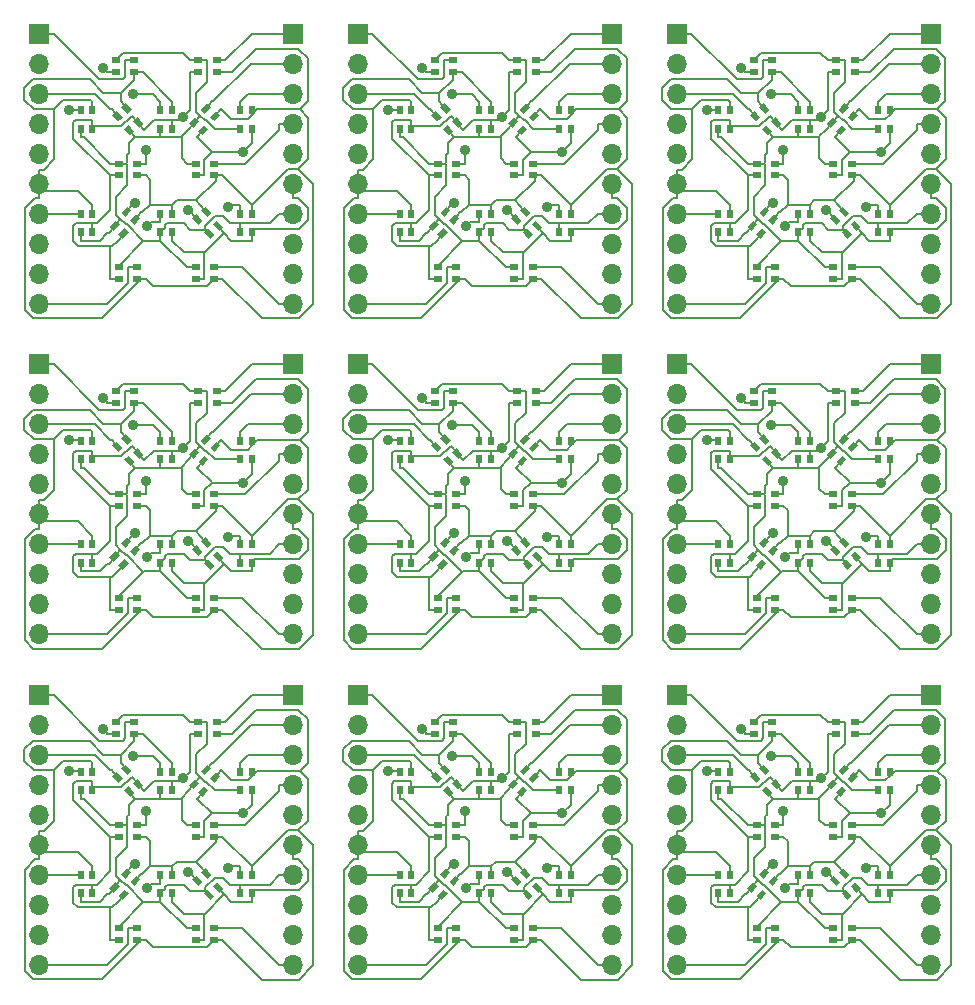
<source format=gbr>
G04 #@! TF.FileFunction,Copper,L1,Top,Signal*
%FSLAX46Y46*%
G04 Gerber Fmt 4.6, Leading zero omitted, Abs format (unit mm)*
G04 Created by KiCad (PCBNEW 4.0.1-stable) date 2017/04/09 5:42:53*
%MOMM*%
G01*
G04 APERTURE LIST*
%ADD10C,0.100000*%
%ADD11R,0.750000X0.500000*%
%ADD12R,0.500000X0.750000*%
%ADD13R,1.700000X1.700000*%
%ADD14O,1.700000X1.700000*%
%ADD15C,0.889000*%
%ADD16C,0.203200*%
G04 APERTURE END LIST*
D10*
D11*
X168775000Y-45750000D03*
X168775000Y-46750000D03*
X167225000Y-45750000D03*
X167225000Y-46750000D03*
X175775000Y-45750000D03*
X175775000Y-46750000D03*
X174225000Y-45750000D03*
X174225000Y-46750000D03*
D12*
X164250000Y-49975000D03*
X165250000Y-49975000D03*
X164250000Y-51525000D03*
X165250000Y-51525000D03*
D10*
G36*
X167801373Y-50604279D02*
X167418351Y-50925673D01*
X166936261Y-50351139D01*
X167319283Y-50029745D01*
X167801373Y-50604279D01*
X167801373Y-50604279D01*
G37*
G36*
X168567418Y-49961492D02*
X168184396Y-50282886D01*
X167702306Y-49708352D01*
X168085328Y-49386958D01*
X168567418Y-49961492D01*
X168567418Y-49961492D01*
G37*
G36*
X168797694Y-51791648D02*
X168414672Y-52113042D01*
X167932582Y-51538508D01*
X168315604Y-51217114D01*
X168797694Y-51791648D01*
X168797694Y-51791648D01*
G37*
G36*
X169563739Y-51148861D02*
X169180717Y-51470255D01*
X168698627Y-50895721D01*
X169081649Y-50574327D01*
X169563739Y-51148861D01*
X169563739Y-51148861D01*
G37*
D12*
X171000000Y-49975000D03*
X172000000Y-49975000D03*
X171000000Y-51525000D03*
X172000000Y-51525000D03*
D10*
G36*
X174815604Y-50282886D02*
X174432582Y-49961492D01*
X174914672Y-49386958D01*
X175297694Y-49708352D01*
X174815604Y-50282886D01*
X174815604Y-50282886D01*
G37*
G36*
X175581649Y-50925673D02*
X175198627Y-50604279D01*
X175680717Y-50029745D01*
X176063739Y-50351139D01*
X175581649Y-50925673D01*
X175581649Y-50925673D01*
G37*
G36*
X173819283Y-51470255D02*
X173436261Y-51148861D01*
X173918351Y-50574327D01*
X174301373Y-50895721D01*
X173819283Y-51470255D01*
X173819283Y-51470255D01*
G37*
G36*
X174585328Y-52113042D02*
X174202306Y-51791648D01*
X174684396Y-51217114D01*
X175067418Y-51538508D01*
X174585328Y-52113042D01*
X174585328Y-52113042D01*
G37*
D12*
X177750000Y-49975000D03*
X178750000Y-49975000D03*
X177750000Y-51525000D03*
X178750000Y-51525000D03*
D11*
X169025000Y-54500000D03*
X169025000Y-55500000D03*
X167475000Y-54500000D03*
X167475000Y-55500000D03*
X175525000Y-54500000D03*
X175525000Y-55500000D03*
X173975000Y-54500000D03*
X173975000Y-55500000D03*
D12*
X164250000Y-58725000D03*
X165250000Y-58725000D03*
X164250000Y-60275000D03*
X165250000Y-60275000D03*
D10*
G36*
X168065604Y-59032886D02*
X167682582Y-58711492D01*
X168164672Y-58136958D01*
X168547694Y-58458352D01*
X168065604Y-59032886D01*
X168065604Y-59032886D01*
G37*
G36*
X168831649Y-59675673D02*
X168448627Y-59354279D01*
X168930717Y-58779745D01*
X169313739Y-59101139D01*
X168831649Y-59675673D01*
X168831649Y-59675673D01*
G37*
G36*
X167069283Y-60220255D02*
X166686261Y-59898861D01*
X167168351Y-59324327D01*
X167551373Y-59645721D01*
X167069283Y-60220255D01*
X167069283Y-60220255D01*
G37*
G36*
X167835328Y-60863042D02*
X167452306Y-60541648D01*
X167934396Y-59967114D01*
X168317418Y-60288508D01*
X167835328Y-60863042D01*
X167835328Y-60863042D01*
G37*
D12*
X171000000Y-58725000D03*
X172000000Y-58725000D03*
X171000000Y-60275000D03*
X172000000Y-60275000D03*
D10*
G36*
X174551373Y-59354279D02*
X174168351Y-59675673D01*
X173686261Y-59101139D01*
X174069283Y-58779745D01*
X174551373Y-59354279D01*
X174551373Y-59354279D01*
G37*
G36*
X175317418Y-58711492D02*
X174934396Y-59032886D01*
X174452306Y-58458352D01*
X174835328Y-58136958D01*
X175317418Y-58711492D01*
X175317418Y-58711492D01*
G37*
G36*
X175547694Y-60541648D02*
X175164672Y-60863042D01*
X174682582Y-60288508D01*
X175065604Y-59967114D01*
X175547694Y-60541648D01*
X175547694Y-60541648D01*
G37*
G36*
X176313739Y-59898861D02*
X175930717Y-60220255D01*
X175448627Y-59645721D01*
X175831649Y-59324327D01*
X176313739Y-59898861D01*
X176313739Y-59898861D01*
G37*
D12*
X177750000Y-58725000D03*
X178750000Y-58725000D03*
X177750000Y-60275000D03*
X178750000Y-60275000D03*
D11*
X169025000Y-63250000D03*
X169025000Y-64250000D03*
X167475000Y-63250000D03*
X167475000Y-64250000D03*
X175525000Y-63250000D03*
X175525000Y-64250000D03*
X173975000Y-63250000D03*
X173975000Y-64250000D03*
D13*
X182250000Y-43500000D03*
D14*
X182250000Y-46040000D03*
X182250000Y-48580000D03*
X182250000Y-51120000D03*
X182250000Y-53660000D03*
X182250000Y-56200000D03*
X182250000Y-58740000D03*
X182250000Y-61280000D03*
X182250000Y-63820000D03*
X182250000Y-66360000D03*
D13*
X160750000Y-43500000D03*
D14*
X160750000Y-46040000D03*
X160750000Y-48580000D03*
X160750000Y-51120000D03*
X160750000Y-53660000D03*
X160750000Y-56200000D03*
X160750000Y-58740000D03*
X160750000Y-61280000D03*
X160750000Y-63820000D03*
X160750000Y-66360000D03*
D13*
X133750000Y-43500000D03*
D14*
X133750000Y-46040000D03*
X133750000Y-48580000D03*
X133750000Y-51120000D03*
X133750000Y-53660000D03*
X133750000Y-56200000D03*
X133750000Y-58740000D03*
X133750000Y-61280000D03*
X133750000Y-63820000D03*
X133750000Y-66360000D03*
D13*
X155250000Y-43500000D03*
D14*
X155250000Y-46040000D03*
X155250000Y-48580000D03*
X155250000Y-51120000D03*
X155250000Y-53660000D03*
X155250000Y-56200000D03*
X155250000Y-58740000D03*
X155250000Y-61280000D03*
X155250000Y-63820000D03*
X155250000Y-66360000D03*
D11*
X148525000Y-63250000D03*
X148525000Y-64250000D03*
X146975000Y-63250000D03*
X146975000Y-64250000D03*
X142025000Y-63250000D03*
X142025000Y-64250000D03*
X140475000Y-63250000D03*
X140475000Y-64250000D03*
D12*
X150750000Y-58725000D03*
X151750000Y-58725000D03*
X150750000Y-60275000D03*
X151750000Y-60275000D03*
D10*
G36*
X147551373Y-59354279D02*
X147168351Y-59675673D01*
X146686261Y-59101139D01*
X147069283Y-58779745D01*
X147551373Y-59354279D01*
X147551373Y-59354279D01*
G37*
G36*
X148317418Y-58711492D02*
X147934396Y-59032886D01*
X147452306Y-58458352D01*
X147835328Y-58136958D01*
X148317418Y-58711492D01*
X148317418Y-58711492D01*
G37*
G36*
X148547694Y-60541648D02*
X148164672Y-60863042D01*
X147682582Y-60288508D01*
X148065604Y-59967114D01*
X148547694Y-60541648D01*
X148547694Y-60541648D01*
G37*
G36*
X149313739Y-59898861D02*
X148930717Y-60220255D01*
X148448627Y-59645721D01*
X148831649Y-59324327D01*
X149313739Y-59898861D01*
X149313739Y-59898861D01*
G37*
D12*
X144000000Y-58725000D03*
X145000000Y-58725000D03*
X144000000Y-60275000D03*
X145000000Y-60275000D03*
D10*
G36*
X141065604Y-59032886D02*
X140682582Y-58711492D01*
X141164672Y-58136958D01*
X141547694Y-58458352D01*
X141065604Y-59032886D01*
X141065604Y-59032886D01*
G37*
G36*
X141831649Y-59675673D02*
X141448627Y-59354279D01*
X141930717Y-58779745D01*
X142313739Y-59101139D01*
X141831649Y-59675673D01*
X141831649Y-59675673D01*
G37*
G36*
X140069283Y-60220255D02*
X139686261Y-59898861D01*
X140168351Y-59324327D01*
X140551373Y-59645721D01*
X140069283Y-60220255D01*
X140069283Y-60220255D01*
G37*
G36*
X140835328Y-60863042D02*
X140452306Y-60541648D01*
X140934396Y-59967114D01*
X141317418Y-60288508D01*
X140835328Y-60863042D01*
X140835328Y-60863042D01*
G37*
D12*
X137250000Y-58725000D03*
X138250000Y-58725000D03*
X137250000Y-60275000D03*
X138250000Y-60275000D03*
D11*
X148525000Y-54500000D03*
X148525000Y-55500000D03*
X146975000Y-54500000D03*
X146975000Y-55500000D03*
X142025000Y-54500000D03*
X142025000Y-55500000D03*
X140475000Y-54500000D03*
X140475000Y-55500000D03*
D12*
X150750000Y-49975000D03*
X151750000Y-49975000D03*
X150750000Y-51525000D03*
X151750000Y-51525000D03*
D10*
G36*
X147815604Y-50282886D02*
X147432582Y-49961492D01*
X147914672Y-49386958D01*
X148297694Y-49708352D01*
X147815604Y-50282886D01*
X147815604Y-50282886D01*
G37*
G36*
X148581649Y-50925673D02*
X148198627Y-50604279D01*
X148680717Y-50029745D01*
X149063739Y-50351139D01*
X148581649Y-50925673D01*
X148581649Y-50925673D01*
G37*
G36*
X146819283Y-51470255D02*
X146436261Y-51148861D01*
X146918351Y-50574327D01*
X147301373Y-50895721D01*
X146819283Y-51470255D01*
X146819283Y-51470255D01*
G37*
G36*
X147585328Y-52113042D02*
X147202306Y-51791648D01*
X147684396Y-51217114D01*
X148067418Y-51538508D01*
X147585328Y-52113042D01*
X147585328Y-52113042D01*
G37*
D12*
X144000000Y-49975000D03*
X145000000Y-49975000D03*
X144000000Y-51525000D03*
X145000000Y-51525000D03*
D10*
G36*
X140801373Y-50604279D02*
X140418351Y-50925673D01*
X139936261Y-50351139D01*
X140319283Y-50029745D01*
X140801373Y-50604279D01*
X140801373Y-50604279D01*
G37*
G36*
X141567418Y-49961492D02*
X141184396Y-50282886D01*
X140702306Y-49708352D01*
X141085328Y-49386958D01*
X141567418Y-49961492D01*
X141567418Y-49961492D01*
G37*
G36*
X141797694Y-51791648D02*
X141414672Y-52113042D01*
X140932582Y-51538508D01*
X141315604Y-51217114D01*
X141797694Y-51791648D01*
X141797694Y-51791648D01*
G37*
G36*
X142563739Y-51148861D02*
X142180717Y-51470255D01*
X141698627Y-50895721D01*
X142081649Y-50574327D01*
X142563739Y-51148861D01*
X142563739Y-51148861D01*
G37*
D12*
X137250000Y-49975000D03*
X138250000Y-49975000D03*
X137250000Y-51525000D03*
X138250000Y-51525000D03*
D11*
X148775000Y-45750000D03*
X148775000Y-46750000D03*
X147225000Y-45750000D03*
X147225000Y-46750000D03*
X141775000Y-45750000D03*
X141775000Y-46750000D03*
X140225000Y-45750000D03*
X140225000Y-46750000D03*
X114775000Y-45750000D03*
X114775000Y-46750000D03*
X113225000Y-45750000D03*
X113225000Y-46750000D03*
X121775000Y-45750000D03*
X121775000Y-46750000D03*
X120225000Y-45750000D03*
X120225000Y-46750000D03*
D12*
X110250000Y-49975000D03*
X111250000Y-49975000D03*
X110250000Y-51525000D03*
X111250000Y-51525000D03*
D10*
G36*
X113801373Y-50604279D02*
X113418351Y-50925673D01*
X112936261Y-50351139D01*
X113319283Y-50029745D01*
X113801373Y-50604279D01*
X113801373Y-50604279D01*
G37*
G36*
X114567418Y-49961492D02*
X114184396Y-50282886D01*
X113702306Y-49708352D01*
X114085328Y-49386958D01*
X114567418Y-49961492D01*
X114567418Y-49961492D01*
G37*
G36*
X114797694Y-51791648D02*
X114414672Y-52113042D01*
X113932582Y-51538508D01*
X114315604Y-51217114D01*
X114797694Y-51791648D01*
X114797694Y-51791648D01*
G37*
G36*
X115563739Y-51148861D02*
X115180717Y-51470255D01*
X114698627Y-50895721D01*
X115081649Y-50574327D01*
X115563739Y-51148861D01*
X115563739Y-51148861D01*
G37*
D12*
X117000000Y-49975000D03*
X118000000Y-49975000D03*
X117000000Y-51525000D03*
X118000000Y-51525000D03*
D10*
G36*
X120815604Y-50282886D02*
X120432582Y-49961492D01*
X120914672Y-49386958D01*
X121297694Y-49708352D01*
X120815604Y-50282886D01*
X120815604Y-50282886D01*
G37*
G36*
X121581649Y-50925673D02*
X121198627Y-50604279D01*
X121680717Y-50029745D01*
X122063739Y-50351139D01*
X121581649Y-50925673D01*
X121581649Y-50925673D01*
G37*
G36*
X119819283Y-51470255D02*
X119436261Y-51148861D01*
X119918351Y-50574327D01*
X120301373Y-50895721D01*
X119819283Y-51470255D01*
X119819283Y-51470255D01*
G37*
G36*
X120585328Y-52113042D02*
X120202306Y-51791648D01*
X120684396Y-51217114D01*
X121067418Y-51538508D01*
X120585328Y-52113042D01*
X120585328Y-52113042D01*
G37*
D12*
X123750000Y-49975000D03*
X124750000Y-49975000D03*
X123750000Y-51525000D03*
X124750000Y-51525000D03*
D11*
X115025000Y-54500000D03*
X115025000Y-55500000D03*
X113475000Y-54500000D03*
X113475000Y-55500000D03*
X121525000Y-54500000D03*
X121525000Y-55500000D03*
X119975000Y-54500000D03*
X119975000Y-55500000D03*
D12*
X110250000Y-58725000D03*
X111250000Y-58725000D03*
X110250000Y-60275000D03*
X111250000Y-60275000D03*
D10*
G36*
X114065604Y-59032886D02*
X113682582Y-58711492D01*
X114164672Y-58136958D01*
X114547694Y-58458352D01*
X114065604Y-59032886D01*
X114065604Y-59032886D01*
G37*
G36*
X114831649Y-59675673D02*
X114448627Y-59354279D01*
X114930717Y-58779745D01*
X115313739Y-59101139D01*
X114831649Y-59675673D01*
X114831649Y-59675673D01*
G37*
G36*
X113069283Y-60220255D02*
X112686261Y-59898861D01*
X113168351Y-59324327D01*
X113551373Y-59645721D01*
X113069283Y-60220255D01*
X113069283Y-60220255D01*
G37*
G36*
X113835328Y-60863042D02*
X113452306Y-60541648D01*
X113934396Y-59967114D01*
X114317418Y-60288508D01*
X113835328Y-60863042D01*
X113835328Y-60863042D01*
G37*
D12*
X117000000Y-58725000D03*
X118000000Y-58725000D03*
X117000000Y-60275000D03*
X118000000Y-60275000D03*
D10*
G36*
X120551373Y-59354279D02*
X120168351Y-59675673D01*
X119686261Y-59101139D01*
X120069283Y-58779745D01*
X120551373Y-59354279D01*
X120551373Y-59354279D01*
G37*
G36*
X121317418Y-58711492D02*
X120934396Y-59032886D01*
X120452306Y-58458352D01*
X120835328Y-58136958D01*
X121317418Y-58711492D01*
X121317418Y-58711492D01*
G37*
G36*
X121547694Y-60541648D02*
X121164672Y-60863042D01*
X120682582Y-60288508D01*
X121065604Y-59967114D01*
X121547694Y-60541648D01*
X121547694Y-60541648D01*
G37*
G36*
X122313739Y-59898861D02*
X121930717Y-60220255D01*
X121448627Y-59645721D01*
X121831649Y-59324327D01*
X122313739Y-59898861D01*
X122313739Y-59898861D01*
G37*
D12*
X123750000Y-58725000D03*
X124750000Y-58725000D03*
X123750000Y-60275000D03*
X124750000Y-60275000D03*
D11*
X115025000Y-63250000D03*
X115025000Y-64250000D03*
X113475000Y-63250000D03*
X113475000Y-64250000D03*
X121525000Y-63250000D03*
X121525000Y-64250000D03*
X119975000Y-63250000D03*
X119975000Y-64250000D03*
D13*
X128250000Y-43500000D03*
D14*
X128250000Y-46040000D03*
X128250000Y-48580000D03*
X128250000Y-51120000D03*
X128250000Y-53660000D03*
X128250000Y-56200000D03*
X128250000Y-58740000D03*
X128250000Y-61280000D03*
X128250000Y-63820000D03*
X128250000Y-66360000D03*
D13*
X106750000Y-43500000D03*
D14*
X106750000Y-46040000D03*
X106750000Y-48580000D03*
X106750000Y-51120000D03*
X106750000Y-53660000D03*
X106750000Y-56200000D03*
X106750000Y-58740000D03*
X106750000Y-61280000D03*
X106750000Y-63820000D03*
X106750000Y-66360000D03*
D13*
X106750000Y-71500000D03*
D14*
X106750000Y-74040000D03*
X106750000Y-76580000D03*
X106750000Y-79120000D03*
X106750000Y-81660000D03*
X106750000Y-84200000D03*
X106750000Y-86740000D03*
X106750000Y-89280000D03*
X106750000Y-91820000D03*
X106750000Y-94360000D03*
D13*
X128250000Y-71500000D03*
D14*
X128250000Y-74040000D03*
X128250000Y-76580000D03*
X128250000Y-79120000D03*
X128250000Y-81660000D03*
X128250000Y-84200000D03*
X128250000Y-86740000D03*
X128250000Y-89280000D03*
X128250000Y-91820000D03*
X128250000Y-94360000D03*
D11*
X121525000Y-91250000D03*
X121525000Y-92250000D03*
X119975000Y-91250000D03*
X119975000Y-92250000D03*
X115025000Y-91250000D03*
X115025000Y-92250000D03*
X113475000Y-91250000D03*
X113475000Y-92250000D03*
D12*
X123750000Y-86725000D03*
X124750000Y-86725000D03*
X123750000Y-88275000D03*
X124750000Y-88275000D03*
D10*
G36*
X120551373Y-87354279D02*
X120168351Y-87675673D01*
X119686261Y-87101139D01*
X120069283Y-86779745D01*
X120551373Y-87354279D01*
X120551373Y-87354279D01*
G37*
G36*
X121317418Y-86711492D02*
X120934396Y-87032886D01*
X120452306Y-86458352D01*
X120835328Y-86136958D01*
X121317418Y-86711492D01*
X121317418Y-86711492D01*
G37*
G36*
X121547694Y-88541648D02*
X121164672Y-88863042D01*
X120682582Y-88288508D01*
X121065604Y-87967114D01*
X121547694Y-88541648D01*
X121547694Y-88541648D01*
G37*
G36*
X122313739Y-87898861D02*
X121930717Y-88220255D01*
X121448627Y-87645721D01*
X121831649Y-87324327D01*
X122313739Y-87898861D01*
X122313739Y-87898861D01*
G37*
D12*
X117000000Y-86725000D03*
X118000000Y-86725000D03*
X117000000Y-88275000D03*
X118000000Y-88275000D03*
D10*
G36*
X114065604Y-87032886D02*
X113682582Y-86711492D01*
X114164672Y-86136958D01*
X114547694Y-86458352D01*
X114065604Y-87032886D01*
X114065604Y-87032886D01*
G37*
G36*
X114831649Y-87675673D02*
X114448627Y-87354279D01*
X114930717Y-86779745D01*
X115313739Y-87101139D01*
X114831649Y-87675673D01*
X114831649Y-87675673D01*
G37*
G36*
X113069283Y-88220255D02*
X112686261Y-87898861D01*
X113168351Y-87324327D01*
X113551373Y-87645721D01*
X113069283Y-88220255D01*
X113069283Y-88220255D01*
G37*
G36*
X113835328Y-88863042D02*
X113452306Y-88541648D01*
X113934396Y-87967114D01*
X114317418Y-88288508D01*
X113835328Y-88863042D01*
X113835328Y-88863042D01*
G37*
D12*
X110250000Y-86725000D03*
X111250000Y-86725000D03*
X110250000Y-88275000D03*
X111250000Y-88275000D03*
D11*
X121525000Y-82500000D03*
X121525000Y-83500000D03*
X119975000Y-82500000D03*
X119975000Y-83500000D03*
X115025000Y-82500000D03*
X115025000Y-83500000D03*
X113475000Y-82500000D03*
X113475000Y-83500000D03*
D12*
X123750000Y-77975000D03*
X124750000Y-77975000D03*
X123750000Y-79525000D03*
X124750000Y-79525000D03*
D10*
G36*
X120815604Y-78282886D02*
X120432582Y-77961492D01*
X120914672Y-77386958D01*
X121297694Y-77708352D01*
X120815604Y-78282886D01*
X120815604Y-78282886D01*
G37*
G36*
X121581649Y-78925673D02*
X121198627Y-78604279D01*
X121680717Y-78029745D01*
X122063739Y-78351139D01*
X121581649Y-78925673D01*
X121581649Y-78925673D01*
G37*
G36*
X119819283Y-79470255D02*
X119436261Y-79148861D01*
X119918351Y-78574327D01*
X120301373Y-78895721D01*
X119819283Y-79470255D01*
X119819283Y-79470255D01*
G37*
G36*
X120585328Y-80113042D02*
X120202306Y-79791648D01*
X120684396Y-79217114D01*
X121067418Y-79538508D01*
X120585328Y-80113042D01*
X120585328Y-80113042D01*
G37*
D12*
X117000000Y-77975000D03*
X118000000Y-77975000D03*
X117000000Y-79525000D03*
X118000000Y-79525000D03*
D10*
G36*
X113801373Y-78604279D02*
X113418351Y-78925673D01*
X112936261Y-78351139D01*
X113319283Y-78029745D01*
X113801373Y-78604279D01*
X113801373Y-78604279D01*
G37*
G36*
X114567418Y-77961492D02*
X114184396Y-78282886D01*
X113702306Y-77708352D01*
X114085328Y-77386958D01*
X114567418Y-77961492D01*
X114567418Y-77961492D01*
G37*
G36*
X114797694Y-79791648D02*
X114414672Y-80113042D01*
X113932582Y-79538508D01*
X114315604Y-79217114D01*
X114797694Y-79791648D01*
X114797694Y-79791648D01*
G37*
G36*
X115563739Y-79148861D02*
X115180717Y-79470255D01*
X114698627Y-78895721D01*
X115081649Y-78574327D01*
X115563739Y-79148861D01*
X115563739Y-79148861D01*
G37*
D12*
X110250000Y-77975000D03*
X111250000Y-77975000D03*
X110250000Y-79525000D03*
X111250000Y-79525000D03*
D11*
X121775000Y-73750000D03*
X121775000Y-74750000D03*
X120225000Y-73750000D03*
X120225000Y-74750000D03*
X114775000Y-73750000D03*
X114775000Y-74750000D03*
X113225000Y-73750000D03*
X113225000Y-74750000D03*
X141775000Y-73750000D03*
X141775000Y-74750000D03*
X140225000Y-73750000D03*
X140225000Y-74750000D03*
X148775000Y-73750000D03*
X148775000Y-74750000D03*
X147225000Y-73750000D03*
X147225000Y-74750000D03*
D12*
X137250000Y-77975000D03*
X138250000Y-77975000D03*
X137250000Y-79525000D03*
X138250000Y-79525000D03*
D10*
G36*
X140801373Y-78604279D02*
X140418351Y-78925673D01*
X139936261Y-78351139D01*
X140319283Y-78029745D01*
X140801373Y-78604279D01*
X140801373Y-78604279D01*
G37*
G36*
X141567418Y-77961492D02*
X141184396Y-78282886D01*
X140702306Y-77708352D01*
X141085328Y-77386958D01*
X141567418Y-77961492D01*
X141567418Y-77961492D01*
G37*
G36*
X141797694Y-79791648D02*
X141414672Y-80113042D01*
X140932582Y-79538508D01*
X141315604Y-79217114D01*
X141797694Y-79791648D01*
X141797694Y-79791648D01*
G37*
G36*
X142563739Y-79148861D02*
X142180717Y-79470255D01*
X141698627Y-78895721D01*
X142081649Y-78574327D01*
X142563739Y-79148861D01*
X142563739Y-79148861D01*
G37*
D12*
X144000000Y-77975000D03*
X145000000Y-77975000D03*
X144000000Y-79525000D03*
X145000000Y-79525000D03*
D10*
G36*
X147815604Y-78282886D02*
X147432582Y-77961492D01*
X147914672Y-77386958D01*
X148297694Y-77708352D01*
X147815604Y-78282886D01*
X147815604Y-78282886D01*
G37*
G36*
X148581649Y-78925673D02*
X148198627Y-78604279D01*
X148680717Y-78029745D01*
X149063739Y-78351139D01*
X148581649Y-78925673D01*
X148581649Y-78925673D01*
G37*
G36*
X146819283Y-79470255D02*
X146436261Y-79148861D01*
X146918351Y-78574327D01*
X147301373Y-78895721D01*
X146819283Y-79470255D01*
X146819283Y-79470255D01*
G37*
G36*
X147585328Y-80113042D02*
X147202306Y-79791648D01*
X147684396Y-79217114D01*
X148067418Y-79538508D01*
X147585328Y-80113042D01*
X147585328Y-80113042D01*
G37*
D12*
X150750000Y-77975000D03*
X151750000Y-77975000D03*
X150750000Y-79525000D03*
X151750000Y-79525000D03*
D11*
X142025000Y-82500000D03*
X142025000Y-83500000D03*
X140475000Y-82500000D03*
X140475000Y-83500000D03*
X148525000Y-82500000D03*
X148525000Y-83500000D03*
X146975000Y-82500000D03*
X146975000Y-83500000D03*
D12*
X137250000Y-86725000D03*
X138250000Y-86725000D03*
X137250000Y-88275000D03*
X138250000Y-88275000D03*
D10*
G36*
X141065604Y-87032886D02*
X140682582Y-86711492D01*
X141164672Y-86136958D01*
X141547694Y-86458352D01*
X141065604Y-87032886D01*
X141065604Y-87032886D01*
G37*
G36*
X141831649Y-87675673D02*
X141448627Y-87354279D01*
X141930717Y-86779745D01*
X142313739Y-87101139D01*
X141831649Y-87675673D01*
X141831649Y-87675673D01*
G37*
G36*
X140069283Y-88220255D02*
X139686261Y-87898861D01*
X140168351Y-87324327D01*
X140551373Y-87645721D01*
X140069283Y-88220255D01*
X140069283Y-88220255D01*
G37*
G36*
X140835328Y-88863042D02*
X140452306Y-88541648D01*
X140934396Y-87967114D01*
X141317418Y-88288508D01*
X140835328Y-88863042D01*
X140835328Y-88863042D01*
G37*
D12*
X144000000Y-86725000D03*
X145000000Y-86725000D03*
X144000000Y-88275000D03*
X145000000Y-88275000D03*
D10*
G36*
X147551373Y-87354279D02*
X147168351Y-87675673D01*
X146686261Y-87101139D01*
X147069283Y-86779745D01*
X147551373Y-87354279D01*
X147551373Y-87354279D01*
G37*
G36*
X148317418Y-86711492D02*
X147934396Y-87032886D01*
X147452306Y-86458352D01*
X147835328Y-86136958D01*
X148317418Y-86711492D01*
X148317418Y-86711492D01*
G37*
G36*
X148547694Y-88541648D02*
X148164672Y-88863042D01*
X147682582Y-88288508D01*
X148065604Y-87967114D01*
X148547694Y-88541648D01*
X148547694Y-88541648D01*
G37*
G36*
X149313739Y-87898861D02*
X148930717Y-88220255D01*
X148448627Y-87645721D01*
X148831649Y-87324327D01*
X149313739Y-87898861D01*
X149313739Y-87898861D01*
G37*
D12*
X150750000Y-86725000D03*
X151750000Y-86725000D03*
X150750000Y-88275000D03*
X151750000Y-88275000D03*
D11*
X142025000Y-91250000D03*
X142025000Y-92250000D03*
X140475000Y-91250000D03*
X140475000Y-92250000D03*
X148525000Y-91250000D03*
X148525000Y-92250000D03*
X146975000Y-91250000D03*
X146975000Y-92250000D03*
D13*
X155250000Y-71500000D03*
D14*
X155250000Y-74040000D03*
X155250000Y-76580000D03*
X155250000Y-79120000D03*
X155250000Y-81660000D03*
X155250000Y-84200000D03*
X155250000Y-86740000D03*
X155250000Y-89280000D03*
X155250000Y-91820000D03*
X155250000Y-94360000D03*
D13*
X133750000Y-71500000D03*
D14*
X133750000Y-74040000D03*
X133750000Y-76580000D03*
X133750000Y-79120000D03*
X133750000Y-81660000D03*
X133750000Y-84200000D03*
X133750000Y-86740000D03*
X133750000Y-89280000D03*
X133750000Y-91820000D03*
X133750000Y-94360000D03*
D13*
X160750000Y-71500000D03*
D14*
X160750000Y-74040000D03*
X160750000Y-76580000D03*
X160750000Y-79120000D03*
X160750000Y-81660000D03*
X160750000Y-84200000D03*
X160750000Y-86740000D03*
X160750000Y-89280000D03*
X160750000Y-91820000D03*
X160750000Y-94360000D03*
D13*
X182250000Y-71500000D03*
D14*
X182250000Y-74040000D03*
X182250000Y-76580000D03*
X182250000Y-79120000D03*
X182250000Y-81660000D03*
X182250000Y-84200000D03*
X182250000Y-86740000D03*
X182250000Y-89280000D03*
X182250000Y-91820000D03*
X182250000Y-94360000D03*
D11*
X175525000Y-91250000D03*
X175525000Y-92250000D03*
X173975000Y-91250000D03*
X173975000Y-92250000D03*
X169025000Y-91250000D03*
X169025000Y-92250000D03*
X167475000Y-91250000D03*
X167475000Y-92250000D03*
D12*
X177750000Y-86725000D03*
X178750000Y-86725000D03*
X177750000Y-88275000D03*
X178750000Y-88275000D03*
D10*
G36*
X174551373Y-87354279D02*
X174168351Y-87675673D01*
X173686261Y-87101139D01*
X174069283Y-86779745D01*
X174551373Y-87354279D01*
X174551373Y-87354279D01*
G37*
G36*
X175317418Y-86711492D02*
X174934396Y-87032886D01*
X174452306Y-86458352D01*
X174835328Y-86136958D01*
X175317418Y-86711492D01*
X175317418Y-86711492D01*
G37*
G36*
X175547694Y-88541648D02*
X175164672Y-88863042D01*
X174682582Y-88288508D01*
X175065604Y-87967114D01*
X175547694Y-88541648D01*
X175547694Y-88541648D01*
G37*
G36*
X176313739Y-87898861D02*
X175930717Y-88220255D01*
X175448627Y-87645721D01*
X175831649Y-87324327D01*
X176313739Y-87898861D01*
X176313739Y-87898861D01*
G37*
D12*
X171000000Y-86725000D03*
X172000000Y-86725000D03*
X171000000Y-88275000D03*
X172000000Y-88275000D03*
D10*
G36*
X168065604Y-87032886D02*
X167682582Y-86711492D01*
X168164672Y-86136958D01*
X168547694Y-86458352D01*
X168065604Y-87032886D01*
X168065604Y-87032886D01*
G37*
G36*
X168831649Y-87675673D02*
X168448627Y-87354279D01*
X168930717Y-86779745D01*
X169313739Y-87101139D01*
X168831649Y-87675673D01*
X168831649Y-87675673D01*
G37*
G36*
X167069283Y-88220255D02*
X166686261Y-87898861D01*
X167168351Y-87324327D01*
X167551373Y-87645721D01*
X167069283Y-88220255D01*
X167069283Y-88220255D01*
G37*
G36*
X167835328Y-88863042D02*
X167452306Y-88541648D01*
X167934396Y-87967114D01*
X168317418Y-88288508D01*
X167835328Y-88863042D01*
X167835328Y-88863042D01*
G37*
D12*
X164250000Y-86725000D03*
X165250000Y-86725000D03*
X164250000Y-88275000D03*
X165250000Y-88275000D03*
D11*
X175525000Y-82500000D03*
X175525000Y-83500000D03*
X173975000Y-82500000D03*
X173975000Y-83500000D03*
X169025000Y-82500000D03*
X169025000Y-83500000D03*
X167475000Y-82500000D03*
X167475000Y-83500000D03*
D12*
X177750000Y-77975000D03*
X178750000Y-77975000D03*
X177750000Y-79525000D03*
X178750000Y-79525000D03*
D10*
G36*
X174815604Y-78282886D02*
X174432582Y-77961492D01*
X174914672Y-77386958D01*
X175297694Y-77708352D01*
X174815604Y-78282886D01*
X174815604Y-78282886D01*
G37*
G36*
X175581649Y-78925673D02*
X175198627Y-78604279D01*
X175680717Y-78029745D01*
X176063739Y-78351139D01*
X175581649Y-78925673D01*
X175581649Y-78925673D01*
G37*
G36*
X173819283Y-79470255D02*
X173436261Y-79148861D01*
X173918351Y-78574327D01*
X174301373Y-78895721D01*
X173819283Y-79470255D01*
X173819283Y-79470255D01*
G37*
G36*
X174585328Y-80113042D02*
X174202306Y-79791648D01*
X174684396Y-79217114D01*
X175067418Y-79538508D01*
X174585328Y-80113042D01*
X174585328Y-80113042D01*
G37*
D12*
X171000000Y-77975000D03*
X172000000Y-77975000D03*
X171000000Y-79525000D03*
X172000000Y-79525000D03*
D10*
G36*
X167801373Y-78604279D02*
X167418351Y-78925673D01*
X166936261Y-78351139D01*
X167319283Y-78029745D01*
X167801373Y-78604279D01*
X167801373Y-78604279D01*
G37*
G36*
X168567418Y-77961492D02*
X168184396Y-78282886D01*
X167702306Y-77708352D01*
X168085328Y-77386958D01*
X168567418Y-77961492D01*
X168567418Y-77961492D01*
G37*
G36*
X168797694Y-79791648D02*
X168414672Y-80113042D01*
X167932582Y-79538508D01*
X168315604Y-79217114D01*
X168797694Y-79791648D01*
X168797694Y-79791648D01*
G37*
G36*
X169563739Y-79148861D02*
X169180717Y-79470255D01*
X168698627Y-78895721D01*
X169081649Y-78574327D01*
X169563739Y-79148861D01*
X169563739Y-79148861D01*
G37*
D12*
X164250000Y-77975000D03*
X165250000Y-77975000D03*
X164250000Y-79525000D03*
X165250000Y-79525000D03*
D11*
X175775000Y-73750000D03*
X175775000Y-74750000D03*
X174225000Y-73750000D03*
X174225000Y-74750000D03*
X168775000Y-73750000D03*
X168775000Y-74750000D03*
X167225000Y-73750000D03*
X167225000Y-74750000D03*
X168775000Y-101750000D03*
X168775000Y-102750000D03*
X167225000Y-101750000D03*
X167225000Y-102750000D03*
X175775000Y-101750000D03*
X175775000Y-102750000D03*
X174225000Y-101750000D03*
X174225000Y-102750000D03*
D12*
X164250000Y-105975000D03*
X165250000Y-105975000D03*
X164250000Y-107525000D03*
X165250000Y-107525000D03*
D10*
G36*
X167801373Y-106604279D02*
X167418351Y-106925673D01*
X166936261Y-106351139D01*
X167319283Y-106029745D01*
X167801373Y-106604279D01*
X167801373Y-106604279D01*
G37*
G36*
X168567418Y-105961492D02*
X168184396Y-106282886D01*
X167702306Y-105708352D01*
X168085328Y-105386958D01*
X168567418Y-105961492D01*
X168567418Y-105961492D01*
G37*
G36*
X168797694Y-107791648D02*
X168414672Y-108113042D01*
X167932582Y-107538508D01*
X168315604Y-107217114D01*
X168797694Y-107791648D01*
X168797694Y-107791648D01*
G37*
G36*
X169563739Y-107148861D02*
X169180717Y-107470255D01*
X168698627Y-106895721D01*
X169081649Y-106574327D01*
X169563739Y-107148861D01*
X169563739Y-107148861D01*
G37*
D12*
X171000000Y-105975000D03*
X172000000Y-105975000D03*
X171000000Y-107525000D03*
X172000000Y-107525000D03*
D10*
G36*
X174815604Y-106282886D02*
X174432582Y-105961492D01*
X174914672Y-105386958D01*
X175297694Y-105708352D01*
X174815604Y-106282886D01*
X174815604Y-106282886D01*
G37*
G36*
X175581649Y-106925673D02*
X175198627Y-106604279D01*
X175680717Y-106029745D01*
X176063739Y-106351139D01*
X175581649Y-106925673D01*
X175581649Y-106925673D01*
G37*
G36*
X173819283Y-107470255D02*
X173436261Y-107148861D01*
X173918351Y-106574327D01*
X174301373Y-106895721D01*
X173819283Y-107470255D01*
X173819283Y-107470255D01*
G37*
G36*
X174585328Y-108113042D02*
X174202306Y-107791648D01*
X174684396Y-107217114D01*
X175067418Y-107538508D01*
X174585328Y-108113042D01*
X174585328Y-108113042D01*
G37*
D12*
X177750000Y-105975000D03*
X178750000Y-105975000D03*
X177750000Y-107525000D03*
X178750000Y-107525000D03*
D11*
X169025000Y-110500000D03*
X169025000Y-111500000D03*
X167475000Y-110500000D03*
X167475000Y-111500000D03*
X175525000Y-110500000D03*
X175525000Y-111500000D03*
X173975000Y-110500000D03*
X173975000Y-111500000D03*
D12*
X164250000Y-114725000D03*
X165250000Y-114725000D03*
X164250000Y-116275000D03*
X165250000Y-116275000D03*
D10*
G36*
X168065604Y-115032886D02*
X167682582Y-114711492D01*
X168164672Y-114136958D01*
X168547694Y-114458352D01*
X168065604Y-115032886D01*
X168065604Y-115032886D01*
G37*
G36*
X168831649Y-115675673D02*
X168448627Y-115354279D01*
X168930717Y-114779745D01*
X169313739Y-115101139D01*
X168831649Y-115675673D01*
X168831649Y-115675673D01*
G37*
G36*
X167069283Y-116220255D02*
X166686261Y-115898861D01*
X167168351Y-115324327D01*
X167551373Y-115645721D01*
X167069283Y-116220255D01*
X167069283Y-116220255D01*
G37*
G36*
X167835328Y-116863042D02*
X167452306Y-116541648D01*
X167934396Y-115967114D01*
X168317418Y-116288508D01*
X167835328Y-116863042D01*
X167835328Y-116863042D01*
G37*
D12*
X171000000Y-114725000D03*
X172000000Y-114725000D03*
X171000000Y-116275000D03*
X172000000Y-116275000D03*
D10*
G36*
X174551373Y-115354279D02*
X174168351Y-115675673D01*
X173686261Y-115101139D01*
X174069283Y-114779745D01*
X174551373Y-115354279D01*
X174551373Y-115354279D01*
G37*
G36*
X175317418Y-114711492D02*
X174934396Y-115032886D01*
X174452306Y-114458352D01*
X174835328Y-114136958D01*
X175317418Y-114711492D01*
X175317418Y-114711492D01*
G37*
G36*
X175547694Y-116541648D02*
X175164672Y-116863042D01*
X174682582Y-116288508D01*
X175065604Y-115967114D01*
X175547694Y-116541648D01*
X175547694Y-116541648D01*
G37*
G36*
X176313739Y-115898861D02*
X175930717Y-116220255D01*
X175448627Y-115645721D01*
X175831649Y-115324327D01*
X176313739Y-115898861D01*
X176313739Y-115898861D01*
G37*
D12*
X177750000Y-114725000D03*
X178750000Y-114725000D03*
X177750000Y-116275000D03*
X178750000Y-116275000D03*
D11*
X169025000Y-119250000D03*
X169025000Y-120250000D03*
X167475000Y-119250000D03*
X167475000Y-120250000D03*
X175525000Y-119250000D03*
X175525000Y-120250000D03*
X173975000Y-119250000D03*
X173975000Y-120250000D03*
D13*
X182250000Y-99500000D03*
D14*
X182250000Y-102040000D03*
X182250000Y-104580000D03*
X182250000Y-107120000D03*
X182250000Y-109660000D03*
X182250000Y-112200000D03*
X182250000Y-114740000D03*
X182250000Y-117280000D03*
X182250000Y-119820000D03*
X182250000Y-122360000D03*
D13*
X160750000Y-99500000D03*
D14*
X160750000Y-102040000D03*
X160750000Y-104580000D03*
X160750000Y-107120000D03*
X160750000Y-109660000D03*
X160750000Y-112200000D03*
X160750000Y-114740000D03*
X160750000Y-117280000D03*
X160750000Y-119820000D03*
X160750000Y-122360000D03*
D13*
X133750000Y-99500000D03*
D14*
X133750000Y-102040000D03*
X133750000Y-104580000D03*
X133750000Y-107120000D03*
X133750000Y-109660000D03*
X133750000Y-112200000D03*
X133750000Y-114740000D03*
X133750000Y-117280000D03*
X133750000Y-119820000D03*
X133750000Y-122360000D03*
D13*
X155250000Y-99500000D03*
D14*
X155250000Y-102040000D03*
X155250000Y-104580000D03*
X155250000Y-107120000D03*
X155250000Y-109660000D03*
X155250000Y-112200000D03*
X155250000Y-114740000D03*
X155250000Y-117280000D03*
X155250000Y-119820000D03*
X155250000Y-122360000D03*
D11*
X148525000Y-119250000D03*
X148525000Y-120250000D03*
X146975000Y-119250000D03*
X146975000Y-120250000D03*
X142025000Y-119250000D03*
X142025000Y-120250000D03*
X140475000Y-119250000D03*
X140475000Y-120250000D03*
D12*
X150750000Y-114725000D03*
X151750000Y-114725000D03*
X150750000Y-116275000D03*
X151750000Y-116275000D03*
D10*
G36*
X147551373Y-115354279D02*
X147168351Y-115675673D01*
X146686261Y-115101139D01*
X147069283Y-114779745D01*
X147551373Y-115354279D01*
X147551373Y-115354279D01*
G37*
G36*
X148317418Y-114711492D02*
X147934396Y-115032886D01*
X147452306Y-114458352D01*
X147835328Y-114136958D01*
X148317418Y-114711492D01*
X148317418Y-114711492D01*
G37*
G36*
X148547694Y-116541648D02*
X148164672Y-116863042D01*
X147682582Y-116288508D01*
X148065604Y-115967114D01*
X148547694Y-116541648D01*
X148547694Y-116541648D01*
G37*
G36*
X149313739Y-115898861D02*
X148930717Y-116220255D01*
X148448627Y-115645721D01*
X148831649Y-115324327D01*
X149313739Y-115898861D01*
X149313739Y-115898861D01*
G37*
D12*
X144000000Y-114725000D03*
X145000000Y-114725000D03*
X144000000Y-116275000D03*
X145000000Y-116275000D03*
D10*
G36*
X141065604Y-115032886D02*
X140682582Y-114711492D01*
X141164672Y-114136958D01*
X141547694Y-114458352D01*
X141065604Y-115032886D01*
X141065604Y-115032886D01*
G37*
G36*
X141831649Y-115675673D02*
X141448627Y-115354279D01*
X141930717Y-114779745D01*
X142313739Y-115101139D01*
X141831649Y-115675673D01*
X141831649Y-115675673D01*
G37*
G36*
X140069283Y-116220255D02*
X139686261Y-115898861D01*
X140168351Y-115324327D01*
X140551373Y-115645721D01*
X140069283Y-116220255D01*
X140069283Y-116220255D01*
G37*
G36*
X140835328Y-116863042D02*
X140452306Y-116541648D01*
X140934396Y-115967114D01*
X141317418Y-116288508D01*
X140835328Y-116863042D01*
X140835328Y-116863042D01*
G37*
D12*
X137250000Y-114725000D03*
X138250000Y-114725000D03*
X137250000Y-116275000D03*
X138250000Y-116275000D03*
D11*
X148525000Y-110500000D03*
X148525000Y-111500000D03*
X146975000Y-110500000D03*
X146975000Y-111500000D03*
X142025000Y-110500000D03*
X142025000Y-111500000D03*
X140475000Y-110500000D03*
X140475000Y-111500000D03*
D12*
X150750000Y-105975000D03*
X151750000Y-105975000D03*
X150750000Y-107525000D03*
X151750000Y-107525000D03*
D10*
G36*
X147815604Y-106282886D02*
X147432582Y-105961492D01*
X147914672Y-105386958D01*
X148297694Y-105708352D01*
X147815604Y-106282886D01*
X147815604Y-106282886D01*
G37*
G36*
X148581649Y-106925673D02*
X148198627Y-106604279D01*
X148680717Y-106029745D01*
X149063739Y-106351139D01*
X148581649Y-106925673D01*
X148581649Y-106925673D01*
G37*
G36*
X146819283Y-107470255D02*
X146436261Y-107148861D01*
X146918351Y-106574327D01*
X147301373Y-106895721D01*
X146819283Y-107470255D01*
X146819283Y-107470255D01*
G37*
G36*
X147585328Y-108113042D02*
X147202306Y-107791648D01*
X147684396Y-107217114D01*
X148067418Y-107538508D01*
X147585328Y-108113042D01*
X147585328Y-108113042D01*
G37*
D12*
X144000000Y-105975000D03*
X145000000Y-105975000D03*
X144000000Y-107525000D03*
X145000000Y-107525000D03*
D10*
G36*
X140801373Y-106604279D02*
X140418351Y-106925673D01*
X139936261Y-106351139D01*
X140319283Y-106029745D01*
X140801373Y-106604279D01*
X140801373Y-106604279D01*
G37*
G36*
X141567418Y-105961492D02*
X141184396Y-106282886D01*
X140702306Y-105708352D01*
X141085328Y-105386958D01*
X141567418Y-105961492D01*
X141567418Y-105961492D01*
G37*
G36*
X141797694Y-107791648D02*
X141414672Y-108113042D01*
X140932582Y-107538508D01*
X141315604Y-107217114D01*
X141797694Y-107791648D01*
X141797694Y-107791648D01*
G37*
G36*
X142563739Y-107148861D02*
X142180717Y-107470255D01*
X141698627Y-106895721D01*
X142081649Y-106574327D01*
X142563739Y-107148861D01*
X142563739Y-107148861D01*
G37*
D12*
X137250000Y-105975000D03*
X138250000Y-105975000D03*
X137250000Y-107525000D03*
X138250000Y-107525000D03*
D11*
X148775000Y-101750000D03*
X148775000Y-102750000D03*
X147225000Y-101750000D03*
X147225000Y-102750000D03*
X141775000Y-101750000D03*
X141775000Y-102750000D03*
X140225000Y-101750000D03*
X140225000Y-102750000D03*
X114775000Y-101750000D03*
X114775000Y-102750000D03*
X113225000Y-101750000D03*
X113225000Y-102750000D03*
X121775000Y-101750000D03*
X121775000Y-102750000D03*
X120225000Y-101750000D03*
X120225000Y-102750000D03*
D12*
X110250000Y-105975000D03*
X111250000Y-105975000D03*
X110250000Y-107525000D03*
X111250000Y-107525000D03*
D10*
G36*
X113801373Y-106604279D02*
X113418351Y-106925673D01*
X112936261Y-106351139D01*
X113319283Y-106029745D01*
X113801373Y-106604279D01*
X113801373Y-106604279D01*
G37*
G36*
X114567418Y-105961492D02*
X114184396Y-106282886D01*
X113702306Y-105708352D01*
X114085328Y-105386958D01*
X114567418Y-105961492D01*
X114567418Y-105961492D01*
G37*
G36*
X114797694Y-107791648D02*
X114414672Y-108113042D01*
X113932582Y-107538508D01*
X114315604Y-107217114D01*
X114797694Y-107791648D01*
X114797694Y-107791648D01*
G37*
G36*
X115563739Y-107148861D02*
X115180717Y-107470255D01*
X114698627Y-106895721D01*
X115081649Y-106574327D01*
X115563739Y-107148861D01*
X115563739Y-107148861D01*
G37*
D12*
X117000000Y-105975000D03*
X118000000Y-105975000D03*
X117000000Y-107525000D03*
X118000000Y-107525000D03*
D10*
G36*
X120815604Y-106282886D02*
X120432582Y-105961492D01*
X120914672Y-105386958D01*
X121297694Y-105708352D01*
X120815604Y-106282886D01*
X120815604Y-106282886D01*
G37*
G36*
X121581649Y-106925673D02*
X121198627Y-106604279D01*
X121680717Y-106029745D01*
X122063739Y-106351139D01*
X121581649Y-106925673D01*
X121581649Y-106925673D01*
G37*
G36*
X119819283Y-107470255D02*
X119436261Y-107148861D01*
X119918351Y-106574327D01*
X120301373Y-106895721D01*
X119819283Y-107470255D01*
X119819283Y-107470255D01*
G37*
G36*
X120585328Y-108113042D02*
X120202306Y-107791648D01*
X120684396Y-107217114D01*
X121067418Y-107538508D01*
X120585328Y-108113042D01*
X120585328Y-108113042D01*
G37*
D12*
X123750000Y-105975000D03*
X124750000Y-105975000D03*
X123750000Y-107525000D03*
X124750000Y-107525000D03*
D11*
X115025000Y-110500000D03*
X115025000Y-111500000D03*
X113475000Y-110500000D03*
X113475000Y-111500000D03*
X121525000Y-110500000D03*
X121525000Y-111500000D03*
X119975000Y-110500000D03*
X119975000Y-111500000D03*
D12*
X110250000Y-114725000D03*
X111250000Y-114725000D03*
X110250000Y-116275000D03*
X111250000Y-116275000D03*
D10*
G36*
X114065604Y-115032886D02*
X113682582Y-114711492D01*
X114164672Y-114136958D01*
X114547694Y-114458352D01*
X114065604Y-115032886D01*
X114065604Y-115032886D01*
G37*
G36*
X114831649Y-115675673D02*
X114448627Y-115354279D01*
X114930717Y-114779745D01*
X115313739Y-115101139D01*
X114831649Y-115675673D01*
X114831649Y-115675673D01*
G37*
G36*
X113069283Y-116220255D02*
X112686261Y-115898861D01*
X113168351Y-115324327D01*
X113551373Y-115645721D01*
X113069283Y-116220255D01*
X113069283Y-116220255D01*
G37*
G36*
X113835328Y-116863042D02*
X113452306Y-116541648D01*
X113934396Y-115967114D01*
X114317418Y-116288508D01*
X113835328Y-116863042D01*
X113835328Y-116863042D01*
G37*
D12*
X117000000Y-114725000D03*
X118000000Y-114725000D03*
X117000000Y-116275000D03*
X118000000Y-116275000D03*
D10*
G36*
X120551373Y-115354279D02*
X120168351Y-115675673D01*
X119686261Y-115101139D01*
X120069283Y-114779745D01*
X120551373Y-115354279D01*
X120551373Y-115354279D01*
G37*
G36*
X121317418Y-114711492D02*
X120934396Y-115032886D01*
X120452306Y-114458352D01*
X120835328Y-114136958D01*
X121317418Y-114711492D01*
X121317418Y-114711492D01*
G37*
G36*
X121547694Y-116541648D02*
X121164672Y-116863042D01*
X120682582Y-116288508D01*
X121065604Y-115967114D01*
X121547694Y-116541648D01*
X121547694Y-116541648D01*
G37*
G36*
X122313739Y-115898861D02*
X121930717Y-116220255D01*
X121448627Y-115645721D01*
X121831649Y-115324327D01*
X122313739Y-115898861D01*
X122313739Y-115898861D01*
G37*
D12*
X123750000Y-114725000D03*
X124750000Y-114725000D03*
X123750000Y-116275000D03*
X124750000Y-116275000D03*
D11*
X115025000Y-119250000D03*
X115025000Y-120250000D03*
X113475000Y-119250000D03*
X113475000Y-120250000D03*
X121525000Y-119250000D03*
X121525000Y-120250000D03*
X119975000Y-119250000D03*
X119975000Y-120250000D03*
D13*
X128250000Y-99500000D03*
D14*
X128250000Y-102040000D03*
X128250000Y-104580000D03*
X128250000Y-107120000D03*
X128250000Y-109660000D03*
X128250000Y-112200000D03*
X128250000Y-114740000D03*
X128250000Y-117280000D03*
X128250000Y-119820000D03*
X128250000Y-122360000D03*
D13*
X106750000Y-99500000D03*
D14*
X106750000Y-102040000D03*
X106750000Y-104580000D03*
X106750000Y-107120000D03*
X106750000Y-109660000D03*
X106750000Y-112200000D03*
X106750000Y-114740000D03*
X106750000Y-117280000D03*
X106750000Y-119820000D03*
X106750000Y-122360000D03*
D15*
X178005300Y-53515400D03*
X172951600Y-50533900D03*
X166148000Y-46369000D03*
X139148000Y-46369000D03*
X145951600Y-50533900D03*
X151005300Y-53515400D03*
X124005300Y-53515400D03*
X118951600Y-50533900D03*
X112148000Y-46369000D03*
X112148000Y-74369000D03*
X118951600Y-78533900D03*
X124005300Y-81515400D03*
X151005300Y-81515400D03*
X145951600Y-78533900D03*
X139148000Y-74369000D03*
X166148000Y-74369000D03*
X172951600Y-78533900D03*
X178005300Y-81515400D03*
X178005300Y-109515400D03*
X172951600Y-106533900D03*
X166148000Y-102369000D03*
X139148000Y-102369000D03*
X145951600Y-106533900D03*
X151005300Y-109515400D03*
X124005300Y-109515400D03*
X118951600Y-106533900D03*
X112148000Y-102369000D03*
X163278800Y-49929300D03*
X136278800Y-49929300D03*
X109278800Y-49929300D03*
X109278800Y-77929300D03*
X136278800Y-77929300D03*
X163278800Y-77929300D03*
X163278800Y-105929300D03*
X136278800Y-105929300D03*
X109278800Y-105929300D03*
X168708900Y-48627000D03*
X141708900Y-48627000D03*
X114708900Y-48627000D03*
X114708900Y-76627000D03*
X141708900Y-76627000D03*
X168708900Y-76627000D03*
X168708900Y-104627000D03*
X141708900Y-104627000D03*
X114708900Y-104627000D03*
X169755900Y-53339100D03*
X142755900Y-53339100D03*
X115755900Y-53339100D03*
X115755900Y-81339100D03*
X142755900Y-81339100D03*
X169755900Y-81339100D03*
X169755900Y-109339100D03*
X142755900Y-109339100D03*
X115755900Y-109339100D03*
X168890200Y-57809800D03*
X141890200Y-57809800D03*
X114890200Y-57809800D03*
X114890200Y-85809800D03*
X141890200Y-85809800D03*
X168890200Y-85809800D03*
X168890200Y-113809800D03*
X141890200Y-113809800D03*
X114890200Y-113809800D03*
X169870100Y-59786800D03*
X142870100Y-59786800D03*
X115870100Y-59786800D03*
X115870100Y-87786800D03*
X142870100Y-87786800D03*
X169870100Y-87786800D03*
X169870100Y-115786800D03*
X142870100Y-115786800D03*
X115870100Y-115786800D03*
X173318700Y-58454500D03*
X146318700Y-58454500D03*
X119318700Y-58454500D03*
X119318700Y-86454500D03*
X146318700Y-86454500D03*
X173318700Y-86454500D03*
X173318700Y-114454500D03*
X146318700Y-114454500D03*
X119318700Y-114454500D03*
X176766900Y-58150000D03*
X149766900Y-58150000D03*
X122766900Y-58150000D03*
X122766900Y-86150000D03*
X149766900Y-86150000D03*
X176766900Y-86150000D03*
X176766900Y-114150000D03*
X149766900Y-114150000D03*
X122766900Y-114150000D03*
D16*
X174884900Y-58584900D02*
X174381000Y-57984400D01*
X176255900Y-55500000D02*
X178750000Y-57994100D01*
X178750000Y-58725000D02*
X178750000Y-57994100D01*
X178750000Y-49975000D02*
X178750000Y-50340400D01*
X175725300Y-55500000D02*
X176255900Y-55500000D01*
X175725300Y-55500000D02*
X175696700Y-55500000D01*
X175525000Y-55500000D02*
X175696700Y-55500000D01*
X170361900Y-64856000D02*
X169755900Y-64250000D01*
X174919000Y-64856000D02*
X170361900Y-64856000D01*
X175525000Y-64250000D02*
X174919000Y-64856000D01*
X175525000Y-64250000D02*
X176255900Y-64250000D01*
X179609600Y-67603700D02*
X176255900Y-64250000D01*
X182730400Y-67603700D02*
X179609600Y-67603700D01*
X183960500Y-66373600D02*
X182730400Y-67603700D01*
X183960500Y-56198200D02*
X183960500Y-66373600D01*
X182691100Y-54928800D02*
X183960500Y-56198200D01*
X183490300Y-54129600D02*
X182691100Y-54928800D01*
X183490300Y-50612700D02*
X183490300Y-54129600D01*
X182788900Y-49911300D02*
X183490300Y-50612700D01*
X181815300Y-54928800D02*
X178750000Y-57994100D01*
X182691100Y-54928800D02*
X181815300Y-54928800D01*
X179179100Y-49911300D02*
X178750000Y-50340400D01*
X182788900Y-49911300D02*
X179179100Y-49911300D01*
X176963900Y-50706000D02*
X176135100Y-49877200D01*
X178384400Y-50706000D02*
X176963900Y-50706000D01*
X178750000Y-50340400D02*
X178384400Y-50706000D01*
X175631200Y-50477700D02*
X176135100Y-49877200D01*
X177105300Y-46750000D02*
X175775000Y-46750000D01*
X179085300Y-44770000D02*
X177105300Y-46750000D01*
X182686500Y-44770000D02*
X179085300Y-44770000D01*
X183464700Y-45548200D02*
X182686500Y-44770000D01*
X183464700Y-49235500D02*
X183464700Y-45548200D01*
X182788900Y-49911300D02*
X183464700Y-49235500D01*
X169025000Y-64250000D02*
X169390500Y-64250000D01*
X169390500Y-64250000D02*
X169755900Y-64250000D01*
X160375200Y-57405900D02*
X160750000Y-57405900D01*
X159516200Y-58264900D02*
X160375200Y-57405900D01*
X159516200Y-66869900D02*
X159516200Y-58264900D01*
X160217400Y-67571100D02*
X159516200Y-66869900D01*
X166069400Y-67571100D02*
X160217400Y-67571100D01*
X169390500Y-64250000D02*
X166069400Y-67571100D01*
X172000000Y-49244100D02*
X169505900Y-46750000D01*
X172000000Y-49975000D02*
X172000000Y-49244100D01*
X168775000Y-46750000D02*
X169505900Y-46750000D01*
X174012200Y-57615600D02*
X174381000Y-57984400D01*
X175696700Y-55931100D02*
X174012200Y-57615600D01*
X175696700Y-55500000D02*
X175696700Y-55931100D01*
X172378500Y-57615600D02*
X172000000Y-57994100D01*
X174012200Y-57615600D02*
X172378500Y-57615600D01*
X172000000Y-58725000D02*
X172000000Y-57994100D01*
X168881200Y-59227700D02*
X169385100Y-58627200D01*
X169025000Y-55500000D02*
X169755900Y-55500000D01*
X170114800Y-55858900D02*
X169755900Y-55500000D01*
X170114800Y-57994100D02*
X170114800Y-55858900D01*
X169481600Y-58627300D02*
X170114800Y-57994100D01*
X169385200Y-58627300D02*
X169481600Y-58627300D01*
X169385100Y-58627200D02*
X169385200Y-58627300D01*
X170114800Y-57994100D02*
X172000000Y-57994100D01*
X160750000Y-56200000D02*
X160750000Y-56779100D01*
X160750000Y-56779100D02*
X160750000Y-57405900D01*
X164035000Y-56779100D02*
X165250000Y-57994100D01*
X160750000Y-56779100D02*
X164035000Y-56779100D01*
X165250000Y-58725000D02*
X165250000Y-57994100D01*
X160750000Y-56200000D02*
X160750000Y-54994100D01*
X165250000Y-49975000D02*
X165250000Y-49244100D01*
X168134900Y-49834900D02*
X167631000Y-49234400D01*
X167630900Y-49234500D02*
X167630900Y-48543300D01*
X167631000Y-49234400D02*
X167630900Y-49234500D01*
X168775000Y-47399200D02*
X168775000Y-46750000D01*
X167630900Y-48543300D02*
X168775000Y-47399200D01*
X161124800Y-54994100D02*
X160750000Y-54994100D01*
X161996500Y-54122400D02*
X161124800Y-54994100D01*
X161996500Y-49850000D02*
X161996500Y-54122400D01*
X162757300Y-49089200D02*
X161996500Y-49850000D01*
X165095100Y-49089200D02*
X162757300Y-49089200D01*
X165250000Y-49244100D02*
X165095100Y-49089200D01*
X166178200Y-48543300D02*
X167630900Y-48543300D01*
X165007800Y-47372900D02*
X166178200Y-48543300D01*
X160193700Y-47372900D02*
X165007800Y-47372900D01*
X159489700Y-48076900D02*
X160193700Y-47372900D01*
X159489700Y-49067000D02*
X159489700Y-48076900D01*
X160272700Y-49850000D02*
X159489700Y-49067000D01*
X161996500Y-49850000D02*
X160272700Y-49850000D01*
X134996500Y-49850000D02*
X133272700Y-49850000D01*
X133272700Y-49850000D02*
X132489700Y-49067000D01*
X132489700Y-49067000D02*
X132489700Y-48076900D01*
X132489700Y-48076900D02*
X133193700Y-47372900D01*
X133193700Y-47372900D02*
X138007800Y-47372900D01*
X138007800Y-47372900D02*
X139178200Y-48543300D01*
X139178200Y-48543300D02*
X140630900Y-48543300D01*
X138250000Y-49244100D02*
X138095100Y-49089200D01*
X138095100Y-49089200D02*
X135757300Y-49089200D01*
X135757300Y-49089200D02*
X134996500Y-49850000D01*
X134996500Y-49850000D02*
X134996500Y-54122400D01*
X134996500Y-54122400D02*
X134124800Y-54994100D01*
X134124800Y-54994100D02*
X133750000Y-54994100D01*
X140630900Y-48543300D02*
X141775000Y-47399200D01*
X141775000Y-47399200D02*
X141775000Y-46750000D01*
X140631000Y-49234400D02*
X140630900Y-49234500D01*
X140630900Y-49234500D02*
X140630900Y-48543300D01*
X141134900Y-49834900D02*
X140631000Y-49234400D01*
X138250000Y-49975000D02*
X138250000Y-49244100D01*
X133750000Y-56200000D02*
X133750000Y-54994100D01*
X138250000Y-58725000D02*
X138250000Y-57994100D01*
X133750000Y-56779100D02*
X137035000Y-56779100D01*
X137035000Y-56779100D02*
X138250000Y-57994100D01*
X133750000Y-56779100D02*
X133750000Y-57405900D01*
X133750000Y-56200000D02*
X133750000Y-56779100D01*
X143114800Y-57994100D02*
X145000000Y-57994100D01*
X142385100Y-58627200D02*
X142385200Y-58627300D01*
X142385200Y-58627300D02*
X142481600Y-58627300D01*
X142481600Y-58627300D02*
X143114800Y-57994100D01*
X143114800Y-57994100D02*
X143114800Y-55858900D01*
X143114800Y-55858900D02*
X142755900Y-55500000D01*
X142025000Y-55500000D02*
X142755900Y-55500000D01*
X141881200Y-59227700D02*
X142385100Y-58627200D01*
X145000000Y-58725000D02*
X145000000Y-57994100D01*
X147012200Y-57615600D02*
X145378500Y-57615600D01*
X145378500Y-57615600D02*
X145000000Y-57994100D01*
X148696700Y-55500000D02*
X148696700Y-55931100D01*
X148696700Y-55931100D02*
X147012200Y-57615600D01*
X147012200Y-57615600D02*
X147381000Y-57984400D01*
X141775000Y-46750000D02*
X142505900Y-46750000D01*
X145000000Y-49975000D02*
X145000000Y-49244100D01*
X145000000Y-49244100D02*
X142505900Y-46750000D01*
X142390500Y-64250000D02*
X139069400Y-67571100D01*
X139069400Y-67571100D02*
X133217400Y-67571100D01*
X133217400Y-67571100D02*
X132516200Y-66869900D01*
X132516200Y-66869900D02*
X132516200Y-58264900D01*
X132516200Y-58264900D02*
X133375200Y-57405900D01*
X133375200Y-57405900D02*
X133750000Y-57405900D01*
X142390500Y-64250000D02*
X142755900Y-64250000D01*
X142025000Y-64250000D02*
X142390500Y-64250000D01*
X155788900Y-49911300D02*
X156464700Y-49235500D01*
X156464700Y-49235500D02*
X156464700Y-45548200D01*
X156464700Y-45548200D02*
X155686500Y-44770000D01*
X155686500Y-44770000D02*
X152085300Y-44770000D01*
X152085300Y-44770000D02*
X150105300Y-46750000D01*
X150105300Y-46750000D02*
X148775000Y-46750000D01*
X148631200Y-50477700D02*
X149135100Y-49877200D01*
X151750000Y-50340400D02*
X151384400Y-50706000D01*
X151384400Y-50706000D02*
X149963900Y-50706000D01*
X149963900Y-50706000D02*
X149135100Y-49877200D01*
X155788900Y-49911300D02*
X152179100Y-49911300D01*
X152179100Y-49911300D02*
X151750000Y-50340400D01*
X155691100Y-54928800D02*
X154815300Y-54928800D01*
X154815300Y-54928800D02*
X151750000Y-57994100D01*
X155788900Y-49911300D02*
X156490300Y-50612700D01*
X156490300Y-50612700D02*
X156490300Y-54129600D01*
X156490300Y-54129600D02*
X155691100Y-54928800D01*
X155691100Y-54928800D02*
X156960500Y-56198200D01*
X156960500Y-56198200D02*
X156960500Y-66373600D01*
X156960500Y-66373600D02*
X155730400Y-67603700D01*
X155730400Y-67603700D02*
X152609600Y-67603700D01*
X152609600Y-67603700D02*
X149255900Y-64250000D01*
X148525000Y-64250000D02*
X149255900Y-64250000D01*
X148525000Y-64250000D02*
X147919000Y-64856000D01*
X147919000Y-64856000D02*
X143361900Y-64856000D01*
X143361900Y-64856000D02*
X142755900Y-64250000D01*
X148525000Y-55500000D02*
X148696700Y-55500000D01*
X148725300Y-55500000D02*
X148696700Y-55500000D01*
X148725300Y-55500000D02*
X149255900Y-55500000D01*
X151750000Y-49975000D02*
X151750000Y-50340400D01*
X151750000Y-58725000D02*
X151750000Y-57994100D01*
X149255900Y-55500000D02*
X151750000Y-57994100D01*
X147884900Y-58584900D02*
X147381000Y-57984400D01*
X120884900Y-58584900D02*
X120381000Y-57984400D01*
X122255900Y-55500000D02*
X124750000Y-57994100D01*
X124750000Y-58725000D02*
X124750000Y-57994100D01*
X124750000Y-49975000D02*
X124750000Y-50340400D01*
X121725300Y-55500000D02*
X122255900Y-55500000D01*
X121725300Y-55500000D02*
X121696700Y-55500000D01*
X121525000Y-55500000D02*
X121696700Y-55500000D01*
X116361900Y-64856000D02*
X115755900Y-64250000D01*
X120919000Y-64856000D02*
X116361900Y-64856000D01*
X121525000Y-64250000D02*
X120919000Y-64856000D01*
X121525000Y-64250000D02*
X122255900Y-64250000D01*
X125609600Y-67603700D02*
X122255900Y-64250000D01*
X128730400Y-67603700D02*
X125609600Y-67603700D01*
X129960500Y-66373600D02*
X128730400Y-67603700D01*
X129960500Y-56198200D02*
X129960500Y-66373600D01*
X128691100Y-54928800D02*
X129960500Y-56198200D01*
X129490300Y-54129600D02*
X128691100Y-54928800D01*
X129490300Y-50612700D02*
X129490300Y-54129600D01*
X128788900Y-49911300D02*
X129490300Y-50612700D01*
X127815300Y-54928800D02*
X124750000Y-57994100D01*
X128691100Y-54928800D02*
X127815300Y-54928800D01*
X125179100Y-49911300D02*
X124750000Y-50340400D01*
X128788900Y-49911300D02*
X125179100Y-49911300D01*
X122963900Y-50706000D02*
X122135100Y-49877200D01*
X124384400Y-50706000D02*
X122963900Y-50706000D01*
X124750000Y-50340400D02*
X124384400Y-50706000D01*
X121631200Y-50477700D02*
X122135100Y-49877200D01*
X123105300Y-46750000D02*
X121775000Y-46750000D01*
X125085300Y-44770000D02*
X123105300Y-46750000D01*
X128686500Y-44770000D02*
X125085300Y-44770000D01*
X129464700Y-45548200D02*
X128686500Y-44770000D01*
X129464700Y-49235500D02*
X129464700Y-45548200D01*
X128788900Y-49911300D02*
X129464700Y-49235500D01*
X115025000Y-64250000D02*
X115390500Y-64250000D01*
X115390500Y-64250000D02*
X115755900Y-64250000D01*
X106375200Y-57405900D02*
X106750000Y-57405900D01*
X105516200Y-58264900D02*
X106375200Y-57405900D01*
X105516200Y-66869900D02*
X105516200Y-58264900D01*
X106217400Y-67571100D02*
X105516200Y-66869900D01*
X112069400Y-67571100D02*
X106217400Y-67571100D01*
X115390500Y-64250000D02*
X112069400Y-67571100D01*
X118000000Y-49244100D02*
X115505900Y-46750000D01*
X118000000Y-49975000D02*
X118000000Y-49244100D01*
X114775000Y-46750000D02*
X115505900Y-46750000D01*
X120012200Y-57615600D02*
X120381000Y-57984400D01*
X121696700Y-55931100D02*
X120012200Y-57615600D01*
X121696700Y-55500000D02*
X121696700Y-55931100D01*
X118378500Y-57615600D02*
X118000000Y-57994100D01*
X120012200Y-57615600D02*
X118378500Y-57615600D01*
X118000000Y-58725000D02*
X118000000Y-57994100D01*
X114881200Y-59227700D02*
X115385100Y-58627200D01*
X115025000Y-55500000D02*
X115755900Y-55500000D01*
X116114800Y-55858900D02*
X115755900Y-55500000D01*
X116114800Y-57994100D02*
X116114800Y-55858900D01*
X115481600Y-58627300D02*
X116114800Y-57994100D01*
X115385200Y-58627300D02*
X115481600Y-58627300D01*
X115385100Y-58627200D02*
X115385200Y-58627300D01*
X116114800Y-57994100D02*
X118000000Y-57994100D01*
X106750000Y-56200000D02*
X106750000Y-56779100D01*
X106750000Y-56779100D02*
X106750000Y-57405900D01*
X110035000Y-56779100D02*
X111250000Y-57994100D01*
X106750000Y-56779100D02*
X110035000Y-56779100D01*
X111250000Y-58725000D02*
X111250000Y-57994100D01*
X106750000Y-56200000D02*
X106750000Y-54994100D01*
X111250000Y-49975000D02*
X111250000Y-49244100D01*
X114134900Y-49834900D02*
X113631000Y-49234400D01*
X113630900Y-49234500D02*
X113630900Y-48543300D01*
X113631000Y-49234400D02*
X113630900Y-49234500D01*
X114775000Y-47399200D02*
X114775000Y-46750000D01*
X113630900Y-48543300D02*
X114775000Y-47399200D01*
X107124800Y-54994100D02*
X106750000Y-54994100D01*
X107996500Y-54122400D02*
X107124800Y-54994100D01*
X107996500Y-49850000D02*
X107996500Y-54122400D01*
X108757300Y-49089200D02*
X107996500Y-49850000D01*
X111095100Y-49089200D02*
X108757300Y-49089200D01*
X111250000Y-49244100D02*
X111095100Y-49089200D01*
X112178200Y-48543300D02*
X113630900Y-48543300D01*
X111007800Y-47372900D02*
X112178200Y-48543300D01*
X106193700Y-47372900D02*
X111007800Y-47372900D01*
X105489700Y-48076900D02*
X106193700Y-47372900D01*
X105489700Y-49067000D02*
X105489700Y-48076900D01*
X106272700Y-49850000D02*
X105489700Y-49067000D01*
X107996500Y-49850000D02*
X106272700Y-49850000D01*
X107996500Y-77850000D02*
X106272700Y-77850000D01*
X106272700Y-77850000D02*
X105489700Y-77067000D01*
X105489700Y-77067000D02*
X105489700Y-76076900D01*
X105489700Y-76076900D02*
X106193700Y-75372900D01*
X106193700Y-75372900D02*
X111007800Y-75372900D01*
X111007800Y-75372900D02*
X112178200Y-76543300D01*
X112178200Y-76543300D02*
X113630900Y-76543300D01*
X111250000Y-77244100D02*
X111095100Y-77089200D01*
X111095100Y-77089200D02*
X108757300Y-77089200D01*
X108757300Y-77089200D02*
X107996500Y-77850000D01*
X107996500Y-77850000D02*
X107996500Y-82122400D01*
X107996500Y-82122400D02*
X107124800Y-82994100D01*
X107124800Y-82994100D02*
X106750000Y-82994100D01*
X113630900Y-76543300D02*
X114775000Y-75399200D01*
X114775000Y-75399200D02*
X114775000Y-74750000D01*
X113631000Y-77234400D02*
X113630900Y-77234500D01*
X113630900Y-77234500D02*
X113630900Y-76543300D01*
X114134900Y-77834900D02*
X113631000Y-77234400D01*
X111250000Y-77975000D02*
X111250000Y-77244100D01*
X106750000Y-84200000D02*
X106750000Y-82994100D01*
X111250000Y-86725000D02*
X111250000Y-85994100D01*
X106750000Y-84779100D02*
X110035000Y-84779100D01*
X110035000Y-84779100D02*
X111250000Y-85994100D01*
X106750000Y-84779100D02*
X106750000Y-85405900D01*
X106750000Y-84200000D02*
X106750000Y-84779100D01*
X116114800Y-85994100D02*
X118000000Y-85994100D01*
X115385100Y-86627200D02*
X115385200Y-86627300D01*
X115385200Y-86627300D02*
X115481600Y-86627300D01*
X115481600Y-86627300D02*
X116114800Y-85994100D01*
X116114800Y-85994100D02*
X116114800Y-83858900D01*
X116114800Y-83858900D02*
X115755900Y-83500000D01*
X115025000Y-83500000D02*
X115755900Y-83500000D01*
X114881200Y-87227700D02*
X115385100Y-86627200D01*
X118000000Y-86725000D02*
X118000000Y-85994100D01*
X120012200Y-85615600D02*
X118378500Y-85615600D01*
X118378500Y-85615600D02*
X118000000Y-85994100D01*
X121696700Y-83500000D02*
X121696700Y-83931100D01*
X121696700Y-83931100D02*
X120012200Y-85615600D01*
X120012200Y-85615600D02*
X120381000Y-85984400D01*
X114775000Y-74750000D02*
X115505900Y-74750000D01*
X118000000Y-77975000D02*
X118000000Y-77244100D01*
X118000000Y-77244100D02*
X115505900Y-74750000D01*
X115390500Y-92250000D02*
X112069400Y-95571100D01*
X112069400Y-95571100D02*
X106217400Y-95571100D01*
X106217400Y-95571100D02*
X105516200Y-94869900D01*
X105516200Y-94869900D02*
X105516200Y-86264900D01*
X105516200Y-86264900D02*
X106375200Y-85405900D01*
X106375200Y-85405900D02*
X106750000Y-85405900D01*
X115390500Y-92250000D02*
X115755900Y-92250000D01*
X115025000Y-92250000D02*
X115390500Y-92250000D01*
X128788900Y-77911300D02*
X129464700Y-77235500D01*
X129464700Y-77235500D02*
X129464700Y-73548200D01*
X129464700Y-73548200D02*
X128686500Y-72770000D01*
X128686500Y-72770000D02*
X125085300Y-72770000D01*
X125085300Y-72770000D02*
X123105300Y-74750000D01*
X123105300Y-74750000D02*
X121775000Y-74750000D01*
X121631200Y-78477700D02*
X122135100Y-77877200D01*
X124750000Y-78340400D02*
X124384400Y-78706000D01*
X124384400Y-78706000D02*
X122963900Y-78706000D01*
X122963900Y-78706000D02*
X122135100Y-77877200D01*
X128788900Y-77911300D02*
X125179100Y-77911300D01*
X125179100Y-77911300D02*
X124750000Y-78340400D01*
X128691100Y-82928800D02*
X127815300Y-82928800D01*
X127815300Y-82928800D02*
X124750000Y-85994100D01*
X128788900Y-77911300D02*
X129490300Y-78612700D01*
X129490300Y-78612700D02*
X129490300Y-82129600D01*
X129490300Y-82129600D02*
X128691100Y-82928800D01*
X128691100Y-82928800D02*
X129960500Y-84198200D01*
X129960500Y-84198200D02*
X129960500Y-94373600D01*
X129960500Y-94373600D02*
X128730400Y-95603700D01*
X128730400Y-95603700D02*
X125609600Y-95603700D01*
X125609600Y-95603700D02*
X122255900Y-92250000D01*
X121525000Y-92250000D02*
X122255900Y-92250000D01*
X121525000Y-92250000D02*
X120919000Y-92856000D01*
X120919000Y-92856000D02*
X116361900Y-92856000D01*
X116361900Y-92856000D02*
X115755900Y-92250000D01*
X121525000Y-83500000D02*
X121696700Y-83500000D01*
X121725300Y-83500000D02*
X121696700Y-83500000D01*
X121725300Y-83500000D02*
X122255900Y-83500000D01*
X124750000Y-77975000D02*
X124750000Y-78340400D01*
X124750000Y-86725000D02*
X124750000Y-85994100D01*
X122255900Y-83500000D02*
X124750000Y-85994100D01*
X120884900Y-86584900D02*
X120381000Y-85984400D01*
X147884900Y-86584900D02*
X147381000Y-85984400D01*
X149255900Y-83500000D02*
X151750000Y-85994100D01*
X151750000Y-86725000D02*
X151750000Y-85994100D01*
X151750000Y-77975000D02*
X151750000Y-78340400D01*
X148725300Y-83500000D02*
X149255900Y-83500000D01*
X148725300Y-83500000D02*
X148696700Y-83500000D01*
X148525000Y-83500000D02*
X148696700Y-83500000D01*
X143361900Y-92856000D02*
X142755900Y-92250000D01*
X147919000Y-92856000D02*
X143361900Y-92856000D01*
X148525000Y-92250000D02*
X147919000Y-92856000D01*
X148525000Y-92250000D02*
X149255900Y-92250000D01*
X152609600Y-95603700D02*
X149255900Y-92250000D01*
X155730400Y-95603700D02*
X152609600Y-95603700D01*
X156960500Y-94373600D02*
X155730400Y-95603700D01*
X156960500Y-84198200D02*
X156960500Y-94373600D01*
X155691100Y-82928800D02*
X156960500Y-84198200D01*
X156490300Y-82129600D02*
X155691100Y-82928800D01*
X156490300Y-78612700D02*
X156490300Y-82129600D01*
X155788900Y-77911300D02*
X156490300Y-78612700D01*
X154815300Y-82928800D02*
X151750000Y-85994100D01*
X155691100Y-82928800D02*
X154815300Y-82928800D01*
X152179100Y-77911300D02*
X151750000Y-78340400D01*
X155788900Y-77911300D02*
X152179100Y-77911300D01*
X149963900Y-78706000D02*
X149135100Y-77877200D01*
X151384400Y-78706000D02*
X149963900Y-78706000D01*
X151750000Y-78340400D02*
X151384400Y-78706000D01*
X148631200Y-78477700D02*
X149135100Y-77877200D01*
X150105300Y-74750000D02*
X148775000Y-74750000D01*
X152085300Y-72770000D02*
X150105300Y-74750000D01*
X155686500Y-72770000D02*
X152085300Y-72770000D01*
X156464700Y-73548200D02*
X155686500Y-72770000D01*
X156464700Y-77235500D02*
X156464700Y-73548200D01*
X155788900Y-77911300D02*
X156464700Y-77235500D01*
X142025000Y-92250000D02*
X142390500Y-92250000D01*
X142390500Y-92250000D02*
X142755900Y-92250000D01*
X133375200Y-85405900D02*
X133750000Y-85405900D01*
X132516200Y-86264900D02*
X133375200Y-85405900D01*
X132516200Y-94869900D02*
X132516200Y-86264900D01*
X133217400Y-95571100D02*
X132516200Y-94869900D01*
X139069400Y-95571100D02*
X133217400Y-95571100D01*
X142390500Y-92250000D02*
X139069400Y-95571100D01*
X145000000Y-77244100D02*
X142505900Y-74750000D01*
X145000000Y-77975000D02*
X145000000Y-77244100D01*
X141775000Y-74750000D02*
X142505900Y-74750000D01*
X147012200Y-85615600D02*
X147381000Y-85984400D01*
X148696700Y-83931100D02*
X147012200Y-85615600D01*
X148696700Y-83500000D02*
X148696700Y-83931100D01*
X145378500Y-85615600D02*
X145000000Y-85994100D01*
X147012200Y-85615600D02*
X145378500Y-85615600D01*
X145000000Y-86725000D02*
X145000000Y-85994100D01*
X141881200Y-87227700D02*
X142385100Y-86627200D01*
X142025000Y-83500000D02*
X142755900Y-83500000D01*
X143114800Y-83858900D02*
X142755900Y-83500000D01*
X143114800Y-85994100D02*
X143114800Y-83858900D01*
X142481600Y-86627300D02*
X143114800Y-85994100D01*
X142385200Y-86627300D02*
X142481600Y-86627300D01*
X142385100Y-86627200D02*
X142385200Y-86627300D01*
X143114800Y-85994100D02*
X145000000Y-85994100D01*
X133750000Y-84200000D02*
X133750000Y-84779100D01*
X133750000Y-84779100D02*
X133750000Y-85405900D01*
X137035000Y-84779100D02*
X138250000Y-85994100D01*
X133750000Y-84779100D02*
X137035000Y-84779100D01*
X138250000Y-86725000D02*
X138250000Y-85994100D01*
X133750000Y-84200000D02*
X133750000Y-82994100D01*
X138250000Y-77975000D02*
X138250000Y-77244100D01*
X141134900Y-77834900D02*
X140631000Y-77234400D01*
X140630900Y-77234500D02*
X140630900Y-76543300D01*
X140631000Y-77234400D02*
X140630900Y-77234500D01*
X141775000Y-75399200D02*
X141775000Y-74750000D01*
X140630900Y-76543300D02*
X141775000Y-75399200D01*
X134124800Y-82994100D02*
X133750000Y-82994100D01*
X134996500Y-82122400D02*
X134124800Y-82994100D01*
X134996500Y-77850000D02*
X134996500Y-82122400D01*
X135757300Y-77089200D02*
X134996500Y-77850000D01*
X138095100Y-77089200D02*
X135757300Y-77089200D01*
X138250000Y-77244100D02*
X138095100Y-77089200D01*
X139178200Y-76543300D02*
X140630900Y-76543300D01*
X138007800Y-75372900D02*
X139178200Y-76543300D01*
X133193700Y-75372900D02*
X138007800Y-75372900D01*
X132489700Y-76076900D02*
X133193700Y-75372900D01*
X132489700Y-77067000D02*
X132489700Y-76076900D01*
X133272700Y-77850000D02*
X132489700Y-77067000D01*
X134996500Y-77850000D02*
X133272700Y-77850000D01*
X161996500Y-77850000D02*
X160272700Y-77850000D01*
X160272700Y-77850000D02*
X159489700Y-77067000D01*
X159489700Y-77067000D02*
X159489700Y-76076900D01*
X159489700Y-76076900D02*
X160193700Y-75372900D01*
X160193700Y-75372900D02*
X165007800Y-75372900D01*
X165007800Y-75372900D02*
X166178200Y-76543300D01*
X166178200Y-76543300D02*
X167630900Y-76543300D01*
X165250000Y-77244100D02*
X165095100Y-77089200D01*
X165095100Y-77089200D02*
X162757300Y-77089200D01*
X162757300Y-77089200D02*
X161996500Y-77850000D01*
X161996500Y-77850000D02*
X161996500Y-82122400D01*
X161996500Y-82122400D02*
X161124800Y-82994100D01*
X161124800Y-82994100D02*
X160750000Y-82994100D01*
X167630900Y-76543300D02*
X168775000Y-75399200D01*
X168775000Y-75399200D02*
X168775000Y-74750000D01*
X167631000Y-77234400D02*
X167630900Y-77234500D01*
X167630900Y-77234500D02*
X167630900Y-76543300D01*
X168134900Y-77834900D02*
X167631000Y-77234400D01*
X165250000Y-77975000D02*
X165250000Y-77244100D01*
X160750000Y-84200000D02*
X160750000Y-82994100D01*
X165250000Y-86725000D02*
X165250000Y-85994100D01*
X160750000Y-84779100D02*
X164035000Y-84779100D01*
X164035000Y-84779100D02*
X165250000Y-85994100D01*
X160750000Y-84779100D02*
X160750000Y-85405900D01*
X160750000Y-84200000D02*
X160750000Y-84779100D01*
X170114800Y-85994100D02*
X172000000Y-85994100D01*
X169385100Y-86627200D02*
X169385200Y-86627300D01*
X169385200Y-86627300D02*
X169481600Y-86627300D01*
X169481600Y-86627300D02*
X170114800Y-85994100D01*
X170114800Y-85994100D02*
X170114800Y-83858900D01*
X170114800Y-83858900D02*
X169755900Y-83500000D01*
X169025000Y-83500000D02*
X169755900Y-83500000D01*
X168881200Y-87227700D02*
X169385100Y-86627200D01*
X172000000Y-86725000D02*
X172000000Y-85994100D01*
X174012200Y-85615600D02*
X172378500Y-85615600D01*
X172378500Y-85615600D02*
X172000000Y-85994100D01*
X175696700Y-83500000D02*
X175696700Y-83931100D01*
X175696700Y-83931100D02*
X174012200Y-85615600D01*
X174012200Y-85615600D02*
X174381000Y-85984400D01*
X168775000Y-74750000D02*
X169505900Y-74750000D01*
X172000000Y-77975000D02*
X172000000Y-77244100D01*
X172000000Y-77244100D02*
X169505900Y-74750000D01*
X169390500Y-92250000D02*
X166069400Y-95571100D01*
X166069400Y-95571100D02*
X160217400Y-95571100D01*
X160217400Y-95571100D02*
X159516200Y-94869900D01*
X159516200Y-94869900D02*
X159516200Y-86264900D01*
X159516200Y-86264900D02*
X160375200Y-85405900D01*
X160375200Y-85405900D02*
X160750000Y-85405900D01*
X169390500Y-92250000D02*
X169755900Y-92250000D01*
X169025000Y-92250000D02*
X169390500Y-92250000D01*
X182788900Y-77911300D02*
X183464700Y-77235500D01*
X183464700Y-77235500D02*
X183464700Y-73548200D01*
X183464700Y-73548200D02*
X182686500Y-72770000D01*
X182686500Y-72770000D02*
X179085300Y-72770000D01*
X179085300Y-72770000D02*
X177105300Y-74750000D01*
X177105300Y-74750000D02*
X175775000Y-74750000D01*
X175631200Y-78477700D02*
X176135100Y-77877200D01*
X178750000Y-78340400D02*
X178384400Y-78706000D01*
X178384400Y-78706000D02*
X176963900Y-78706000D01*
X176963900Y-78706000D02*
X176135100Y-77877200D01*
X182788900Y-77911300D02*
X179179100Y-77911300D01*
X179179100Y-77911300D02*
X178750000Y-78340400D01*
X182691100Y-82928800D02*
X181815300Y-82928800D01*
X181815300Y-82928800D02*
X178750000Y-85994100D01*
X182788900Y-77911300D02*
X183490300Y-78612700D01*
X183490300Y-78612700D02*
X183490300Y-82129600D01*
X183490300Y-82129600D02*
X182691100Y-82928800D01*
X182691100Y-82928800D02*
X183960500Y-84198200D01*
X183960500Y-84198200D02*
X183960500Y-94373600D01*
X183960500Y-94373600D02*
X182730400Y-95603700D01*
X182730400Y-95603700D02*
X179609600Y-95603700D01*
X179609600Y-95603700D02*
X176255900Y-92250000D01*
X175525000Y-92250000D02*
X176255900Y-92250000D01*
X175525000Y-92250000D02*
X174919000Y-92856000D01*
X174919000Y-92856000D02*
X170361900Y-92856000D01*
X170361900Y-92856000D02*
X169755900Y-92250000D01*
X175525000Y-83500000D02*
X175696700Y-83500000D01*
X175725300Y-83500000D02*
X175696700Y-83500000D01*
X175725300Y-83500000D02*
X176255900Y-83500000D01*
X178750000Y-77975000D02*
X178750000Y-78340400D01*
X178750000Y-86725000D02*
X178750000Y-85994100D01*
X176255900Y-83500000D02*
X178750000Y-85994100D01*
X174884900Y-86584900D02*
X174381000Y-85984400D01*
X174884900Y-114584900D02*
X174381000Y-113984400D01*
X176255900Y-111500000D02*
X178750000Y-113994100D01*
X178750000Y-114725000D02*
X178750000Y-113994100D01*
X178750000Y-105975000D02*
X178750000Y-106340400D01*
X175725300Y-111500000D02*
X176255900Y-111500000D01*
X175725300Y-111500000D02*
X175696700Y-111500000D01*
X175525000Y-111500000D02*
X175696700Y-111500000D01*
X170361900Y-120856000D02*
X169755900Y-120250000D01*
X174919000Y-120856000D02*
X170361900Y-120856000D01*
X175525000Y-120250000D02*
X174919000Y-120856000D01*
X175525000Y-120250000D02*
X176255900Y-120250000D01*
X179609600Y-123603700D02*
X176255900Y-120250000D01*
X182730400Y-123603700D02*
X179609600Y-123603700D01*
X183960500Y-122373600D02*
X182730400Y-123603700D01*
X183960500Y-112198200D02*
X183960500Y-122373600D01*
X182691100Y-110928800D02*
X183960500Y-112198200D01*
X183490300Y-110129600D02*
X182691100Y-110928800D01*
X183490300Y-106612700D02*
X183490300Y-110129600D01*
X182788900Y-105911300D02*
X183490300Y-106612700D01*
X181815300Y-110928800D02*
X178750000Y-113994100D01*
X182691100Y-110928800D02*
X181815300Y-110928800D01*
X179179100Y-105911300D02*
X178750000Y-106340400D01*
X182788900Y-105911300D02*
X179179100Y-105911300D01*
X176963900Y-106706000D02*
X176135100Y-105877200D01*
X178384400Y-106706000D02*
X176963900Y-106706000D01*
X178750000Y-106340400D02*
X178384400Y-106706000D01*
X175631200Y-106477700D02*
X176135100Y-105877200D01*
X177105300Y-102750000D02*
X175775000Y-102750000D01*
X179085300Y-100770000D02*
X177105300Y-102750000D01*
X182686500Y-100770000D02*
X179085300Y-100770000D01*
X183464700Y-101548200D02*
X182686500Y-100770000D01*
X183464700Y-105235500D02*
X183464700Y-101548200D01*
X182788900Y-105911300D02*
X183464700Y-105235500D01*
X169025000Y-120250000D02*
X169390500Y-120250000D01*
X169390500Y-120250000D02*
X169755900Y-120250000D01*
X160375200Y-113405900D02*
X160750000Y-113405900D01*
X159516200Y-114264900D02*
X160375200Y-113405900D01*
X159516200Y-122869900D02*
X159516200Y-114264900D01*
X160217400Y-123571100D02*
X159516200Y-122869900D01*
X166069400Y-123571100D02*
X160217400Y-123571100D01*
X169390500Y-120250000D02*
X166069400Y-123571100D01*
X172000000Y-105244100D02*
X169505900Y-102750000D01*
X172000000Y-105975000D02*
X172000000Y-105244100D01*
X168775000Y-102750000D02*
X169505900Y-102750000D01*
X174012200Y-113615600D02*
X174381000Y-113984400D01*
X175696700Y-111931100D02*
X174012200Y-113615600D01*
X175696700Y-111500000D02*
X175696700Y-111931100D01*
X172378500Y-113615600D02*
X172000000Y-113994100D01*
X174012200Y-113615600D02*
X172378500Y-113615600D01*
X172000000Y-114725000D02*
X172000000Y-113994100D01*
X168881200Y-115227700D02*
X169385100Y-114627200D01*
X169025000Y-111500000D02*
X169755900Y-111500000D01*
X170114800Y-111858900D02*
X169755900Y-111500000D01*
X170114800Y-113994100D02*
X170114800Y-111858900D01*
X169481600Y-114627300D02*
X170114800Y-113994100D01*
X169385200Y-114627300D02*
X169481600Y-114627300D01*
X169385100Y-114627200D02*
X169385200Y-114627300D01*
X170114800Y-113994100D02*
X172000000Y-113994100D01*
X160750000Y-112200000D02*
X160750000Y-112779100D01*
X160750000Y-112779100D02*
X160750000Y-113405900D01*
X164035000Y-112779100D02*
X165250000Y-113994100D01*
X160750000Y-112779100D02*
X164035000Y-112779100D01*
X165250000Y-114725000D02*
X165250000Y-113994100D01*
X160750000Y-112200000D02*
X160750000Y-110994100D01*
X165250000Y-105975000D02*
X165250000Y-105244100D01*
X168134900Y-105834900D02*
X167631000Y-105234400D01*
X167630900Y-105234500D02*
X167630900Y-104543300D01*
X167631000Y-105234400D02*
X167630900Y-105234500D01*
X168775000Y-103399200D02*
X168775000Y-102750000D01*
X167630900Y-104543300D02*
X168775000Y-103399200D01*
X161124800Y-110994100D02*
X160750000Y-110994100D01*
X161996500Y-110122400D02*
X161124800Y-110994100D01*
X161996500Y-105850000D02*
X161996500Y-110122400D01*
X162757300Y-105089200D02*
X161996500Y-105850000D01*
X165095100Y-105089200D02*
X162757300Y-105089200D01*
X165250000Y-105244100D02*
X165095100Y-105089200D01*
X166178200Y-104543300D02*
X167630900Y-104543300D01*
X165007800Y-103372900D02*
X166178200Y-104543300D01*
X160193700Y-103372900D02*
X165007800Y-103372900D01*
X159489700Y-104076900D02*
X160193700Y-103372900D01*
X159489700Y-105067000D02*
X159489700Y-104076900D01*
X160272700Y-105850000D02*
X159489700Y-105067000D01*
X161996500Y-105850000D02*
X160272700Y-105850000D01*
X134996500Y-105850000D02*
X133272700Y-105850000D01*
X133272700Y-105850000D02*
X132489700Y-105067000D01*
X132489700Y-105067000D02*
X132489700Y-104076900D01*
X132489700Y-104076900D02*
X133193700Y-103372900D01*
X133193700Y-103372900D02*
X138007800Y-103372900D01*
X138007800Y-103372900D02*
X139178200Y-104543300D01*
X139178200Y-104543300D02*
X140630900Y-104543300D01*
X138250000Y-105244100D02*
X138095100Y-105089200D01*
X138095100Y-105089200D02*
X135757300Y-105089200D01*
X135757300Y-105089200D02*
X134996500Y-105850000D01*
X134996500Y-105850000D02*
X134996500Y-110122400D01*
X134996500Y-110122400D02*
X134124800Y-110994100D01*
X134124800Y-110994100D02*
X133750000Y-110994100D01*
X140630900Y-104543300D02*
X141775000Y-103399200D01*
X141775000Y-103399200D02*
X141775000Y-102750000D01*
X140631000Y-105234400D02*
X140630900Y-105234500D01*
X140630900Y-105234500D02*
X140630900Y-104543300D01*
X141134900Y-105834900D02*
X140631000Y-105234400D01*
X138250000Y-105975000D02*
X138250000Y-105244100D01*
X133750000Y-112200000D02*
X133750000Y-110994100D01*
X138250000Y-114725000D02*
X138250000Y-113994100D01*
X133750000Y-112779100D02*
X137035000Y-112779100D01*
X137035000Y-112779100D02*
X138250000Y-113994100D01*
X133750000Y-112779100D02*
X133750000Y-113405900D01*
X133750000Y-112200000D02*
X133750000Y-112779100D01*
X143114800Y-113994100D02*
X145000000Y-113994100D01*
X142385100Y-114627200D02*
X142385200Y-114627300D01*
X142385200Y-114627300D02*
X142481600Y-114627300D01*
X142481600Y-114627300D02*
X143114800Y-113994100D01*
X143114800Y-113994100D02*
X143114800Y-111858900D01*
X143114800Y-111858900D02*
X142755900Y-111500000D01*
X142025000Y-111500000D02*
X142755900Y-111500000D01*
X141881200Y-115227700D02*
X142385100Y-114627200D01*
X145000000Y-114725000D02*
X145000000Y-113994100D01*
X147012200Y-113615600D02*
X145378500Y-113615600D01*
X145378500Y-113615600D02*
X145000000Y-113994100D01*
X148696700Y-111500000D02*
X148696700Y-111931100D01*
X148696700Y-111931100D02*
X147012200Y-113615600D01*
X147012200Y-113615600D02*
X147381000Y-113984400D01*
X141775000Y-102750000D02*
X142505900Y-102750000D01*
X145000000Y-105975000D02*
X145000000Y-105244100D01*
X145000000Y-105244100D02*
X142505900Y-102750000D01*
X142390500Y-120250000D02*
X139069400Y-123571100D01*
X139069400Y-123571100D02*
X133217400Y-123571100D01*
X133217400Y-123571100D02*
X132516200Y-122869900D01*
X132516200Y-122869900D02*
X132516200Y-114264900D01*
X132516200Y-114264900D02*
X133375200Y-113405900D01*
X133375200Y-113405900D02*
X133750000Y-113405900D01*
X142390500Y-120250000D02*
X142755900Y-120250000D01*
X142025000Y-120250000D02*
X142390500Y-120250000D01*
X155788900Y-105911300D02*
X156464700Y-105235500D01*
X156464700Y-105235500D02*
X156464700Y-101548200D01*
X156464700Y-101548200D02*
X155686500Y-100770000D01*
X155686500Y-100770000D02*
X152085300Y-100770000D01*
X152085300Y-100770000D02*
X150105300Y-102750000D01*
X150105300Y-102750000D02*
X148775000Y-102750000D01*
X148631200Y-106477700D02*
X149135100Y-105877200D01*
X151750000Y-106340400D02*
X151384400Y-106706000D01*
X151384400Y-106706000D02*
X149963900Y-106706000D01*
X149963900Y-106706000D02*
X149135100Y-105877200D01*
X155788900Y-105911300D02*
X152179100Y-105911300D01*
X152179100Y-105911300D02*
X151750000Y-106340400D01*
X155691100Y-110928800D02*
X154815300Y-110928800D01*
X154815300Y-110928800D02*
X151750000Y-113994100D01*
X155788900Y-105911300D02*
X156490300Y-106612700D01*
X156490300Y-106612700D02*
X156490300Y-110129600D01*
X156490300Y-110129600D02*
X155691100Y-110928800D01*
X155691100Y-110928800D02*
X156960500Y-112198200D01*
X156960500Y-112198200D02*
X156960500Y-122373600D01*
X156960500Y-122373600D02*
X155730400Y-123603700D01*
X155730400Y-123603700D02*
X152609600Y-123603700D01*
X152609600Y-123603700D02*
X149255900Y-120250000D01*
X148525000Y-120250000D02*
X149255900Y-120250000D01*
X148525000Y-120250000D02*
X147919000Y-120856000D01*
X147919000Y-120856000D02*
X143361900Y-120856000D01*
X143361900Y-120856000D02*
X142755900Y-120250000D01*
X148525000Y-111500000D02*
X148696700Y-111500000D01*
X148725300Y-111500000D02*
X148696700Y-111500000D01*
X148725300Y-111500000D02*
X149255900Y-111500000D01*
X151750000Y-105975000D02*
X151750000Y-106340400D01*
X151750000Y-114725000D02*
X151750000Y-113994100D01*
X149255900Y-111500000D02*
X151750000Y-113994100D01*
X147884900Y-114584900D02*
X147381000Y-113984400D01*
X120884900Y-114584900D02*
X120381000Y-113984400D01*
X122255900Y-111500000D02*
X124750000Y-113994100D01*
X124750000Y-114725000D02*
X124750000Y-113994100D01*
X124750000Y-105975000D02*
X124750000Y-106340400D01*
X121725300Y-111500000D02*
X122255900Y-111500000D01*
X121725300Y-111500000D02*
X121696700Y-111500000D01*
X121525000Y-111500000D02*
X121696700Y-111500000D01*
X116361900Y-120856000D02*
X115755900Y-120250000D01*
X120919000Y-120856000D02*
X116361900Y-120856000D01*
X121525000Y-120250000D02*
X120919000Y-120856000D01*
X121525000Y-120250000D02*
X122255900Y-120250000D01*
X125609600Y-123603700D02*
X122255900Y-120250000D01*
X128730400Y-123603700D02*
X125609600Y-123603700D01*
X129960500Y-122373600D02*
X128730400Y-123603700D01*
X129960500Y-112198200D02*
X129960500Y-122373600D01*
X128691100Y-110928800D02*
X129960500Y-112198200D01*
X129490300Y-110129600D02*
X128691100Y-110928800D01*
X129490300Y-106612700D02*
X129490300Y-110129600D01*
X128788900Y-105911300D02*
X129490300Y-106612700D01*
X127815300Y-110928800D02*
X124750000Y-113994100D01*
X128691100Y-110928800D02*
X127815300Y-110928800D01*
X125179100Y-105911300D02*
X124750000Y-106340400D01*
X128788900Y-105911300D02*
X125179100Y-105911300D01*
X122963900Y-106706000D02*
X122135100Y-105877200D01*
X124384400Y-106706000D02*
X122963900Y-106706000D01*
X124750000Y-106340400D02*
X124384400Y-106706000D01*
X121631200Y-106477700D02*
X122135100Y-105877200D01*
X123105300Y-102750000D02*
X121775000Y-102750000D01*
X125085300Y-100770000D02*
X123105300Y-102750000D01*
X128686500Y-100770000D02*
X125085300Y-100770000D01*
X129464700Y-101548200D02*
X128686500Y-100770000D01*
X129464700Y-105235500D02*
X129464700Y-101548200D01*
X128788900Y-105911300D02*
X129464700Y-105235500D01*
X115025000Y-120250000D02*
X115390500Y-120250000D01*
X115390500Y-120250000D02*
X115755900Y-120250000D01*
X106375200Y-113405900D02*
X106750000Y-113405900D01*
X105516200Y-114264900D02*
X106375200Y-113405900D01*
X105516200Y-122869900D02*
X105516200Y-114264900D01*
X106217400Y-123571100D02*
X105516200Y-122869900D01*
X112069400Y-123571100D02*
X106217400Y-123571100D01*
X115390500Y-120250000D02*
X112069400Y-123571100D01*
X118000000Y-105244100D02*
X115505900Y-102750000D01*
X118000000Y-105975000D02*
X118000000Y-105244100D01*
X114775000Y-102750000D02*
X115505900Y-102750000D01*
X120012200Y-113615600D02*
X120381000Y-113984400D01*
X121696700Y-111931100D02*
X120012200Y-113615600D01*
X121696700Y-111500000D02*
X121696700Y-111931100D01*
X118378500Y-113615600D02*
X118000000Y-113994100D01*
X120012200Y-113615600D02*
X118378500Y-113615600D01*
X118000000Y-114725000D02*
X118000000Y-113994100D01*
X114881200Y-115227700D02*
X115385100Y-114627200D01*
X115025000Y-111500000D02*
X115755900Y-111500000D01*
X116114800Y-111858900D02*
X115755900Y-111500000D01*
X116114800Y-113994100D02*
X116114800Y-111858900D01*
X115481600Y-114627300D02*
X116114800Y-113994100D01*
X115385200Y-114627300D02*
X115481600Y-114627300D01*
X115385100Y-114627200D02*
X115385200Y-114627300D01*
X116114800Y-113994100D02*
X118000000Y-113994100D01*
X106750000Y-112200000D02*
X106750000Y-112779100D01*
X106750000Y-112779100D02*
X106750000Y-113405900D01*
X110035000Y-112779100D02*
X111250000Y-113994100D01*
X106750000Y-112779100D02*
X110035000Y-112779100D01*
X111250000Y-114725000D02*
X111250000Y-113994100D01*
X106750000Y-112200000D02*
X106750000Y-110994100D01*
X111250000Y-105975000D02*
X111250000Y-105244100D01*
X114134900Y-105834900D02*
X113631000Y-105234400D01*
X113630900Y-105234500D02*
X113630900Y-104543300D01*
X113631000Y-105234400D02*
X113630900Y-105234500D01*
X114775000Y-103399200D02*
X114775000Y-102750000D01*
X113630900Y-104543300D02*
X114775000Y-103399200D01*
X107124800Y-110994100D02*
X106750000Y-110994100D01*
X107996500Y-110122400D02*
X107124800Y-110994100D01*
X107996500Y-105850000D02*
X107996500Y-110122400D01*
X108757300Y-105089200D02*
X107996500Y-105850000D01*
X111095100Y-105089200D02*
X108757300Y-105089200D01*
X111250000Y-105244100D02*
X111095100Y-105089200D01*
X112178200Y-104543300D02*
X113630900Y-104543300D01*
X111007800Y-103372900D02*
X112178200Y-104543300D01*
X106193700Y-103372900D02*
X111007800Y-103372900D01*
X105489700Y-104076900D02*
X106193700Y-103372900D01*
X105489700Y-105067000D02*
X105489700Y-104076900D01*
X106272700Y-105850000D02*
X105489700Y-105067000D01*
X107996500Y-105850000D02*
X106272700Y-105850000D01*
X171000000Y-51525000D02*
X171000000Y-52255900D01*
X168878700Y-52255900D02*
X171000000Y-52255900D01*
X168869000Y-52265600D02*
X168878700Y-52255900D01*
X175115100Y-60415100D02*
X174785600Y-60022400D01*
X168365100Y-51665100D02*
X168869000Y-52265600D01*
X164500000Y-52255900D02*
X166744100Y-54500000D01*
X164250000Y-52255900D02*
X164500000Y-52255900D01*
X164250000Y-51525000D02*
X164250000Y-52255900D01*
X167475000Y-54500000D02*
X166744100Y-54500000D01*
X173975000Y-54500000D02*
X173244100Y-54500000D01*
X171000000Y-52255900D02*
X172802200Y-52255900D01*
X172802200Y-54058100D02*
X172802200Y-52255900D01*
X173244100Y-54500000D02*
X172802200Y-54058100D01*
X172802200Y-52185500D02*
X173364900Y-51622800D01*
X172802200Y-52255900D02*
X172802200Y-52185500D01*
X173868800Y-51022300D02*
X173364900Y-51622800D01*
X171000000Y-60275000D02*
X171000000Y-61005900D01*
X171000000Y-61005900D02*
X173244100Y-63250000D01*
X173975000Y-63250000D02*
X173244100Y-63250000D01*
X180240000Y-59544100D02*
X177750000Y-59544100D01*
X181044100Y-58740000D02*
X180240000Y-59544100D01*
X182250000Y-58740000D02*
X181044100Y-58740000D01*
X177750000Y-60275000D02*
X177750000Y-59544100D01*
X174785600Y-60022500D02*
X174785600Y-60022400D01*
X174719900Y-60088200D02*
X174785600Y-60022500D01*
X173534200Y-60088200D02*
X174719900Y-60088200D01*
X172990000Y-59544000D02*
X173534200Y-60088200D01*
X171558900Y-59544000D02*
X172990000Y-59544000D01*
X171369900Y-59733000D02*
X171558900Y-59544000D01*
X171369900Y-59905100D02*
X171369900Y-59733000D01*
X171000000Y-60275000D02*
X171369900Y-59905100D01*
X176930900Y-59544100D02*
X177750000Y-59544100D01*
X176337300Y-58950500D02*
X176930900Y-59544100D01*
X175611100Y-58950500D02*
X176337300Y-58950500D01*
X174785600Y-59776000D02*
X175611100Y-58950500D01*
X174785600Y-60022400D02*
X174785600Y-59776000D01*
X166614800Y-60372700D02*
X166614900Y-60372800D01*
X166518400Y-60372700D02*
X166614800Y-60372700D01*
X165885200Y-61005900D02*
X166518400Y-60372700D01*
X164250000Y-61005900D02*
X165885200Y-61005900D01*
X164250000Y-60275000D02*
X164250000Y-61005900D01*
X167118800Y-59772300D02*
X166614900Y-60372800D01*
X173868800Y-51022300D02*
X174372800Y-50421800D01*
X174050100Y-50099100D02*
X174372800Y-50421800D01*
X174050100Y-48498300D02*
X174050100Y-50099100D01*
X174955900Y-47592500D02*
X174050100Y-48498300D01*
X174955900Y-45750000D02*
X174955900Y-47592500D01*
X175586600Y-51525000D02*
X177750000Y-51525000D01*
X174890000Y-50828400D02*
X175586600Y-51525000D01*
X174779400Y-50828400D02*
X174890000Y-50828400D01*
X174372800Y-50421800D02*
X174779400Y-50828400D01*
X174285400Y-45750000D02*
X174955900Y-45750000D01*
X174285400Y-45750000D02*
X174225000Y-45750000D01*
X167830900Y-45144100D02*
X167225000Y-45750000D01*
X172888200Y-45144100D02*
X167830900Y-45144100D01*
X173494100Y-45750000D02*
X172888200Y-45144100D01*
X174225000Y-45750000D02*
X173494100Y-45750000D01*
X167475000Y-54500000D02*
X168091500Y-54500000D01*
X167475000Y-63127700D02*
X169567500Y-61035200D01*
X167475000Y-63250000D02*
X167475000Y-63127700D01*
X169596800Y-61005900D02*
X171000000Y-61005900D01*
X169567500Y-61035200D02*
X169596800Y-61005900D01*
X168365100Y-52769500D02*
X168869000Y-52265600D01*
X168365100Y-53609900D02*
X168365100Y-52769500D01*
X168205900Y-53769100D02*
X168365100Y-53609900D01*
X168205900Y-54385600D02*
X168205900Y-53769100D01*
X168091500Y-54500000D02*
X168205900Y-54385600D01*
X168131900Y-59599600D02*
X169567500Y-61035200D01*
X168050600Y-59599600D02*
X168131900Y-59599600D01*
X167622800Y-59171800D02*
X168050600Y-59599600D01*
X167118800Y-59772300D02*
X167622800Y-59171800D01*
X167264200Y-58813200D02*
X167622800Y-59171800D01*
X167264200Y-57284200D02*
X167264200Y-58813200D01*
X168206000Y-56342400D02*
X167264200Y-57284200D01*
X168206000Y-54614500D02*
X168206000Y-56342400D01*
X168091500Y-54500000D02*
X168206000Y-54614500D01*
X141091500Y-54500000D02*
X141206000Y-54614500D01*
X141206000Y-54614500D02*
X141206000Y-56342400D01*
X141206000Y-56342400D02*
X140264200Y-57284200D01*
X140264200Y-57284200D02*
X140264200Y-58813200D01*
X140264200Y-58813200D02*
X140622800Y-59171800D01*
X140118800Y-59772300D02*
X140622800Y-59171800D01*
X140622800Y-59171800D02*
X141050600Y-59599600D01*
X141050600Y-59599600D02*
X141131900Y-59599600D01*
X141131900Y-59599600D02*
X142567500Y-61035200D01*
X141091500Y-54500000D02*
X141205900Y-54385600D01*
X141205900Y-54385600D02*
X141205900Y-53769100D01*
X141205900Y-53769100D02*
X141365100Y-53609900D01*
X141365100Y-53609900D02*
X141365100Y-52769500D01*
X141365100Y-52769500D02*
X141869000Y-52265600D01*
X142567500Y-61035200D02*
X142596800Y-61005900D01*
X142596800Y-61005900D02*
X144000000Y-61005900D01*
X140475000Y-63250000D02*
X140475000Y-63127700D01*
X140475000Y-63127700D02*
X142567500Y-61035200D01*
X140475000Y-54500000D02*
X141091500Y-54500000D01*
X147225000Y-45750000D02*
X146494100Y-45750000D01*
X146494100Y-45750000D02*
X145888200Y-45144100D01*
X145888200Y-45144100D02*
X140830900Y-45144100D01*
X140830900Y-45144100D02*
X140225000Y-45750000D01*
X147285400Y-45750000D02*
X147225000Y-45750000D01*
X147285400Y-45750000D02*
X147955900Y-45750000D01*
X147372800Y-50421800D02*
X147779400Y-50828400D01*
X147779400Y-50828400D02*
X147890000Y-50828400D01*
X147890000Y-50828400D02*
X148586600Y-51525000D01*
X148586600Y-51525000D02*
X150750000Y-51525000D01*
X147955900Y-45750000D02*
X147955900Y-47592500D01*
X147955900Y-47592500D02*
X147050100Y-48498300D01*
X147050100Y-48498300D02*
X147050100Y-50099100D01*
X147050100Y-50099100D02*
X147372800Y-50421800D01*
X146868800Y-51022300D02*
X147372800Y-50421800D01*
X140118800Y-59772300D02*
X139614900Y-60372800D01*
X137250000Y-60275000D02*
X137250000Y-61005900D01*
X137250000Y-61005900D02*
X138885200Y-61005900D01*
X138885200Y-61005900D02*
X139518400Y-60372700D01*
X139518400Y-60372700D02*
X139614800Y-60372700D01*
X139614800Y-60372700D02*
X139614900Y-60372800D01*
X147785600Y-60022400D02*
X147785600Y-59776000D01*
X147785600Y-59776000D02*
X148611100Y-58950500D01*
X148611100Y-58950500D02*
X149337300Y-58950500D01*
X149337300Y-58950500D02*
X149930900Y-59544100D01*
X149930900Y-59544100D02*
X150750000Y-59544100D01*
X144000000Y-60275000D02*
X144369900Y-59905100D01*
X144369900Y-59905100D02*
X144369900Y-59733000D01*
X144369900Y-59733000D02*
X144558900Y-59544000D01*
X144558900Y-59544000D02*
X145990000Y-59544000D01*
X145990000Y-59544000D02*
X146534200Y-60088200D01*
X146534200Y-60088200D02*
X147719900Y-60088200D01*
X147719900Y-60088200D02*
X147785600Y-60022500D01*
X147785600Y-60022500D02*
X147785600Y-60022400D01*
X150750000Y-60275000D02*
X150750000Y-59544100D01*
X155250000Y-58740000D02*
X154044100Y-58740000D01*
X154044100Y-58740000D02*
X153240000Y-59544100D01*
X153240000Y-59544100D02*
X150750000Y-59544100D01*
X146975000Y-63250000D02*
X146244100Y-63250000D01*
X144000000Y-61005900D02*
X146244100Y-63250000D01*
X144000000Y-60275000D02*
X144000000Y-61005900D01*
X146868800Y-51022300D02*
X146364900Y-51622800D01*
X145802200Y-52255900D02*
X145802200Y-52185500D01*
X145802200Y-52185500D02*
X146364900Y-51622800D01*
X146244100Y-54500000D02*
X145802200Y-54058100D01*
X145802200Y-54058100D02*
X145802200Y-52255900D01*
X144000000Y-52255900D02*
X145802200Y-52255900D01*
X146975000Y-54500000D02*
X146244100Y-54500000D01*
X140475000Y-54500000D02*
X139744100Y-54500000D01*
X137250000Y-51525000D02*
X137250000Y-52255900D01*
X137250000Y-52255900D02*
X137500000Y-52255900D01*
X137500000Y-52255900D02*
X139744100Y-54500000D01*
X141365100Y-51665100D02*
X141869000Y-52265600D01*
X148115100Y-60415100D02*
X147785600Y-60022400D01*
X141869000Y-52265600D02*
X141878700Y-52255900D01*
X141878700Y-52255900D02*
X144000000Y-52255900D01*
X144000000Y-51525000D02*
X144000000Y-52255900D01*
X117000000Y-51525000D02*
X117000000Y-52255900D01*
X114878700Y-52255900D02*
X117000000Y-52255900D01*
X114869000Y-52265600D02*
X114878700Y-52255900D01*
X121115100Y-60415100D02*
X120785600Y-60022400D01*
X114365100Y-51665100D02*
X114869000Y-52265600D01*
X110500000Y-52255900D02*
X112744100Y-54500000D01*
X110250000Y-52255900D02*
X110500000Y-52255900D01*
X110250000Y-51525000D02*
X110250000Y-52255900D01*
X113475000Y-54500000D02*
X112744100Y-54500000D01*
X119975000Y-54500000D02*
X119244100Y-54500000D01*
X117000000Y-52255900D02*
X118802200Y-52255900D01*
X118802200Y-54058100D02*
X118802200Y-52255900D01*
X119244100Y-54500000D02*
X118802200Y-54058100D01*
X118802200Y-52185500D02*
X119364900Y-51622800D01*
X118802200Y-52255900D02*
X118802200Y-52185500D01*
X119868800Y-51022300D02*
X119364900Y-51622800D01*
X117000000Y-60275000D02*
X117000000Y-61005900D01*
X117000000Y-61005900D02*
X119244100Y-63250000D01*
X119975000Y-63250000D02*
X119244100Y-63250000D01*
X126240000Y-59544100D02*
X123750000Y-59544100D01*
X127044100Y-58740000D02*
X126240000Y-59544100D01*
X128250000Y-58740000D02*
X127044100Y-58740000D01*
X123750000Y-60275000D02*
X123750000Y-59544100D01*
X120785600Y-60022500D02*
X120785600Y-60022400D01*
X120719900Y-60088200D02*
X120785600Y-60022500D01*
X119534200Y-60088200D02*
X120719900Y-60088200D01*
X118990000Y-59544000D02*
X119534200Y-60088200D01*
X117558900Y-59544000D02*
X118990000Y-59544000D01*
X117369900Y-59733000D02*
X117558900Y-59544000D01*
X117369900Y-59905100D02*
X117369900Y-59733000D01*
X117000000Y-60275000D02*
X117369900Y-59905100D01*
X122930900Y-59544100D02*
X123750000Y-59544100D01*
X122337300Y-58950500D02*
X122930900Y-59544100D01*
X121611100Y-58950500D02*
X122337300Y-58950500D01*
X120785600Y-59776000D02*
X121611100Y-58950500D01*
X120785600Y-60022400D02*
X120785600Y-59776000D01*
X112614800Y-60372700D02*
X112614900Y-60372800D01*
X112518400Y-60372700D02*
X112614800Y-60372700D01*
X111885200Y-61005900D02*
X112518400Y-60372700D01*
X110250000Y-61005900D02*
X111885200Y-61005900D01*
X110250000Y-60275000D02*
X110250000Y-61005900D01*
X113118800Y-59772300D02*
X112614900Y-60372800D01*
X119868800Y-51022300D02*
X120372800Y-50421800D01*
X120050100Y-50099100D02*
X120372800Y-50421800D01*
X120050100Y-48498300D02*
X120050100Y-50099100D01*
X120955900Y-47592500D02*
X120050100Y-48498300D01*
X120955900Y-45750000D02*
X120955900Y-47592500D01*
X121586600Y-51525000D02*
X123750000Y-51525000D01*
X120890000Y-50828400D02*
X121586600Y-51525000D01*
X120779400Y-50828400D02*
X120890000Y-50828400D01*
X120372800Y-50421800D02*
X120779400Y-50828400D01*
X120285400Y-45750000D02*
X120955900Y-45750000D01*
X120285400Y-45750000D02*
X120225000Y-45750000D01*
X113830900Y-45144100D02*
X113225000Y-45750000D01*
X118888200Y-45144100D02*
X113830900Y-45144100D01*
X119494100Y-45750000D02*
X118888200Y-45144100D01*
X120225000Y-45750000D02*
X119494100Y-45750000D01*
X113475000Y-54500000D02*
X114091500Y-54500000D01*
X113475000Y-63127700D02*
X115567500Y-61035200D01*
X113475000Y-63250000D02*
X113475000Y-63127700D01*
X115596800Y-61005900D02*
X117000000Y-61005900D01*
X115567500Y-61035200D02*
X115596800Y-61005900D01*
X114365100Y-52769500D02*
X114869000Y-52265600D01*
X114365100Y-53609900D02*
X114365100Y-52769500D01*
X114205900Y-53769100D02*
X114365100Y-53609900D01*
X114205900Y-54385600D02*
X114205900Y-53769100D01*
X114091500Y-54500000D02*
X114205900Y-54385600D01*
X114131900Y-59599600D02*
X115567500Y-61035200D01*
X114050600Y-59599600D02*
X114131900Y-59599600D01*
X113622800Y-59171800D02*
X114050600Y-59599600D01*
X113118800Y-59772300D02*
X113622800Y-59171800D01*
X113264200Y-58813200D02*
X113622800Y-59171800D01*
X113264200Y-57284200D02*
X113264200Y-58813200D01*
X114206000Y-56342400D02*
X113264200Y-57284200D01*
X114206000Y-54614500D02*
X114206000Y-56342400D01*
X114091500Y-54500000D02*
X114206000Y-54614500D01*
X114091500Y-82500000D02*
X114206000Y-82614500D01*
X114206000Y-82614500D02*
X114206000Y-84342400D01*
X114206000Y-84342400D02*
X113264200Y-85284200D01*
X113264200Y-85284200D02*
X113264200Y-86813200D01*
X113264200Y-86813200D02*
X113622800Y-87171800D01*
X113118800Y-87772300D02*
X113622800Y-87171800D01*
X113622800Y-87171800D02*
X114050600Y-87599600D01*
X114050600Y-87599600D02*
X114131900Y-87599600D01*
X114131900Y-87599600D02*
X115567500Y-89035200D01*
X114091500Y-82500000D02*
X114205900Y-82385600D01*
X114205900Y-82385600D02*
X114205900Y-81769100D01*
X114205900Y-81769100D02*
X114365100Y-81609900D01*
X114365100Y-81609900D02*
X114365100Y-80769500D01*
X114365100Y-80769500D02*
X114869000Y-80265600D01*
X115567500Y-89035200D02*
X115596800Y-89005900D01*
X115596800Y-89005900D02*
X117000000Y-89005900D01*
X113475000Y-91250000D02*
X113475000Y-91127700D01*
X113475000Y-91127700D02*
X115567500Y-89035200D01*
X113475000Y-82500000D02*
X114091500Y-82500000D01*
X120225000Y-73750000D02*
X119494100Y-73750000D01*
X119494100Y-73750000D02*
X118888200Y-73144100D01*
X118888200Y-73144100D02*
X113830900Y-73144100D01*
X113830900Y-73144100D02*
X113225000Y-73750000D01*
X120285400Y-73750000D02*
X120225000Y-73750000D01*
X120285400Y-73750000D02*
X120955900Y-73750000D01*
X120372800Y-78421800D02*
X120779400Y-78828400D01*
X120779400Y-78828400D02*
X120890000Y-78828400D01*
X120890000Y-78828400D02*
X121586600Y-79525000D01*
X121586600Y-79525000D02*
X123750000Y-79525000D01*
X120955900Y-73750000D02*
X120955900Y-75592500D01*
X120955900Y-75592500D02*
X120050100Y-76498300D01*
X120050100Y-76498300D02*
X120050100Y-78099100D01*
X120050100Y-78099100D02*
X120372800Y-78421800D01*
X119868800Y-79022300D02*
X120372800Y-78421800D01*
X113118800Y-87772300D02*
X112614900Y-88372800D01*
X110250000Y-88275000D02*
X110250000Y-89005900D01*
X110250000Y-89005900D02*
X111885200Y-89005900D01*
X111885200Y-89005900D02*
X112518400Y-88372700D01*
X112518400Y-88372700D02*
X112614800Y-88372700D01*
X112614800Y-88372700D02*
X112614900Y-88372800D01*
X120785600Y-88022400D02*
X120785600Y-87776000D01*
X120785600Y-87776000D02*
X121611100Y-86950500D01*
X121611100Y-86950500D02*
X122337300Y-86950500D01*
X122337300Y-86950500D02*
X122930900Y-87544100D01*
X122930900Y-87544100D02*
X123750000Y-87544100D01*
X117000000Y-88275000D02*
X117369900Y-87905100D01*
X117369900Y-87905100D02*
X117369900Y-87733000D01*
X117369900Y-87733000D02*
X117558900Y-87544000D01*
X117558900Y-87544000D02*
X118990000Y-87544000D01*
X118990000Y-87544000D02*
X119534200Y-88088200D01*
X119534200Y-88088200D02*
X120719900Y-88088200D01*
X120719900Y-88088200D02*
X120785600Y-88022500D01*
X120785600Y-88022500D02*
X120785600Y-88022400D01*
X123750000Y-88275000D02*
X123750000Y-87544100D01*
X128250000Y-86740000D02*
X127044100Y-86740000D01*
X127044100Y-86740000D02*
X126240000Y-87544100D01*
X126240000Y-87544100D02*
X123750000Y-87544100D01*
X119975000Y-91250000D02*
X119244100Y-91250000D01*
X117000000Y-89005900D02*
X119244100Y-91250000D01*
X117000000Y-88275000D02*
X117000000Y-89005900D01*
X119868800Y-79022300D02*
X119364900Y-79622800D01*
X118802200Y-80255900D02*
X118802200Y-80185500D01*
X118802200Y-80185500D02*
X119364900Y-79622800D01*
X119244100Y-82500000D02*
X118802200Y-82058100D01*
X118802200Y-82058100D02*
X118802200Y-80255900D01*
X117000000Y-80255900D02*
X118802200Y-80255900D01*
X119975000Y-82500000D02*
X119244100Y-82500000D01*
X113475000Y-82500000D02*
X112744100Y-82500000D01*
X110250000Y-79525000D02*
X110250000Y-80255900D01*
X110250000Y-80255900D02*
X110500000Y-80255900D01*
X110500000Y-80255900D02*
X112744100Y-82500000D01*
X114365100Y-79665100D02*
X114869000Y-80265600D01*
X121115100Y-88415100D02*
X120785600Y-88022400D01*
X114869000Y-80265600D02*
X114878700Y-80255900D01*
X114878700Y-80255900D02*
X117000000Y-80255900D01*
X117000000Y-79525000D02*
X117000000Y-80255900D01*
X144000000Y-79525000D02*
X144000000Y-80255900D01*
X141878700Y-80255900D02*
X144000000Y-80255900D01*
X141869000Y-80265600D02*
X141878700Y-80255900D01*
X148115100Y-88415100D02*
X147785600Y-88022400D01*
X141365100Y-79665100D02*
X141869000Y-80265600D01*
X137500000Y-80255900D02*
X139744100Y-82500000D01*
X137250000Y-80255900D02*
X137500000Y-80255900D01*
X137250000Y-79525000D02*
X137250000Y-80255900D01*
X140475000Y-82500000D02*
X139744100Y-82500000D01*
X146975000Y-82500000D02*
X146244100Y-82500000D01*
X144000000Y-80255900D02*
X145802200Y-80255900D01*
X145802200Y-82058100D02*
X145802200Y-80255900D01*
X146244100Y-82500000D02*
X145802200Y-82058100D01*
X145802200Y-80185500D02*
X146364900Y-79622800D01*
X145802200Y-80255900D02*
X145802200Y-80185500D01*
X146868800Y-79022300D02*
X146364900Y-79622800D01*
X144000000Y-88275000D02*
X144000000Y-89005900D01*
X144000000Y-89005900D02*
X146244100Y-91250000D01*
X146975000Y-91250000D02*
X146244100Y-91250000D01*
X153240000Y-87544100D02*
X150750000Y-87544100D01*
X154044100Y-86740000D02*
X153240000Y-87544100D01*
X155250000Y-86740000D02*
X154044100Y-86740000D01*
X150750000Y-88275000D02*
X150750000Y-87544100D01*
X147785600Y-88022500D02*
X147785600Y-88022400D01*
X147719900Y-88088200D02*
X147785600Y-88022500D01*
X146534200Y-88088200D02*
X147719900Y-88088200D01*
X145990000Y-87544000D02*
X146534200Y-88088200D01*
X144558900Y-87544000D02*
X145990000Y-87544000D01*
X144369900Y-87733000D02*
X144558900Y-87544000D01*
X144369900Y-87905100D02*
X144369900Y-87733000D01*
X144000000Y-88275000D02*
X144369900Y-87905100D01*
X149930900Y-87544100D02*
X150750000Y-87544100D01*
X149337300Y-86950500D02*
X149930900Y-87544100D01*
X148611100Y-86950500D02*
X149337300Y-86950500D01*
X147785600Y-87776000D02*
X148611100Y-86950500D01*
X147785600Y-88022400D02*
X147785600Y-87776000D01*
X139614800Y-88372700D02*
X139614900Y-88372800D01*
X139518400Y-88372700D02*
X139614800Y-88372700D01*
X138885200Y-89005900D02*
X139518400Y-88372700D01*
X137250000Y-89005900D02*
X138885200Y-89005900D01*
X137250000Y-88275000D02*
X137250000Y-89005900D01*
X140118800Y-87772300D02*
X139614900Y-88372800D01*
X146868800Y-79022300D02*
X147372800Y-78421800D01*
X147050100Y-78099100D02*
X147372800Y-78421800D01*
X147050100Y-76498300D02*
X147050100Y-78099100D01*
X147955900Y-75592500D02*
X147050100Y-76498300D01*
X147955900Y-73750000D02*
X147955900Y-75592500D01*
X148586600Y-79525000D02*
X150750000Y-79525000D01*
X147890000Y-78828400D02*
X148586600Y-79525000D01*
X147779400Y-78828400D02*
X147890000Y-78828400D01*
X147372800Y-78421800D02*
X147779400Y-78828400D01*
X147285400Y-73750000D02*
X147955900Y-73750000D01*
X147285400Y-73750000D02*
X147225000Y-73750000D01*
X140830900Y-73144100D02*
X140225000Y-73750000D01*
X145888200Y-73144100D02*
X140830900Y-73144100D01*
X146494100Y-73750000D02*
X145888200Y-73144100D01*
X147225000Y-73750000D02*
X146494100Y-73750000D01*
X140475000Y-82500000D02*
X141091500Y-82500000D01*
X140475000Y-91127700D02*
X142567500Y-89035200D01*
X140475000Y-91250000D02*
X140475000Y-91127700D01*
X142596800Y-89005900D02*
X144000000Y-89005900D01*
X142567500Y-89035200D02*
X142596800Y-89005900D01*
X141365100Y-80769500D02*
X141869000Y-80265600D01*
X141365100Y-81609900D02*
X141365100Y-80769500D01*
X141205900Y-81769100D02*
X141365100Y-81609900D01*
X141205900Y-82385600D02*
X141205900Y-81769100D01*
X141091500Y-82500000D02*
X141205900Y-82385600D01*
X141131900Y-87599600D02*
X142567500Y-89035200D01*
X141050600Y-87599600D02*
X141131900Y-87599600D01*
X140622800Y-87171800D02*
X141050600Y-87599600D01*
X140118800Y-87772300D02*
X140622800Y-87171800D01*
X140264200Y-86813200D02*
X140622800Y-87171800D01*
X140264200Y-85284200D02*
X140264200Y-86813200D01*
X141206000Y-84342400D02*
X140264200Y-85284200D01*
X141206000Y-82614500D02*
X141206000Y-84342400D01*
X141091500Y-82500000D02*
X141206000Y-82614500D01*
X168091500Y-82500000D02*
X168206000Y-82614500D01*
X168206000Y-82614500D02*
X168206000Y-84342400D01*
X168206000Y-84342400D02*
X167264200Y-85284200D01*
X167264200Y-85284200D02*
X167264200Y-86813200D01*
X167264200Y-86813200D02*
X167622800Y-87171800D01*
X167118800Y-87772300D02*
X167622800Y-87171800D01*
X167622800Y-87171800D02*
X168050600Y-87599600D01*
X168050600Y-87599600D02*
X168131900Y-87599600D01*
X168131900Y-87599600D02*
X169567500Y-89035200D01*
X168091500Y-82500000D02*
X168205900Y-82385600D01*
X168205900Y-82385600D02*
X168205900Y-81769100D01*
X168205900Y-81769100D02*
X168365100Y-81609900D01*
X168365100Y-81609900D02*
X168365100Y-80769500D01*
X168365100Y-80769500D02*
X168869000Y-80265600D01*
X169567500Y-89035200D02*
X169596800Y-89005900D01*
X169596800Y-89005900D02*
X171000000Y-89005900D01*
X167475000Y-91250000D02*
X167475000Y-91127700D01*
X167475000Y-91127700D02*
X169567500Y-89035200D01*
X167475000Y-82500000D02*
X168091500Y-82500000D01*
X174225000Y-73750000D02*
X173494100Y-73750000D01*
X173494100Y-73750000D02*
X172888200Y-73144100D01*
X172888200Y-73144100D02*
X167830900Y-73144100D01*
X167830900Y-73144100D02*
X167225000Y-73750000D01*
X174285400Y-73750000D02*
X174225000Y-73750000D01*
X174285400Y-73750000D02*
X174955900Y-73750000D01*
X174372800Y-78421800D02*
X174779400Y-78828400D01*
X174779400Y-78828400D02*
X174890000Y-78828400D01*
X174890000Y-78828400D02*
X175586600Y-79525000D01*
X175586600Y-79525000D02*
X177750000Y-79525000D01*
X174955900Y-73750000D02*
X174955900Y-75592500D01*
X174955900Y-75592500D02*
X174050100Y-76498300D01*
X174050100Y-76498300D02*
X174050100Y-78099100D01*
X174050100Y-78099100D02*
X174372800Y-78421800D01*
X173868800Y-79022300D02*
X174372800Y-78421800D01*
X167118800Y-87772300D02*
X166614900Y-88372800D01*
X164250000Y-88275000D02*
X164250000Y-89005900D01*
X164250000Y-89005900D02*
X165885200Y-89005900D01*
X165885200Y-89005900D02*
X166518400Y-88372700D01*
X166518400Y-88372700D02*
X166614800Y-88372700D01*
X166614800Y-88372700D02*
X166614900Y-88372800D01*
X174785600Y-88022400D02*
X174785600Y-87776000D01*
X174785600Y-87776000D02*
X175611100Y-86950500D01*
X175611100Y-86950500D02*
X176337300Y-86950500D01*
X176337300Y-86950500D02*
X176930900Y-87544100D01*
X176930900Y-87544100D02*
X177750000Y-87544100D01*
X171000000Y-88275000D02*
X171369900Y-87905100D01*
X171369900Y-87905100D02*
X171369900Y-87733000D01*
X171369900Y-87733000D02*
X171558900Y-87544000D01*
X171558900Y-87544000D02*
X172990000Y-87544000D01*
X172990000Y-87544000D02*
X173534200Y-88088200D01*
X173534200Y-88088200D02*
X174719900Y-88088200D01*
X174719900Y-88088200D02*
X174785600Y-88022500D01*
X174785600Y-88022500D02*
X174785600Y-88022400D01*
X177750000Y-88275000D02*
X177750000Y-87544100D01*
X182250000Y-86740000D02*
X181044100Y-86740000D01*
X181044100Y-86740000D02*
X180240000Y-87544100D01*
X180240000Y-87544100D02*
X177750000Y-87544100D01*
X173975000Y-91250000D02*
X173244100Y-91250000D01*
X171000000Y-89005900D02*
X173244100Y-91250000D01*
X171000000Y-88275000D02*
X171000000Y-89005900D01*
X173868800Y-79022300D02*
X173364900Y-79622800D01*
X172802200Y-80255900D02*
X172802200Y-80185500D01*
X172802200Y-80185500D02*
X173364900Y-79622800D01*
X173244100Y-82500000D02*
X172802200Y-82058100D01*
X172802200Y-82058100D02*
X172802200Y-80255900D01*
X171000000Y-80255900D02*
X172802200Y-80255900D01*
X173975000Y-82500000D02*
X173244100Y-82500000D01*
X167475000Y-82500000D02*
X166744100Y-82500000D01*
X164250000Y-79525000D02*
X164250000Y-80255900D01*
X164250000Y-80255900D02*
X164500000Y-80255900D01*
X164500000Y-80255900D02*
X166744100Y-82500000D01*
X168365100Y-79665100D02*
X168869000Y-80265600D01*
X175115100Y-88415100D02*
X174785600Y-88022400D01*
X168869000Y-80265600D02*
X168878700Y-80255900D01*
X168878700Y-80255900D02*
X171000000Y-80255900D01*
X171000000Y-79525000D02*
X171000000Y-80255900D01*
X171000000Y-107525000D02*
X171000000Y-108255900D01*
X168878700Y-108255900D02*
X171000000Y-108255900D01*
X168869000Y-108265600D02*
X168878700Y-108255900D01*
X175115100Y-116415100D02*
X174785600Y-116022400D01*
X168365100Y-107665100D02*
X168869000Y-108265600D01*
X164500000Y-108255900D02*
X166744100Y-110500000D01*
X164250000Y-108255900D02*
X164500000Y-108255900D01*
X164250000Y-107525000D02*
X164250000Y-108255900D01*
X167475000Y-110500000D02*
X166744100Y-110500000D01*
X173975000Y-110500000D02*
X173244100Y-110500000D01*
X171000000Y-108255900D02*
X172802200Y-108255900D01*
X172802200Y-110058100D02*
X172802200Y-108255900D01*
X173244100Y-110500000D02*
X172802200Y-110058100D01*
X172802200Y-108185500D02*
X173364900Y-107622800D01*
X172802200Y-108255900D02*
X172802200Y-108185500D01*
X173868800Y-107022300D02*
X173364900Y-107622800D01*
X171000000Y-116275000D02*
X171000000Y-117005900D01*
X171000000Y-117005900D02*
X173244100Y-119250000D01*
X173975000Y-119250000D02*
X173244100Y-119250000D01*
X180240000Y-115544100D02*
X177750000Y-115544100D01*
X181044100Y-114740000D02*
X180240000Y-115544100D01*
X182250000Y-114740000D02*
X181044100Y-114740000D01*
X177750000Y-116275000D02*
X177750000Y-115544100D01*
X174785600Y-116022500D02*
X174785600Y-116022400D01*
X174719900Y-116088200D02*
X174785600Y-116022500D01*
X173534200Y-116088200D02*
X174719900Y-116088200D01*
X172990000Y-115544000D02*
X173534200Y-116088200D01*
X171558900Y-115544000D02*
X172990000Y-115544000D01*
X171369900Y-115733000D02*
X171558900Y-115544000D01*
X171369900Y-115905100D02*
X171369900Y-115733000D01*
X171000000Y-116275000D02*
X171369900Y-115905100D01*
X176930900Y-115544100D02*
X177750000Y-115544100D01*
X176337300Y-114950500D02*
X176930900Y-115544100D01*
X175611100Y-114950500D02*
X176337300Y-114950500D01*
X174785600Y-115776000D02*
X175611100Y-114950500D01*
X174785600Y-116022400D02*
X174785600Y-115776000D01*
X166614800Y-116372700D02*
X166614900Y-116372800D01*
X166518400Y-116372700D02*
X166614800Y-116372700D01*
X165885200Y-117005900D02*
X166518400Y-116372700D01*
X164250000Y-117005900D02*
X165885200Y-117005900D01*
X164250000Y-116275000D02*
X164250000Y-117005900D01*
X167118800Y-115772300D02*
X166614900Y-116372800D01*
X173868800Y-107022300D02*
X174372800Y-106421800D01*
X174050100Y-106099100D02*
X174372800Y-106421800D01*
X174050100Y-104498300D02*
X174050100Y-106099100D01*
X174955900Y-103592500D02*
X174050100Y-104498300D01*
X174955900Y-101750000D02*
X174955900Y-103592500D01*
X175586600Y-107525000D02*
X177750000Y-107525000D01*
X174890000Y-106828400D02*
X175586600Y-107525000D01*
X174779400Y-106828400D02*
X174890000Y-106828400D01*
X174372800Y-106421800D02*
X174779400Y-106828400D01*
X174285400Y-101750000D02*
X174955900Y-101750000D01*
X174285400Y-101750000D02*
X174225000Y-101750000D01*
X167830900Y-101144100D02*
X167225000Y-101750000D01*
X172888200Y-101144100D02*
X167830900Y-101144100D01*
X173494100Y-101750000D02*
X172888200Y-101144100D01*
X174225000Y-101750000D02*
X173494100Y-101750000D01*
X167475000Y-110500000D02*
X168091500Y-110500000D01*
X167475000Y-119127700D02*
X169567500Y-117035200D01*
X167475000Y-119250000D02*
X167475000Y-119127700D01*
X169596800Y-117005900D02*
X171000000Y-117005900D01*
X169567500Y-117035200D02*
X169596800Y-117005900D01*
X168365100Y-108769500D02*
X168869000Y-108265600D01*
X168365100Y-109609900D02*
X168365100Y-108769500D01*
X168205900Y-109769100D02*
X168365100Y-109609900D01*
X168205900Y-110385600D02*
X168205900Y-109769100D01*
X168091500Y-110500000D02*
X168205900Y-110385600D01*
X168131900Y-115599600D02*
X169567500Y-117035200D01*
X168050600Y-115599600D02*
X168131900Y-115599600D01*
X167622800Y-115171800D02*
X168050600Y-115599600D01*
X167118800Y-115772300D02*
X167622800Y-115171800D01*
X167264200Y-114813200D02*
X167622800Y-115171800D01*
X167264200Y-113284200D02*
X167264200Y-114813200D01*
X168206000Y-112342400D02*
X167264200Y-113284200D01*
X168206000Y-110614500D02*
X168206000Y-112342400D01*
X168091500Y-110500000D02*
X168206000Y-110614500D01*
X141091500Y-110500000D02*
X141206000Y-110614500D01*
X141206000Y-110614500D02*
X141206000Y-112342400D01*
X141206000Y-112342400D02*
X140264200Y-113284200D01*
X140264200Y-113284200D02*
X140264200Y-114813200D01*
X140264200Y-114813200D02*
X140622800Y-115171800D01*
X140118800Y-115772300D02*
X140622800Y-115171800D01*
X140622800Y-115171800D02*
X141050600Y-115599600D01*
X141050600Y-115599600D02*
X141131900Y-115599600D01*
X141131900Y-115599600D02*
X142567500Y-117035200D01*
X141091500Y-110500000D02*
X141205900Y-110385600D01*
X141205900Y-110385600D02*
X141205900Y-109769100D01*
X141205900Y-109769100D02*
X141365100Y-109609900D01*
X141365100Y-109609900D02*
X141365100Y-108769500D01*
X141365100Y-108769500D02*
X141869000Y-108265600D01*
X142567500Y-117035200D02*
X142596800Y-117005900D01*
X142596800Y-117005900D02*
X144000000Y-117005900D01*
X140475000Y-119250000D02*
X140475000Y-119127700D01*
X140475000Y-119127700D02*
X142567500Y-117035200D01*
X140475000Y-110500000D02*
X141091500Y-110500000D01*
X147225000Y-101750000D02*
X146494100Y-101750000D01*
X146494100Y-101750000D02*
X145888200Y-101144100D01*
X145888200Y-101144100D02*
X140830900Y-101144100D01*
X140830900Y-101144100D02*
X140225000Y-101750000D01*
X147285400Y-101750000D02*
X147225000Y-101750000D01*
X147285400Y-101750000D02*
X147955900Y-101750000D01*
X147372800Y-106421800D02*
X147779400Y-106828400D01*
X147779400Y-106828400D02*
X147890000Y-106828400D01*
X147890000Y-106828400D02*
X148586600Y-107525000D01*
X148586600Y-107525000D02*
X150750000Y-107525000D01*
X147955900Y-101750000D02*
X147955900Y-103592500D01*
X147955900Y-103592500D02*
X147050100Y-104498300D01*
X147050100Y-104498300D02*
X147050100Y-106099100D01*
X147050100Y-106099100D02*
X147372800Y-106421800D01*
X146868800Y-107022300D02*
X147372800Y-106421800D01*
X140118800Y-115772300D02*
X139614900Y-116372800D01*
X137250000Y-116275000D02*
X137250000Y-117005900D01*
X137250000Y-117005900D02*
X138885200Y-117005900D01*
X138885200Y-117005900D02*
X139518400Y-116372700D01*
X139518400Y-116372700D02*
X139614800Y-116372700D01*
X139614800Y-116372700D02*
X139614900Y-116372800D01*
X147785600Y-116022400D02*
X147785600Y-115776000D01*
X147785600Y-115776000D02*
X148611100Y-114950500D01*
X148611100Y-114950500D02*
X149337300Y-114950500D01*
X149337300Y-114950500D02*
X149930900Y-115544100D01*
X149930900Y-115544100D02*
X150750000Y-115544100D01*
X144000000Y-116275000D02*
X144369900Y-115905100D01*
X144369900Y-115905100D02*
X144369900Y-115733000D01*
X144369900Y-115733000D02*
X144558900Y-115544000D01*
X144558900Y-115544000D02*
X145990000Y-115544000D01*
X145990000Y-115544000D02*
X146534200Y-116088200D01*
X146534200Y-116088200D02*
X147719900Y-116088200D01*
X147719900Y-116088200D02*
X147785600Y-116022500D01*
X147785600Y-116022500D02*
X147785600Y-116022400D01*
X150750000Y-116275000D02*
X150750000Y-115544100D01*
X155250000Y-114740000D02*
X154044100Y-114740000D01*
X154044100Y-114740000D02*
X153240000Y-115544100D01*
X153240000Y-115544100D02*
X150750000Y-115544100D01*
X146975000Y-119250000D02*
X146244100Y-119250000D01*
X144000000Y-117005900D02*
X146244100Y-119250000D01*
X144000000Y-116275000D02*
X144000000Y-117005900D01*
X146868800Y-107022300D02*
X146364900Y-107622800D01*
X145802200Y-108255900D02*
X145802200Y-108185500D01*
X145802200Y-108185500D02*
X146364900Y-107622800D01*
X146244100Y-110500000D02*
X145802200Y-110058100D01*
X145802200Y-110058100D02*
X145802200Y-108255900D01*
X144000000Y-108255900D02*
X145802200Y-108255900D01*
X146975000Y-110500000D02*
X146244100Y-110500000D01*
X140475000Y-110500000D02*
X139744100Y-110500000D01*
X137250000Y-107525000D02*
X137250000Y-108255900D01*
X137250000Y-108255900D02*
X137500000Y-108255900D01*
X137500000Y-108255900D02*
X139744100Y-110500000D01*
X141365100Y-107665100D02*
X141869000Y-108265600D01*
X148115100Y-116415100D02*
X147785600Y-116022400D01*
X141869000Y-108265600D02*
X141878700Y-108255900D01*
X141878700Y-108255900D02*
X144000000Y-108255900D01*
X144000000Y-107525000D02*
X144000000Y-108255900D01*
X117000000Y-107525000D02*
X117000000Y-108255900D01*
X114878700Y-108255900D02*
X117000000Y-108255900D01*
X114869000Y-108265600D02*
X114878700Y-108255900D01*
X121115100Y-116415100D02*
X120785600Y-116022400D01*
X114365100Y-107665100D02*
X114869000Y-108265600D01*
X110500000Y-108255900D02*
X112744100Y-110500000D01*
X110250000Y-108255900D02*
X110500000Y-108255900D01*
X110250000Y-107525000D02*
X110250000Y-108255900D01*
X113475000Y-110500000D02*
X112744100Y-110500000D01*
X119975000Y-110500000D02*
X119244100Y-110500000D01*
X117000000Y-108255900D02*
X118802200Y-108255900D01*
X118802200Y-110058100D02*
X118802200Y-108255900D01*
X119244100Y-110500000D02*
X118802200Y-110058100D01*
X118802200Y-108185500D02*
X119364900Y-107622800D01*
X118802200Y-108255900D02*
X118802200Y-108185500D01*
X119868800Y-107022300D02*
X119364900Y-107622800D01*
X117000000Y-116275000D02*
X117000000Y-117005900D01*
X117000000Y-117005900D02*
X119244100Y-119250000D01*
X119975000Y-119250000D02*
X119244100Y-119250000D01*
X126240000Y-115544100D02*
X123750000Y-115544100D01*
X127044100Y-114740000D02*
X126240000Y-115544100D01*
X128250000Y-114740000D02*
X127044100Y-114740000D01*
X123750000Y-116275000D02*
X123750000Y-115544100D01*
X120785600Y-116022500D02*
X120785600Y-116022400D01*
X120719900Y-116088200D02*
X120785600Y-116022500D01*
X119534200Y-116088200D02*
X120719900Y-116088200D01*
X118990000Y-115544000D02*
X119534200Y-116088200D01*
X117558900Y-115544000D02*
X118990000Y-115544000D01*
X117369900Y-115733000D02*
X117558900Y-115544000D01*
X117369900Y-115905100D02*
X117369900Y-115733000D01*
X117000000Y-116275000D02*
X117369900Y-115905100D01*
X122930900Y-115544100D02*
X123750000Y-115544100D01*
X122337300Y-114950500D02*
X122930900Y-115544100D01*
X121611100Y-114950500D02*
X122337300Y-114950500D01*
X120785600Y-115776000D02*
X121611100Y-114950500D01*
X120785600Y-116022400D02*
X120785600Y-115776000D01*
X112614800Y-116372700D02*
X112614900Y-116372800D01*
X112518400Y-116372700D02*
X112614800Y-116372700D01*
X111885200Y-117005900D02*
X112518400Y-116372700D01*
X110250000Y-117005900D02*
X111885200Y-117005900D01*
X110250000Y-116275000D02*
X110250000Y-117005900D01*
X113118800Y-115772300D02*
X112614900Y-116372800D01*
X119868800Y-107022300D02*
X120372800Y-106421800D01*
X120050100Y-106099100D02*
X120372800Y-106421800D01*
X120050100Y-104498300D02*
X120050100Y-106099100D01*
X120955900Y-103592500D02*
X120050100Y-104498300D01*
X120955900Y-101750000D02*
X120955900Y-103592500D01*
X121586600Y-107525000D02*
X123750000Y-107525000D01*
X120890000Y-106828400D02*
X121586600Y-107525000D01*
X120779400Y-106828400D02*
X120890000Y-106828400D01*
X120372800Y-106421800D02*
X120779400Y-106828400D01*
X120285400Y-101750000D02*
X120955900Y-101750000D01*
X120285400Y-101750000D02*
X120225000Y-101750000D01*
X113830900Y-101144100D02*
X113225000Y-101750000D01*
X118888200Y-101144100D02*
X113830900Y-101144100D01*
X119494100Y-101750000D02*
X118888200Y-101144100D01*
X120225000Y-101750000D02*
X119494100Y-101750000D01*
X113475000Y-110500000D02*
X114091500Y-110500000D01*
X113475000Y-119127700D02*
X115567500Y-117035200D01*
X113475000Y-119250000D02*
X113475000Y-119127700D01*
X115596800Y-117005900D02*
X117000000Y-117005900D01*
X115567500Y-117035200D02*
X115596800Y-117005900D01*
X114365100Y-108769500D02*
X114869000Y-108265600D01*
X114365100Y-109609900D02*
X114365100Y-108769500D01*
X114205900Y-109769100D02*
X114365100Y-109609900D01*
X114205900Y-110385600D02*
X114205900Y-109769100D01*
X114091500Y-110500000D02*
X114205900Y-110385600D01*
X114131900Y-115599600D02*
X115567500Y-117035200D01*
X114050600Y-115599600D02*
X114131900Y-115599600D01*
X113622800Y-115171800D02*
X114050600Y-115599600D01*
X113118800Y-115772300D02*
X113622800Y-115171800D01*
X113264200Y-114813200D02*
X113622800Y-115171800D01*
X113264200Y-113284200D02*
X113264200Y-114813200D01*
X114206000Y-112342400D02*
X113264200Y-113284200D01*
X114206000Y-110614500D02*
X114206000Y-112342400D01*
X114091500Y-110500000D02*
X114206000Y-110614500D01*
X174634900Y-51665100D02*
X174131000Y-52265600D01*
X172000000Y-51525000D02*
X172000000Y-50794100D01*
X178750000Y-52770700D02*
X178005300Y-53515400D01*
X178750000Y-51525000D02*
X178750000Y-52770700D01*
X178005300Y-53515400D02*
X175354500Y-53515400D01*
X174705900Y-54164000D02*
X174705900Y-55500000D01*
X175354500Y-53515400D02*
X174705900Y-54164000D01*
X175354500Y-53489100D02*
X174131000Y-52265600D01*
X175354500Y-53515400D02*
X175354500Y-53489100D01*
X173975000Y-64250000D02*
X174705900Y-64250000D01*
X172000000Y-60275000D02*
X172000000Y-61005900D01*
X182250000Y-56200000D02*
X182250000Y-57405900D01*
X173975000Y-55500000D02*
X174705900Y-55500000D01*
X167884900Y-60415100D02*
X167381000Y-61015600D01*
X167475000Y-64250000D02*
X166744100Y-64250000D01*
X165250000Y-60275000D02*
X165250000Y-59544100D01*
X166744100Y-61463500D02*
X166744100Y-64250000D01*
X166933100Y-61463500D02*
X166744100Y-61463500D01*
X167381000Y-61015600D02*
X166933100Y-61463500D01*
X167475000Y-55500000D02*
X166744100Y-55500000D01*
X163849600Y-59544100D02*
X165250000Y-59544100D01*
X163637800Y-59755900D02*
X163849600Y-59544100D01*
X163637800Y-61079800D02*
X163637800Y-59755900D01*
X164021500Y-61463500D02*
X163637800Y-61079800D01*
X166744100Y-61463500D02*
X164021500Y-61463500D01*
X173494100Y-49991400D02*
X173494100Y-46750000D01*
X172951600Y-50533900D02*
X173494100Y-49991400D01*
X175881200Y-59772300D02*
X176385100Y-60372800D01*
X179023300Y-60001700D02*
X178750000Y-60275000D01*
X182736600Y-60001700D02*
X179023300Y-60001700D01*
X183502900Y-59235400D02*
X182736600Y-60001700D01*
X183502900Y-58282000D02*
X183502900Y-59235400D01*
X182626800Y-57405900D02*
X183502900Y-58282000D01*
X182250000Y-57405900D02*
X182626800Y-57405900D01*
X178750000Y-60275000D02*
X178750000Y-61005900D01*
X174705900Y-64250000D02*
X174705900Y-62003600D01*
X172997700Y-62003600D02*
X172000000Y-61005900D01*
X174705900Y-62003600D02*
X172997700Y-62003600D01*
X176385200Y-60372700D02*
X176385100Y-60372800D01*
X177018400Y-61005900D02*
X176385200Y-60372700D01*
X178750000Y-61005900D02*
X177018400Y-61005900D01*
X174754300Y-62003600D02*
X174705900Y-62003600D01*
X176385100Y-60372800D02*
X174754300Y-62003600D01*
X174225000Y-46750000D02*
X173494100Y-46750000D01*
X172691400Y-50794100D02*
X172000000Y-50794100D01*
X172951600Y-50533900D02*
X172691400Y-50794100D01*
X170463800Y-50794100D02*
X169635100Y-51622800D01*
X172000000Y-50794100D02*
X170463800Y-50794100D01*
X166494100Y-46715100D02*
X166148000Y-46369000D01*
X166494100Y-46750000D02*
X166494100Y-46715100D01*
X167225000Y-46750000D02*
X166494100Y-46750000D01*
X169131200Y-51022300D02*
X169635100Y-51622800D01*
X166744100Y-58428700D02*
X166744100Y-55500000D01*
X165628700Y-59544100D02*
X166744100Y-58428700D01*
X165250000Y-59544100D02*
X165628700Y-59544100D01*
X163816300Y-50794100D02*
X165250000Y-50794100D01*
X163613700Y-50996700D02*
X163816300Y-50794100D01*
X163613700Y-52369600D02*
X163613700Y-50996700D01*
X166744100Y-55500000D02*
X163613700Y-52369600D01*
X165250000Y-51525000D02*
X165250000Y-51288900D01*
X165250000Y-51288900D02*
X165250000Y-50794100D01*
X168199400Y-50849600D02*
X168627200Y-50421800D01*
X168088800Y-50849600D02*
X168199400Y-50849600D01*
X167649500Y-51288900D02*
X168088800Y-50849600D01*
X165250000Y-51288900D02*
X167649500Y-51288900D01*
X169131200Y-51022300D02*
X168627200Y-50421800D01*
X142131200Y-51022300D02*
X141627200Y-50421800D01*
X138250000Y-51288900D02*
X140649500Y-51288900D01*
X140649500Y-51288900D02*
X141088800Y-50849600D01*
X141088800Y-50849600D02*
X141199400Y-50849600D01*
X141199400Y-50849600D02*
X141627200Y-50421800D01*
X138250000Y-51288900D02*
X138250000Y-50794100D01*
X138250000Y-51525000D02*
X138250000Y-51288900D01*
X139744100Y-55500000D02*
X136613700Y-52369600D01*
X136613700Y-52369600D02*
X136613700Y-50996700D01*
X136613700Y-50996700D02*
X136816300Y-50794100D01*
X136816300Y-50794100D02*
X138250000Y-50794100D01*
X138250000Y-59544100D02*
X138628700Y-59544100D01*
X138628700Y-59544100D02*
X139744100Y-58428700D01*
X139744100Y-58428700D02*
X139744100Y-55500000D01*
X142131200Y-51022300D02*
X142635100Y-51622800D01*
X140225000Y-46750000D02*
X139494100Y-46750000D01*
X139494100Y-46750000D02*
X139494100Y-46715100D01*
X139494100Y-46715100D02*
X139148000Y-46369000D01*
X145000000Y-50794100D02*
X143463800Y-50794100D01*
X143463800Y-50794100D02*
X142635100Y-51622800D01*
X145951600Y-50533900D02*
X145691400Y-50794100D01*
X145691400Y-50794100D02*
X145000000Y-50794100D01*
X147225000Y-46750000D02*
X146494100Y-46750000D01*
X149385100Y-60372800D02*
X147754300Y-62003600D01*
X147754300Y-62003600D02*
X147705900Y-62003600D01*
X151750000Y-61005900D02*
X150018400Y-61005900D01*
X150018400Y-61005900D02*
X149385200Y-60372700D01*
X149385200Y-60372700D02*
X149385100Y-60372800D01*
X147705900Y-62003600D02*
X145997700Y-62003600D01*
X145997700Y-62003600D02*
X145000000Y-61005900D01*
X147705900Y-64250000D02*
X147705900Y-62003600D01*
X151750000Y-60275000D02*
X151750000Y-61005900D01*
X155250000Y-57405900D02*
X155626800Y-57405900D01*
X155626800Y-57405900D02*
X156502900Y-58282000D01*
X156502900Y-58282000D02*
X156502900Y-59235400D01*
X156502900Y-59235400D02*
X155736600Y-60001700D01*
X155736600Y-60001700D02*
X152023300Y-60001700D01*
X152023300Y-60001700D02*
X151750000Y-60275000D01*
X148881200Y-59772300D02*
X149385100Y-60372800D01*
X145951600Y-50533900D02*
X146494100Y-49991400D01*
X146494100Y-49991400D02*
X146494100Y-46750000D01*
X139744100Y-61463500D02*
X137021500Y-61463500D01*
X137021500Y-61463500D02*
X136637800Y-61079800D01*
X136637800Y-61079800D02*
X136637800Y-59755900D01*
X136637800Y-59755900D02*
X136849600Y-59544100D01*
X136849600Y-59544100D02*
X138250000Y-59544100D01*
X140475000Y-55500000D02*
X139744100Y-55500000D01*
X140381000Y-61015600D02*
X139933100Y-61463500D01*
X139933100Y-61463500D02*
X139744100Y-61463500D01*
X139744100Y-61463500D02*
X139744100Y-64250000D01*
X138250000Y-60275000D02*
X138250000Y-59544100D01*
X140475000Y-64250000D02*
X139744100Y-64250000D01*
X140884900Y-60415100D02*
X140381000Y-61015600D01*
X146975000Y-55500000D02*
X147705900Y-55500000D01*
X155250000Y-56200000D02*
X155250000Y-57405900D01*
X145000000Y-60275000D02*
X145000000Y-61005900D01*
X146975000Y-64250000D02*
X147705900Y-64250000D01*
X148354500Y-53515400D02*
X148354500Y-53489100D01*
X148354500Y-53489100D02*
X147131000Y-52265600D01*
X148354500Y-53515400D02*
X147705900Y-54164000D01*
X147705900Y-54164000D02*
X147705900Y-55500000D01*
X151005300Y-53515400D02*
X148354500Y-53515400D01*
X151750000Y-51525000D02*
X151750000Y-52770700D01*
X151750000Y-52770700D02*
X151005300Y-53515400D01*
X145000000Y-51525000D02*
X145000000Y-50794100D01*
X147634900Y-51665100D02*
X147131000Y-52265600D01*
X120634900Y-51665100D02*
X120131000Y-52265600D01*
X118000000Y-51525000D02*
X118000000Y-50794100D01*
X124750000Y-52770700D02*
X124005300Y-53515400D01*
X124750000Y-51525000D02*
X124750000Y-52770700D01*
X124005300Y-53515400D02*
X121354500Y-53515400D01*
X120705900Y-54164000D02*
X120705900Y-55500000D01*
X121354500Y-53515400D02*
X120705900Y-54164000D01*
X121354500Y-53489100D02*
X120131000Y-52265600D01*
X121354500Y-53515400D02*
X121354500Y-53489100D01*
X119975000Y-64250000D02*
X120705900Y-64250000D01*
X118000000Y-60275000D02*
X118000000Y-61005900D01*
X128250000Y-56200000D02*
X128250000Y-57405900D01*
X119975000Y-55500000D02*
X120705900Y-55500000D01*
X113884900Y-60415100D02*
X113381000Y-61015600D01*
X113475000Y-64250000D02*
X112744100Y-64250000D01*
X111250000Y-60275000D02*
X111250000Y-59544100D01*
X112744100Y-61463500D02*
X112744100Y-64250000D01*
X112933100Y-61463500D02*
X112744100Y-61463500D01*
X113381000Y-61015600D02*
X112933100Y-61463500D01*
X113475000Y-55500000D02*
X112744100Y-55500000D01*
X109849600Y-59544100D02*
X111250000Y-59544100D01*
X109637800Y-59755900D02*
X109849600Y-59544100D01*
X109637800Y-61079800D02*
X109637800Y-59755900D01*
X110021500Y-61463500D02*
X109637800Y-61079800D01*
X112744100Y-61463500D02*
X110021500Y-61463500D01*
X119494100Y-49991400D02*
X119494100Y-46750000D01*
X118951600Y-50533900D02*
X119494100Y-49991400D01*
X121881200Y-59772300D02*
X122385100Y-60372800D01*
X125023300Y-60001700D02*
X124750000Y-60275000D01*
X128736600Y-60001700D02*
X125023300Y-60001700D01*
X129502900Y-59235400D02*
X128736600Y-60001700D01*
X129502900Y-58282000D02*
X129502900Y-59235400D01*
X128626800Y-57405900D02*
X129502900Y-58282000D01*
X128250000Y-57405900D02*
X128626800Y-57405900D01*
X124750000Y-60275000D02*
X124750000Y-61005900D01*
X120705900Y-64250000D02*
X120705900Y-62003600D01*
X118997700Y-62003600D02*
X118000000Y-61005900D01*
X120705900Y-62003600D02*
X118997700Y-62003600D01*
X122385200Y-60372700D02*
X122385100Y-60372800D01*
X123018400Y-61005900D02*
X122385200Y-60372700D01*
X124750000Y-61005900D02*
X123018400Y-61005900D01*
X120754300Y-62003600D02*
X120705900Y-62003600D01*
X122385100Y-60372800D02*
X120754300Y-62003600D01*
X120225000Y-46750000D02*
X119494100Y-46750000D01*
X118691400Y-50794100D02*
X118000000Y-50794100D01*
X118951600Y-50533900D02*
X118691400Y-50794100D01*
X116463800Y-50794100D02*
X115635100Y-51622800D01*
X118000000Y-50794100D02*
X116463800Y-50794100D01*
X112494100Y-46715100D02*
X112148000Y-46369000D01*
X112494100Y-46750000D02*
X112494100Y-46715100D01*
X113225000Y-46750000D02*
X112494100Y-46750000D01*
X115131200Y-51022300D02*
X115635100Y-51622800D01*
X112744100Y-58428700D02*
X112744100Y-55500000D01*
X111628700Y-59544100D02*
X112744100Y-58428700D01*
X111250000Y-59544100D02*
X111628700Y-59544100D01*
X109816300Y-50794100D02*
X111250000Y-50794100D01*
X109613700Y-50996700D02*
X109816300Y-50794100D01*
X109613700Y-52369600D02*
X109613700Y-50996700D01*
X112744100Y-55500000D02*
X109613700Y-52369600D01*
X111250000Y-51525000D02*
X111250000Y-51288900D01*
X111250000Y-51288900D02*
X111250000Y-50794100D01*
X114199400Y-50849600D02*
X114627200Y-50421800D01*
X114088800Y-50849600D02*
X114199400Y-50849600D01*
X113649500Y-51288900D02*
X114088800Y-50849600D01*
X111250000Y-51288900D02*
X113649500Y-51288900D01*
X115131200Y-51022300D02*
X114627200Y-50421800D01*
X115131200Y-79022300D02*
X114627200Y-78421800D01*
X111250000Y-79288900D02*
X113649500Y-79288900D01*
X113649500Y-79288900D02*
X114088800Y-78849600D01*
X114088800Y-78849600D02*
X114199400Y-78849600D01*
X114199400Y-78849600D02*
X114627200Y-78421800D01*
X111250000Y-79288900D02*
X111250000Y-78794100D01*
X111250000Y-79525000D02*
X111250000Y-79288900D01*
X112744100Y-83500000D02*
X109613700Y-80369600D01*
X109613700Y-80369600D02*
X109613700Y-78996700D01*
X109613700Y-78996700D02*
X109816300Y-78794100D01*
X109816300Y-78794100D02*
X111250000Y-78794100D01*
X111250000Y-87544100D02*
X111628700Y-87544100D01*
X111628700Y-87544100D02*
X112744100Y-86428700D01*
X112744100Y-86428700D02*
X112744100Y-83500000D01*
X115131200Y-79022300D02*
X115635100Y-79622800D01*
X113225000Y-74750000D02*
X112494100Y-74750000D01*
X112494100Y-74750000D02*
X112494100Y-74715100D01*
X112494100Y-74715100D02*
X112148000Y-74369000D01*
X118000000Y-78794100D02*
X116463800Y-78794100D01*
X116463800Y-78794100D02*
X115635100Y-79622800D01*
X118951600Y-78533900D02*
X118691400Y-78794100D01*
X118691400Y-78794100D02*
X118000000Y-78794100D01*
X120225000Y-74750000D02*
X119494100Y-74750000D01*
X122385100Y-88372800D02*
X120754300Y-90003600D01*
X120754300Y-90003600D02*
X120705900Y-90003600D01*
X124750000Y-89005900D02*
X123018400Y-89005900D01*
X123018400Y-89005900D02*
X122385200Y-88372700D01*
X122385200Y-88372700D02*
X122385100Y-88372800D01*
X120705900Y-90003600D02*
X118997700Y-90003600D01*
X118997700Y-90003600D02*
X118000000Y-89005900D01*
X120705900Y-92250000D02*
X120705900Y-90003600D01*
X124750000Y-88275000D02*
X124750000Y-89005900D01*
X128250000Y-85405900D02*
X128626800Y-85405900D01*
X128626800Y-85405900D02*
X129502900Y-86282000D01*
X129502900Y-86282000D02*
X129502900Y-87235400D01*
X129502900Y-87235400D02*
X128736600Y-88001700D01*
X128736600Y-88001700D02*
X125023300Y-88001700D01*
X125023300Y-88001700D02*
X124750000Y-88275000D01*
X121881200Y-87772300D02*
X122385100Y-88372800D01*
X118951600Y-78533900D02*
X119494100Y-77991400D01*
X119494100Y-77991400D02*
X119494100Y-74750000D01*
X112744100Y-89463500D02*
X110021500Y-89463500D01*
X110021500Y-89463500D02*
X109637800Y-89079800D01*
X109637800Y-89079800D02*
X109637800Y-87755900D01*
X109637800Y-87755900D02*
X109849600Y-87544100D01*
X109849600Y-87544100D02*
X111250000Y-87544100D01*
X113475000Y-83500000D02*
X112744100Y-83500000D01*
X113381000Y-89015600D02*
X112933100Y-89463500D01*
X112933100Y-89463500D02*
X112744100Y-89463500D01*
X112744100Y-89463500D02*
X112744100Y-92250000D01*
X111250000Y-88275000D02*
X111250000Y-87544100D01*
X113475000Y-92250000D02*
X112744100Y-92250000D01*
X113884900Y-88415100D02*
X113381000Y-89015600D01*
X119975000Y-83500000D02*
X120705900Y-83500000D01*
X128250000Y-84200000D02*
X128250000Y-85405900D01*
X118000000Y-88275000D02*
X118000000Y-89005900D01*
X119975000Y-92250000D02*
X120705900Y-92250000D01*
X121354500Y-81515400D02*
X121354500Y-81489100D01*
X121354500Y-81489100D02*
X120131000Y-80265600D01*
X121354500Y-81515400D02*
X120705900Y-82164000D01*
X120705900Y-82164000D02*
X120705900Y-83500000D01*
X124005300Y-81515400D02*
X121354500Y-81515400D01*
X124750000Y-79525000D02*
X124750000Y-80770700D01*
X124750000Y-80770700D02*
X124005300Y-81515400D01*
X118000000Y-79525000D02*
X118000000Y-78794100D01*
X120634900Y-79665100D02*
X120131000Y-80265600D01*
X147634900Y-79665100D02*
X147131000Y-80265600D01*
X145000000Y-79525000D02*
X145000000Y-78794100D01*
X151750000Y-80770700D02*
X151005300Y-81515400D01*
X151750000Y-79525000D02*
X151750000Y-80770700D01*
X151005300Y-81515400D02*
X148354500Y-81515400D01*
X147705900Y-82164000D02*
X147705900Y-83500000D01*
X148354500Y-81515400D02*
X147705900Y-82164000D01*
X148354500Y-81489100D02*
X147131000Y-80265600D01*
X148354500Y-81515400D02*
X148354500Y-81489100D01*
X146975000Y-92250000D02*
X147705900Y-92250000D01*
X145000000Y-88275000D02*
X145000000Y-89005900D01*
X155250000Y-84200000D02*
X155250000Y-85405900D01*
X146975000Y-83500000D02*
X147705900Y-83500000D01*
X140884900Y-88415100D02*
X140381000Y-89015600D01*
X140475000Y-92250000D02*
X139744100Y-92250000D01*
X138250000Y-88275000D02*
X138250000Y-87544100D01*
X139744100Y-89463500D02*
X139744100Y-92250000D01*
X139933100Y-89463500D02*
X139744100Y-89463500D01*
X140381000Y-89015600D02*
X139933100Y-89463500D01*
X140475000Y-83500000D02*
X139744100Y-83500000D01*
X136849600Y-87544100D02*
X138250000Y-87544100D01*
X136637800Y-87755900D02*
X136849600Y-87544100D01*
X136637800Y-89079800D02*
X136637800Y-87755900D01*
X137021500Y-89463500D02*
X136637800Y-89079800D01*
X139744100Y-89463500D02*
X137021500Y-89463500D01*
X146494100Y-77991400D02*
X146494100Y-74750000D01*
X145951600Y-78533900D02*
X146494100Y-77991400D01*
X148881200Y-87772300D02*
X149385100Y-88372800D01*
X152023300Y-88001700D02*
X151750000Y-88275000D01*
X155736600Y-88001700D02*
X152023300Y-88001700D01*
X156502900Y-87235400D02*
X155736600Y-88001700D01*
X156502900Y-86282000D02*
X156502900Y-87235400D01*
X155626800Y-85405900D02*
X156502900Y-86282000D01*
X155250000Y-85405900D02*
X155626800Y-85405900D01*
X151750000Y-88275000D02*
X151750000Y-89005900D01*
X147705900Y-92250000D02*
X147705900Y-90003600D01*
X145997700Y-90003600D02*
X145000000Y-89005900D01*
X147705900Y-90003600D02*
X145997700Y-90003600D01*
X149385200Y-88372700D02*
X149385100Y-88372800D01*
X150018400Y-89005900D02*
X149385200Y-88372700D01*
X151750000Y-89005900D02*
X150018400Y-89005900D01*
X147754300Y-90003600D02*
X147705900Y-90003600D01*
X149385100Y-88372800D02*
X147754300Y-90003600D01*
X147225000Y-74750000D02*
X146494100Y-74750000D01*
X145691400Y-78794100D02*
X145000000Y-78794100D01*
X145951600Y-78533900D02*
X145691400Y-78794100D01*
X143463800Y-78794100D02*
X142635100Y-79622800D01*
X145000000Y-78794100D02*
X143463800Y-78794100D01*
X139494100Y-74715100D02*
X139148000Y-74369000D01*
X139494100Y-74750000D02*
X139494100Y-74715100D01*
X140225000Y-74750000D02*
X139494100Y-74750000D01*
X142131200Y-79022300D02*
X142635100Y-79622800D01*
X139744100Y-86428700D02*
X139744100Y-83500000D01*
X138628700Y-87544100D02*
X139744100Y-86428700D01*
X138250000Y-87544100D02*
X138628700Y-87544100D01*
X136816300Y-78794100D02*
X138250000Y-78794100D01*
X136613700Y-78996700D02*
X136816300Y-78794100D01*
X136613700Y-80369600D02*
X136613700Y-78996700D01*
X139744100Y-83500000D02*
X136613700Y-80369600D01*
X138250000Y-79525000D02*
X138250000Y-79288900D01*
X138250000Y-79288900D02*
X138250000Y-78794100D01*
X141199400Y-78849600D02*
X141627200Y-78421800D01*
X141088800Y-78849600D02*
X141199400Y-78849600D01*
X140649500Y-79288900D02*
X141088800Y-78849600D01*
X138250000Y-79288900D02*
X140649500Y-79288900D01*
X142131200Y-79022300D02*
X141627200Y-78421800D01*
X169131200Y-79022300D02*
X168627200Y-78421800D01*
X165250000Y-79288900D02*
X167649500Y-79288900D01*
X167649500Y-79288900D02*
X168088800Y-78849600D01*
X168088800Y-78849600D02*
X168199400Y-78849600D01*
X168199400Y-78849600D02*
X168627200Y-78421800D01*
X165250000Y-79288900D02*
X165250000Y-78794100D01*
X165250000Y-79525000D02*
X165250000Y-79288900D01*
X166744100Y-83500000D02*
X163613700Y-80369600D01*
X163613700Y-80369600D02*
X163613700Y-78996700D01*
X163613700Y-78996700D02*
X163816300Y-78794100D01*
X163816300Y-78794100D02*
X165250000Y-78794100D01*
X165250000Y-87544100D02*
X165628700Y-87544100D01*
X165628700Y-87544100D02*
X166744100Y-86428700D01*
X166744100Y-86428700D02*
X166744100Y-83500000D01*
X169131200Y-79022300D02*
X169635100Y-79622800D01*
X167225000Y-74750000D02*
X166494100Y-74750000D01*
X166494100Y-74750000D02*
X166494100Y-74715100D01*
X166494100Y-74715100D02*
X166148000Y-74369000D01*
X172000000Y-78794100D02*
X170463800Y-78794100D01*
X170463800Y-78794100D02*
X169635100Y-79622800D01*
X172951600Y-78533900D02*
X172691400Y-78794100D01*
X172691400Y-78794100D02*
X172000000Y-78794100D01*
X174225000Y-74750000D02*
X173494100Y-74750000D01*
X176385100Y-88372800D02*
X174754300Y-90003600D01*
X174754300Y-90003600D02*
X174705900Y-90003600D01*
X178750000Y-89005900D02*
X177018400Y-89005900D01*
X177018400Y-89005900D02*
X176385200Y-88372700D01*
X176385200Y-88372700D02*
X176385100Y-88372800D01*
X174705900Y-90003600D02*
X172997700Y-90003600D01*
X172997700Y-90003600D02*
X172000000Y-89005900D01*
X174705900Y-92250000D02*
X174705900Y-90003600D01*
X178750000Y-88275000D02*
X178750000Y-89005900D01*
X182250000Y-85405900D02*
X182626800Y-85405900D01*
X182626800Y-85405900D02*
X183502900Y-86282000D01*
X183502900Y-86282000D02*
X183502900Y-87235400D01*
X183502900Y-87235400D02*
X182736600Y-88001700D01*
X182736600Y-88001700D02*
X179023300Y-88001700D01*
X179023300Y-88001700D02*
X178750000Y-88275000D01*
X175881200Y-87772300D02*
X176385100Y-88372800D01*
X172951600Y-78533900D02*
X173494100Y-77991400D01*
X173494100Y-77991400D02*
X173494100Y-74750000D01*
X166744100Y-89463500D02*
X164021500Y-89463500D01*
X164021500Y-89463500D02*
X163637800Y-89079800D01*
X163637800Y-89079800D02*
X163637800Y-87755900D01*
X163637800Y-87755900D02*
X163849600Y-87544100D01*
X163849600Y-87544100D02*
X165250000Y-87544100D01*
X167475000Y-83500000D02*
X166744100Y-83500000D01*
X167381000Y-89015600D02*
X166933100Y-89463500D01*
X166933100Y-89463500D02*
X166744100Y-89463500D01*
X166744100Y-89463500D02*
X166744100Y-92250000D01*
X165250000Y-88275000D02*
X165250000Y-87544100D01*
X167475000Y-92250000D02*
X166744100Y-92250000D01*
X167884900Y-88415100D02*
X167381000Y-89015600D01*
X173975000Y-83500000D02*
X174705900Y-83500000D01*
X182250000Y-84200000D02*
X182250000Y-85405900D01*
X172000000Y-88275000D02*
X172000000Y-89005900D01*
X173975000Y-92250000D02*
X174705900Y-92250000D01*
X175354500Y-81515400D02*
X175354500Y-81489100D01*
X175354500Y-81489100D02*
X174131000Y-80265600D01*
X175354500Y-81515400D02*
X174705900Y-82164000D01*
X174705900Y-82164000D02*
X174705900Y-83500000D01*
X178005300Y-81515400D02*
X175354500Y-81515400D01*
X178750000Y-79525000D02*
X178750000Y-80770700D01*
X178750000Y-80770700D02*
X178005300Y-81515400D01*
X172000000Y-79525000D02*
X172000000Y-78794100D01*
X174634900Y-79665100D02*
X174131000Y-80265600D01*
X174634900Y-107665100D02*
X174131000Y-108265600D01*
X172000000Y-107525000D02*
X172000000Y-106794100D01*
X178750000Y-108770700D02*
X178005300Y-109515400D01*
X178750000Y-107525000D02*
X178750000Y-108770700D01*
X178005300Y-109515400D02*
X175354500Y-109515400D01*
X174705900Y-110164000D02*
X174705900Y-111500000D01*
X175354500Y-109515400D02*
X174705900Y-110164000D01*
X175354500Y-109489100D02*
X174131000Y-108265600D01*
X175354500Y-109515400D02*
X175354500Y-109489100D01*
X173975000Y-120250000D02*
X174705900Y-120250000D01*
X172000000Y-116275000D02*
X172000000Y-117005900D01*
X182250000Y-112200000D02*
X182250000Y-113405900D01*
X173975000Y-111500000D02*
X174705900Y-111500000D01*
X167884900Y-116415100D02*
X167381000Y-117015600D01*
X167475000Y-120250000D02*
X166744100Y-120250000D01*
X165250000Y-116275000D02*
X165250000Y-115544100D01*
X166744100Y-117463500D02*
X166744100Y-120250000D01*
X166933100Y-117463500D02*
X166744100Y-117463500D01*
X167381000Y-117015600D02*
X166933100Y-117463500D01*
X167475000Y-111500000D02*
X166744100Y-111500000D01*
X163849600Y-115544100D02*
X165250000Y-115544100D01*
X163637800Y-115755900D02*
X163849600Y-115544100D01*
X163637800Y-117079800D02*
X163637800Y-115755900D01*
X164021500Y-117463500D02*
X163637800Y-117079800D01*
X166744100Y-117463500D02*
X164021500Y-117463500D01*
X173494100Y-105991400D02*
X173494100Y-102750000D01*
X172951600Y-106533900D02*
X173494100Y-105991400D01*
X175881200Y-115772300D02*
X176385100Y-116372800D01*
X179023300Y-116001700D02*
X178750000Y-116275000D01*
X182736600Y-116001700D02*
X179023300Y-116001700D01*
X183502900Y-115235400D02*
X182736600Y-116001700D01*
X183502900Y-114282000D02*
X183502900Y-115235400D01*
X182626800Y-113405900D02*
X183502900Y-114282000D01*
X182250000Y-113405900D02*
X182626800Y-113405900D01*
X178750000Y-116275000D02*
X178750000Y-117005900D01*
X174705900Y-120250000D02*
X174705900Y-118003600D01*
X172997700Y-118003600D02*
X172000000Y-117005900D01*
X174705900Y-118003600D02*
X172997700Y-118003600D01*
X176385200Y-116372700D02*
X176385100Y-116372800D01*
X177018400Y-117005900D02*
X176385200Y-116372700D01*
X178750000Y-117005900D02*
X177018400Y-117005900D01*
X174754300Y-118003600D02*
X174705900Y-118003600D01*
X176385100Y-116372800D02*
X174754300Y-118003600D01*
X174225000Y-102750000D02*
X173494100Y-102750000D01*
X172691400Y-106794100D02*
X172000000Y-106794100D01*
X172951600Y-106533900D02*
X172691400Y-106794100D01*
X170463800Y-106794100D02*
X169635100Y-107622800D01*
X172000000Y-106794100D02*
X170463800Y-106794100D01*
X166494100Y-102715100D02*
X166148000Y-102369000D01*
X166494100Y-102750000D02*
X166494100Y-102715100D01*
X167225000Y-102750000D02*
X166494100Y-102750000D01*
X169131200Y-107022300D02*
X169635100Y-107622800D01*
X166744100Y-114428700D02*
X166744100Y-111500000D01*
X165628700Y-115544100D02*
X166744100Y-114428700D01*
X165250000Y-115544100D02*
X165628700Y-115544100D01*
X163816300Y-106794100D02*
X165250000Y-106794100D01*
X163613700Y-106996700D02*
X163816300Y-106794100D01*
X163613700Y-108369600D02*
X163613700Y-106996700D01*
X166744100Y-111500000D02*
X163613700Y-108369600D01*
X165250000Y-107525000D02*
X165250000Y-107288900D01*
X165250000Y-107288900D02*
X165250000Y-106794100D01*
X168199400Y-106849600D02*
X168627200Y-106421800D01*
X168088800Y-106849600D02*
X168199400Y-106849600D01*
X167649500Y-107288900D02*
X168088800Y-106849600D01*
X165250000Y-107288900D02*
X167649500Y-107288900D01*
X169131200Y-107022300D02*
X168627200Y-106421800D01*
X142131200Y-107022300D02*
X141627200Y-106421800D01*
X138250000Y-107288900D02*
X140649500Y-107288900D01*
X140649500Y-107288900D02*
X141088800Y-106849600D01*
X141088800Y-106849600D02*
X141199400Y-106849600D01*
X141199400Y-106849600D02*
X141627200Y-106421800D01*
X138250000Y-107288900D02*
X138250000Y-106794100D01*
X138250000Y-107525000D02*
X138250000Y-107288900D01*
X139744100Y-111500000D02*
X136613700Y-108369600D01*
X136613700Y-108369600D02*
X136613700Y-106996700D01*
X136613700Y-106996700D02*
X136816300Y-106794100D01*
X136816300Y-106794100D02*
X138250000Y-106794100D01*
X138250000Y-115544100D02*
X138628700Y-115544100D01*
X138628700Y-115544100D02*
X139744100Y-114428700D01*
X139744100Y-114428700D02*
X139744100Y-111500000D01*
X142131200Y-107022300D02*
X142635100Y-107622800D01*
X140225000Y-102750000D02*
X139494100Y-102750000D01*
X139494100Y-102750000D02*
X139494100Y-102715100D01*
X139494100Y-102715100D02*
X139148000Y-102369000D01*
X145000000Y-106794100D02*
X143463800Y-106794100D01*
X143463800Y-106794100D02*
X142635100Y-107622800D01*
X145951600Y-106533900D02*
X145691400Y-106794100D01*
X145691400Y-106794100D02*
X145000000Y-106794100D01*
X147225000Y-102750000D02*
X146494100Y-102750000D01*
X149385100Y-116372800D02*
X147754300Y-118003600D01*
X147754300Y-118003600D02*
X147705900Y-118003600D01*
X151750000Y-117005900D02*
X150018400Y-117005900D01*
X150018400Y-117005900D02*
X149385200Y-116372700D01*
X149385200Y-116372700D02*
X149385100Y-116372800D01*
X147705900Y-118003600D02*
X145997700Y-118003600D01*
X145997700Y-118003600D02*
X145000000Y-117005900D01*
X147705900Y-120250000D02*
X147705900Y-118003600D01*
X151750000Y-116275000D02*
X151750000Y-117005900D01*
X155250000Y-113405900D02*
X155626800Y-113405900D01*
X155626800Y-113405900D02*
X156502900Y-114282000D01*
X156502900Y-114282000D02*
X156502900Y-115235400D01*
X156502900Y-115235400D02*
X155736600Y-116001700D01*
X155736600Y-116001700D02*
X152023300Y-116001700D01*
X152023300Y-116001700D02*
X151750000Y-116275000D01*
X148881200Y-115772300D02*
X149385100Y-116372800D01*
X145951600Y-106533900D02*
X146494100Y-105991400D01*
X146494100Y-105991400D02*
X146494100Y-102750000D01*
X139744100Y-117463500D02*
X137021500Y-117463500D01*
X137021500Y-117463500D02*
X136637800Y-117079800D01*
X136637800Y-117079800D02*
X136637800Y-115755900D01*
X136637800Y-115755900D02*
X136849600Y-115544100D01*
X136849600Y-115544100D02*
X138250000Y-115544100D01*
X140475000Y-111500000D02*
X139744100Y-111500000D01*
X140381000Y-117015600D02*
X139933100Y-117463500D01*
X139933100Y-117463500D02*
X139744100Y-117463500D01*
X139744100Y-117463500D02*
X139744100Y-120250000D01*
X138250000Y-116275000D02*
X138250000Y-115544100D01*
X140475000Y-120250000D02*
X139744100Y-120250000D01*
X140884900Y-116415100D02*
X140381000Y-117015600D01*
X146975000Y-111500000D02*
X147705900Y-111500000D01*
X155250000Y-112200000D02*
X155250000Y-113405900D01*
X145000000Y-116275000D02*
X145000000Y-117005900D01*
X146975000Y-120250000D02*
X147705900Y-120250000D01*
X148354500Y-109515400D02*
X148354500Y-109489100D01*
X148354500Y-109489100D02*
X147131000Y-108265600D01*
X148354500Y-109515400D02*
X147705900Y-110164000D01*
X147705900Y-110164000D02*
X147705900Y-111500000D01*
X151005300Y-109515400D02*
X148354500Y-109515400D01*
X151750000Y-107525000D02*
X151750000Y-108770700D01*
X151750000Y-108770700D02*
X151005300Y-109515400D01*
X145000000Y-107525000D02*
X145000000Y-106794100D01*
X147634900Y-107665100D02*
X147131000Y-108265600D01*
X120634900Y-107665100D02*
X120131000Y-108265600D01*
X118000000Y-107525000D02*
X118000000Y-106794100D01*
X124750000Y-108770700D02*
X124005300Y-109515400D01*
X124750000Y-107525000D02*
X124750000Y-108770700D01*
X124005300Y-109515400D02*
X121354500Y-109515400D01*
X120705900Y-110164000D02*
X120705900Y-111500000D01*
X121354500Y-109515400D02*
X120705900Y-110164000D01*
X121354500Y-109489100D02*
X120131000Y-108265600D01*
X121354500Y-109515400D02*
X121354500Y-109489100D01*
X119975000Y-120250000D02*
X120705900Y-120250000D01*
X118000000Y-116275000D02*
X118000000Y-117005900D01*
X128250000Y-112200000D02*
X128250000Y-113405900D01*
X119975000Y-111500000D02*
X120705900Y-111500000D01*
X113884900Y-116415100D02*
X113381000Y-117015600D01*
X113475000Y-120250000D02*
X112744100Y-120250000D01*
X111250000Y-116275000D02*
X111250000Y-115544100D01*
X112744100Y-117463500D02*
X112744100Y-120250000D01*
X112933100Y-117463500D02*
X112744100Y-117463500D01*
X113381000Y-117015600D02*
X112933100Y-117463500D01*
X113475000Y-111500000D02*
X112744100Y-111500000D01*
X109849600Y-115544100D02*
X111250000Y-115544100D01*
X109637800Y-115755900D02*
X109849600Y-115544100D01*
X109637800Y-117079800D02*
X109637800Y-115755900D01*
X110021500Y-117463500D02*
X109637800Y-117079800D01*
X112744100Y-117463500D02*
X110021500Y-117463500D01*
X119494100Y-105991400D02*
X119494100Y-102750000D01*
X118951600Y-106533900D02*
X119494100Y-105991400D01*
X121881200Y-115772300D02*
X122385100Y-116372800D01*
X125023300Y-116001700D02*
X124750000Y-116275000D01*
X128736600Y-116001700D02*
X125023300Y-116001700D01*
X129502900Y-115235400D02*
X128736600Y-116001700D01*
X129502900Y-114282000D02*
X129502900Y-115235400D01*
X128626800Y-113405900D02*
X129502900Y-114282000D01*
X128250000Y-113405900D02*
X128626800Y-113405900D01*
X124750000Y-116275000D02*
X124750000Y-117005900D01*
X120705900Y-120250000D02*
X120705900Y-118003600D01*
X118997700Y-118003600D02*
X118000000Y-117005900D01*
X120705900Y-118003600D02*
X118997700Y-118003600D01*
X122385200Y-116372700D02*
X122385100Y-116372800D01*
X123018400Y-117005900D02*
X122385200Y-116372700D01*
X124750000Y-117005900D02*
X123018400Y-117005900D01*
X120754300Y-118003600D02*
X120705900Y-118003600D01*
X122385100Y-116372800D02*
X120754300Y-118003600D01*
X120225000Y-102750000D02*
X119494100Y-102750000D01*
X118691400Y-106794100D02*
X118000000Y-106794100D01*
X118951600Y-106533900D02*
X118691400Y-106794100D01*
X116463800Y-106794100D02*
X115635100Y-107622800D01*
X118000000Y-106794100D02*
X116463800Y-106794100D01*
X112494100Y-102715100D02*
X112148000Y-102369000D01*
X112494100Y-102750000D02*
X112494100Y-102715100D01*
X113225000Y-102750000D02*
X112494100Y-102750000D01*
X115131200Y-107022300D02*
X115635100Y-107622800D01*
X112744100Y-114428700D02*
X112744100Y-111500000D01*
X111628700Y-115544100D02*
X112744100Y-114428700D01*
X111250000Y-115544100D02*
X111628700Y-115544100D01*
X109816300Y-106794100D02*
X111250000Y-106794100D01*
X109613700Y-106996700D02*
X109816300Y-106794100D01*
X109613700Y-108369600D02*
X109613700Y-106996700D01*
X112744100Y-111500000D02*
X109613700Y-108369600D01*
X111250000Y-107525000D02*
X111250000Y-107288900D01*
X111250000Y-107288900D02*
X111250000Y-106794100D01*
X114199400Y-106849600D02*
X114627200Y-106421800D01*
X114088800Y-106849600D02*
X114199400Y-106849600D01*
X113649500Y-107288900D02*
X114088800Y-106849600D01*
X111250000Y-107288900D02*
X113649500Y-107288900D01*
X115131200Y-107022300D02*
X114627200Y-106421800D01*
X168044100Y-47145000D02*
X168044100Y-45750000D01*
X167833100Y-47356000D02*
X168044100Y-47145000D01*
X165811900Y-47356000D02*
X167833100Y-47356000D01*
X161955900Y-43500000D02*
X165811900Y-47356000D01*
X168775000Y-45750000D02*
X168044100Y-45750000D01*
X160750000Y-43500000D02*
X161955900Y-43500000D01*
X133750000Y-43500000D02*
X134955900Y-43500000D01*
X141775000Y-45750000D02*
X141044100Y-45750000D01*
X134955900Y-43500000D02*
X138811900Y-47356000D01*
X138811900Y-47356000D02*
X140833100Y-47356000D01*
X140833100Y-47356000D02*
X141044100Y-47145000D01*
X141044100Y-47145000D02*
X141044100Y-45750000D01*
X114044100Y-47145000D02*
X114044100Y-45750000D01*
X113833100Y-47356000D02*
X114044100Y-47145000D01*
X111811900Y-47356000D02*
X113833100Y-47356000D01*
X107955900Y-43500000D02*
X111811900Y-47356000D01*
X114775000Y-45750000D02*
X114044100Y-45750000D01*
X106750000Y-43500000D02*
X107955900Y-43500000D01*
X106750000Y-71500000D02*
X107955900Y-71500000D01*
X114775000Y-73750000D02*
X114044100Y-73750000D01*
X107955900Y-71500000D02*
X111811900Y-75356000D01*
X111811900Y-75356000D02*
X113833100Y-75356000D01*
X113833100Y-75356000D02*
X114044100Y-75145000D01*
X114044100Y-75145000D02*
X114044100Y-73750000D01*
X141044100Y-75145000D02*
X141044100Y-73750000D01*
X140833100Y-75356000D02*
X141044100Y-75145000D01*
X138811900Y-75356000D02*
X140833100Y-75356000D01*
X134955900Y-71500000D02*
X138811900Y-75356000D01*
X141775000Y-73750000D02*
X141044100Y-73750000D01*
X133750000Y-71500000D02*
X134955900Y-71500000D01*
X160750000Y-71500000D02*
X161955900Y-71500000D01*
X168775000Y-73750000D02*
X168044100Y-73750000D01*
X161955900Y-71500000D02*
X165811900Y-75356000D01*
X165811900Y-75356000D02*
X167833100Y-75356000D01*
X167833100Y-75356000D02*
X168044100Y-75145000D01*
X168044100Y-75145000D02*
X168044100Y-73750000D01*
X168044100Y-103145000D02*
X168044100Y-101750000D01*
X167833100Y-103356000D02*
X168044100Y-103145000D01*
X165811900Y-103356000D02*
X167833100Y-103356000D01*
X161955900Y-99500000D02*
X165811900Y-103356000D01*
X168775000Y-101750000D02*
X168044100Y-101750000D01*
X160750000Y-99500000D02*
X161955900Y-99500000D01*
X133750000Y-99500000D02*
X134955900Y-99500000D01*
X141775000Y-101750000D02*
X141044100Y-101750000D01*
X134955900Y-99500000D02*
X138811900Y-103356000D01*
X138811900Y-103356000D02*
X140833100Y-103356000D01*
X140833100Y-103356000D02*
X141044100Y-103145000D01*
X141044100Y-103145000D02*
X141044100Y-101750000D01*
X114044100Y-103145000D02*
X114044100Y-101750000D01*
X113833100Y-103356000D02*
X114044100Y-103145000D01*
X111811900Y-103356000D02*
X113833100Y-103356000D01*
X107955900Y-99500000D02*
X111811900Y-103356000D01*
X114775000Y-101750000D02*
X114044100Y-101750000D01*
X106750000Y-99500000D02*
X107955900Y-99500000D01*
X178755900Y-43500000D02*
X176505900Y-45750000D01*
X182250000Y-43500000D02*
X178755900Y-43500000D01*
X175775000Y-45750000D02*
X176505900Y-45750000D01*
X148775000Y-45750000D02*
X149505900Y-45750000D01*
X155250000Y-43500000D02*
X151755900Y-43500000D01*
X151755900Y-43500000D02*
X149505900Y-45750000D01*
X124755900Y-43500000D02*
X122505900Y-45750000D01*
X128250000Y-43500000D02*
X124755900Y-43500000D01*
X121775000Y-45750000D02*
X122505900Y-45750000D01*
X121775000Y-73750000D02*
X122505900Y-73750000D01*
X128250000Y-71500000D02*
X124755900Y-71500000D01*
X124755900Y-71500000D02*
X122505900Y-73750000D01*
X151755900Y-71500000D02*
X149505900Y-73750000D01*
X155250000Y-71500000D02*
X151755900Y-71500000D01*
X148775000Y-73750000D02*
X149505900Y-73750000D01*
X175775000Y-73750000D02*
X176505900Y-73750000D01*
X182250000Y-71500000D02*
X178755900Y-71500000D01*
X178755900Y-71500000D02*
X176505900Y-73750000D01*
X178755900Y-99500000D02*
X176505900Y-101750000D01*
X182250000Y-99500000D02*
X178755900Y-99500000D01*
X175775000Y-101750000D02*
X176505900Y-101750000D01*
X148775000Y-101750000D02*
X149505900Y-101750000D01*
X155250000Y-99500000D02*
X151755900Y-99500000D01*
X151755900Y-99500000D02*
X149505900Y-101750000D01*
X124755900Y-99500000D02*
X122505900Y-101750000D01*
X128250000Y-99500000D02*
X124755900Y-99500000D01*
X121775000Y-101750000D02*
X122505900Y-101750000D01*
X164204300Y-49929300D02*
X164250000Y-49975000D01*
X163278800Y-49929300D02*
X164204300Y-49929300D01*
X136278800Y-49929300D02*
X137204300Y-49929300D01*
X137204300Y-49929300D02*
X137250000Y-49975000D01*
X110204300Y-49929300D02*
X110250000Y-49975000D01*
X109278800Y-49929300D02*
X110204300Y-49929300D01*
X109278800Y-77929300D02*
X110204300Y-77929300D01*
X110204300Y-77929300D02*
X110250000Y-77975000D01*
X137204300Y-77929300D02*
X137250000Y-77975000D01*
X136278800Y-77929300D02*
X137204300Y-77929300D01*
X163278800Y-77929300D02*
X164204300Y-77929300D01*
X164204300Y-77929300D02*
X164250000Y-77975000D01*
X164204300Y-105929300D02*
X164250000Y-105975000D01*
X163278800Y-105929300D02*
X164204300Y-105929300D01*
X136278800Y-105929300D02*
X137204300Y-105929300D01*
X137204300Y-105929300D02*
X137250000Y-105975000D01*
X110204300Y-105929300D02*
X110250000Y-105975000D01*
X109278800Y-105929300D02*
X110204300Y-105929300D01*
X166864800Y-49877300D02*
X166864900Y-49877200D01*
X166768400Y-49877300D02*
X166864800Y-49877300D01*
X165471100Y-48580000D02*
X166768400Y-49877300D01*
X160750000Y-48580000D02*
X165471100Y-48580000D01*
X167368800Y-50477700D02*
X166864900Y-49877200D01*
X140368800Y-50477700D02*
X139864900Y-49877200D01*
X133750000Y-48580000D02*
X138471100Y-48580000D01*
X138471100Y-48580000D02*
X139768400Y-49877300D01*
X139768400Y-49877300D02*
X139864800Y-49877300D01*
X139864800Y-49877300D02*
X139864900Y-49877200D01*
X112864800Y-49877300D02*
X112864900Y-49877200D01*
X112768400Y-49877300D02*
X112864800Y-49877300D01*
X111471100Y-48580000D02*
X112768400Y-49877300D01*
X106750000Y-48580000D02*
X111471100Y-48580000D01*
X113368800Y-50477700D02*
X112864900Y-49877200D01*
X113368800Y-78477700D02*
X112864900Y-77877200D01*
X106750000Y-76580000D02*
X111471100Y-76580000D01*
X111471100Y-76580000D02*
X112768400Y-77877300D01*
X112768400Y-77877300D02*
X112864800Y-77877300D01*
X112864800Y-77877300D02*
X112864900Y-77877200D01*
X139864800Y-77877300D02*
X139864900Y-77877200D01*
X139768400Y-77877300D02*
X139864800Y-77877300D01*
X138471100Y-76580000D02*
X139768400Y-77877300D01*
X133750000Y-76580000D02*
X138471100Y-76580000D01*
X140368800Y-78477700D02*
X139864900Y-77877200D01*
X167368800Y-78477700D02*
X166864900Y-77877200D01*
X160750000Y-76580000D02*
X165471100Y-76580000D01*
X165471100Y-76580000D02*
X166768400Y-77877300D01*
X166768400Y-77877300D02*
X166864800Y-77877300D01*
X166864800Y-77877300D02*
X166864900Y-77877200D01*
X166864800Y-105877300D02*
X166864900Y-105877200D01*
X166768400Y-105877300D02*
X166864800Y-105877300D01*
X165471100Y-104580000D02*
X166768400Y-105877300D01*
X160750000Y-104580000D02*
X165471100Y-104580000D01*
X167368800Y-106477700D02*
X166864900Y-105877200D01*
X140368800Y-106477700D02*
X139864900Y-105877200D01*
X133750000Y-104580000D02*
X138471100Y-104580000D01*
X138471100Y-104580000D02*
X139768400Y-105877300D01*
X139768400Y-105877300D02*
X139864800Y-105877300D01*
X139864800Y-105877300D02*
X139864900Y-105877200D01*
X112864800Y-105877300D02*
X112864900Y-105877200D01*
X112768400Y-105877300D02*
X112864800Y-105877300D01*
X111471100Y-104580000D02*
X112768400Y-105877300D01*
X106750000Y-104580000D02*
X111471100Y-104580000D01*
X113368800Y-106477700D02*
X112864900Y-105877200D01*
X170382900Y-48627000D02*
X171000000Y-49244100D01*
X168708900Y-48627000D02*
X170382900Y-48627000D01*
X171000000Y-49975000D02*
X171000000Y-49244100D01*
X144000000Y-49975000D02*
X144000000Y-49244100D01*
X141708900Y-48627000D02*
X143382900Y-48627000D01*
X143382900Y-48627000D02*
X144000000Y-49244100D01*
X116382900Y-48627000D02*
X117000000Y-49244100D01*
X114708900Y-48627000D02*
X116382900Y-48627000D01*
X117000000Y-49975000D02*
X117000000Y-49244100D01*
X117000000Y-77975000D02*
X117000000Y-77244100D01*
X114708900Y-76627000D02*
X116382900Y-76627000D01*
X116382900Y-76627000D02*
X117000000Y-77244100D01*
X143382900Y-76627000D02*
X144000000Y-77244100D01*
X141708900Y-76627000D02*
X143382900Y-76627000D01*
X144000000Y-77975000D02*
X144000000Y-77244100D01*
X171000000Y-77975000D02*
X171000000Y-77244100D01*
X168708900Y-76627000D02*
X170382900Y-76627000D01*
X170382900Y-76627000D02*
X171000000Y-77244100D01*
X170382900Y-104627000D02*
X171000000Y-105244100D01*
X168708900Y-104627000D02*
X170382900Y-104627000D01*
X171000000Y-105975000D02*
X171000000Y-105244100D01*
X144000000Y-105975000D02*
X144000000Y-105244100D01*
X141708900Y-104627000D02*
X143382900Y-104627000D01*
X143382900Y-104627000D02*
X144000000Y-105244100D01*
X116382900Y-104627000D02*
X117000000Y-105244100D01*
X114708900Y-104627000D02*
X116382900Y-104627000D01*
X117000000Y-105975000D02*
X117000000Y-105244100D01*
X175369100Y-49234500D02*
X175369000Y-49234400D01*
X175465500Y-49234500D02*
X175369100Y-49234500D01*
X178660000Y-46040000D02*
X175465500Y-49234500D01*
X182250000Y-46040000D02*
X178660000Y-46040000D01*
X174865100Y-49834900D02*
X175369000Y-49234400D01*
X147865100Y-49834900D02*
X148369000Y-49234400D01*
X155250000Y-46040000D02*
X151660000Y-46040000D01*
X151660000Y-46040000D02*
X148465500Y-49234500D01*
X148465500Y-49234500D02*
X148369100Y-49234500D01*
X148369100Y-49234500D02*
X148369000Y-49234400D01*
X121369100Y-49234500D02*
X121369000Y-49234400D01*
X121465500Y-49234500D02*
X121369100Y-49234500D01*
X124660000Y-46040000D02*
X121465500Y-49234500D01*
X128250000Y-46040000D02*
X124660000Y-46040000D01*
X120865100Y-49834900D02*
X121369000Y-49234400D01*
X120865100Y-77834900D02*
X121369000Y-77234400D01*
X128250000Y-74040000D02*
X124660000Y-74040000D01*
X124660000Y-74040000D02*
X121465500Y-77234500D01*
X121465500Y-77234500D02*
X121369100Y-77234500D01*
X121369100Y-77234500D02*
X121369000Y-77234400D01*
X148369100Y-77234500D02*
X148369000Y-77234400D01*
X148465500Y-77234500D02*
X148369100Y-77234500D01*
X151660000Y-74040000D02*
X148465500Y-77234500D01*
X155250000Y-74040000D02*
X151660000Y-74040000D01*
X147865100Y-77834900D02*
X148369000Y-77234400D01*
X174865100Y-77834900D02*
X175369000Y-77234400D01*
X182250000Y-74040000D02*
X178660000Y-74040000D01*
X178660000Y-74040000D02*
X175465500Y-77234500D01*
X175465500Y-77234500D02*
X175369100Y-77234500D01*
X175369100Y-77234500D02*
X175369000Y-77234400D01*
X175369100Y-105234500D02*
X175369000Y-105234400D01*
X175465500Y-105234500D02*
X175369100Y-105234500D01*
X178660000Y-102040000D02*
X175465500Y-105234500D01*
X182250000Y-102040000D02*
X178660000Y-102040000D01*
X174865100Y-105834900D02*
X175369000Y-105234400D01*
X147865100Y-105834900D02*
X148369000Y-105234400D01*
X155250000Y-102040000D02*
X151660000Y-102040000D01*
X151660000Y-102040000D02*
X148465500Y-105234500D01*
X148465500Y-105234500D02*
X148369100Y-105234500D01*
X148369100Y-105234500D02*
X148369000Y-105234400D01*
X121369100Y-105234500D02*
X121369000Y-105234400D01*
X121465500Y-105234500D02*
X121369100Y-105234500D01*
X124660000Y-102040000D02*
X121465500Y-105234500D01*
X128250000Y-102040000D02*
X124660000Y-102040000D01*
X120865100Y-105834900D02*
X121369000Y-105234400D01*
X178414100Y-48580000D02*
X177750000Y-49244100D01*
X182250000Y-48580000D02*
X178414100Y-48580000D01*
X177750000Y-49975000D02*
X177750000Y-49244100D01*
X150750000Y-49975000D02*
X150750000Y-49244100D01*
X155250000Y-48580000D02*
X151414100Y-48580000D01*
X151414100Y-48580000D02*
X150750000Y-49244100D01*
X124414100Y-48580000D02*
X123750000Y-49244100D01*
X128250000Y-48580000D02*
X124414100Y-48580000D01*
X123750000Y-49975000D02*
X123750000Y-49244100D01*
X123750000Y-77975000D02*
X123750000Y-77244100D01*
X128250000Y-76580000D02*
X124414100Y-76580000D01*
X124414100Y-76580000D02*
X123750000Y-77244100D01*
X151414100Y-76580000D02*
X150750000Y-77244100D01*
X155250000Y-76580000D02*
X151414100Y-76580000D01*
X150750000Y-77975000D02*
X150750000Y-77244100D01*
X177750000Y-77975000D02*
X177750000Y-77244100D01*
X182250000Y-76580000D02*
X178414100Y-76580000D01*
X178414100Y-76580000D02*
X177750000Y-77244100D01*
X178414100Y-104580000D02*
X177750000Y-105244100D01*
X182250000Y-104580000D02*
X178414100Y-104580000D01*
X177750000Y-105975000D02*
X177750000Y-105244100D01*
X150750000Y-105975000D02*
X150750000Y-105244100D01*
X155250000Y-104580000D02*
X151414100Y-104580000D01*
X151414100Y-104580000D02*
X150750000Y-105244100D01*
X124414100Y-104580000D02*
X123750000Y-105244100D01*
X128250000Y-104580000D02*
X124414100Y-104580000D01*
X123750000Y-105975000D02*
X123750000Y-105244100D01*
X169025000Y-54500000D02*
X169755900Y-54500000D01*
X169755900Y-54500000D02*
X169755900Y-53339100D01*
X142755900Y-54500000D02*
X142755900Y-53339100D01*
X142025000Y-54500000D02*
X142755900Y-54500000D01*
X115025000Y-54500000D02*
X115755900Y-54500000D01*
X115755900Y-54500000D02*
X115755900Y-53339100D01*
X115755900Y-82500000D02*
X115755900Y-81339100D01*
X115025000Y-82500000D02*
X115755900Y-82500000D01*
X142025000Y-82500000D02*
X142755900Y-82500000D01*
X142755900Y-82500000D02*
X142755900Y-81339100D01*
X169755900Y-82500000D02*
X169755900Y-81339100D01*
X169025000Y-82500000D02*
X169755900Y-82500000D01*
X169025000Y-110500000D02*
X169755900Y-110500000D01*
X169755900Y-110500000D02*
X169755900Y-109339100D01*
X142755900Y-110500000D02*
X142755900Y-109339100D01*
X142025000Y-110500000D02*
X142755900Y-110500000D01*
X115025000Y-110500000D02*
X115755900Y-110500000D01*
X115755900Y-110500000D02*
X115755900Y-109339100D01*
X178191700Y-54500000D02*
X175525000Y-54500000D01*
X181044100Y-51647600D02*
X178191700Y-54500000D01*
X181044100Y-51120000D02*
X181044100Y-51647600D01*
X182250000Y-51120000D02*
X181044100Y-51120000D01*
X155250000Y-51120000D02*
X154044100Y-51120000D01*
X154044100Y-51120000D02*
X154044100Y-51647600D01*
X154044100Y-51647600D02*
X151191700Y-54500000D01*
X151191700Y-54500000D02*
X148525000Y-54500000D01*
X124191700Y-54500000D02*
X121525000Y-54500000D01*
X127044100Y-51647600D02*
X124191700Y-54500000D01*
X127044100Y-51120000D02*
X127044100Y-51647600D01*
X128250000Y-51120000D02*
X127044100Y-51120000D01*
X128250000Y-79120000D02*
X127044100Y-79120000D01*
X127044100Y-79120000D02*
X127044100Y-79647600D01*
X127044100Y-79647600D02*
X124191700Y-82500000D01*
X124191700Y-82500000D02*
X121525000Y-82500000D01*
X151191700Y-82500000D02*
X148525000Y-82500000D01*
X154044100Y-79647600D02*
X151191700Y-82500000D01*
X154044100Y-79120000D02*
X154044100Y-79647600D01*
X155250000Y-79120000D02*
X154044100Y-79120000D01*
X182250000Y-79120000D02*
X181044100Y-79120000D01*
X181044100Y-79120000D02*
X181044100Y-79647600D01*
X181044100Y-79647600D02*
X178191700Y-82500000D01*
X178191700Y-82500000D02*
X175525000Y-82500000D01*
X178191700Y-110500000D02*
X175525000Y-110500000D01*
X181044100Y-107647600D02*
X178191700Y-110500000D01*
X181044100Y-107120000D02*
X181044100Y-107647600D01*
X182250000Y-107120000D02*
X181044100Y-107120000D01*
X155250000Y-107120000D02*
X154044100Y-107120000D01*
X154044100Y-107120000D02*
X154044100Y-107647600D01*
X154044100Y-107647600D02*
X151191700Y-110500000D01*
X151191700Y-110500000D02*
X148525000Y-110500000D01*
X124191700Y-110500000D02*
X121525000Y-110500000D01*
X127044100Y-107647600D02*
X124191700Y-110500000D01*
X127044100Y-107120000D02*
X127044100Y-107647600D01*
X128250000Y-107120000D02*
X127044100Y-107120000D01*
X164235000Y-58740000D02*
X164250000Y-58725000D01*
X160750000Y-58740000D02*
X164235000Y-58740000D01*
X133750000Y-58740000D02*
X137235000Y-58740000D01*
X137235000Y-58740000D02*
X137250000Y-58725000D01*
X110235000Y-58740000D02*
X110250000Y-58725000D01*
X106750000Y-58740000D02*
X110235000Y-58740000D01*
X106750000Y-86740000D02*
X110235000Y-86740000D01*
X110235000Y-86740000D02*
X110250000Y-86725000D01*
X137235000Y-86740000D02*
X137250000Y-86725000D01*
X133750000Y-86740000D02*
X137235000Y-86740000D01*
X160750000Y-86740000D02*
X164235000Y-86740000D01*
X164235000Y-86740000D02*
X164250000Y-86725000D01*
X164235000Y-114740000D02*
X164250000Y-114725000D01*
X160750000Y-114740000D02*
X164235000Y-114740000D01*
X133750000Y-114740000D02*
X137235000Y-114740000D01*
X137235000Y-114740000D02*
X137250000Y-114725000D01*
X110235000Y-114740000D02*
X110250000Y-114725000D01*
X106750000Y-114740000D02*
X110235000Y-114740000D01*
X168115100Y-58584900D02*
X168619000Y-57984400D01*
X168715500Y-57984500D02*
X168890200Y-57809800D01*
X168619100Y-57984500D02*
X168715500Y-57984500D01*
X168619000Y-57984400D02*
X168619100Y-57984500D01*
X141619000Y-57984400D02*
X141619100Y-57984500D01*
X141619100Y-57984500D02*
X141715500Y-57984500D01*
X141715500Y-57984500D02*
X141890200Y-57809800D01*
X141115100Y-58584900D02*
X141619000Y-57984400D01*
X114115100Y-58584900D02*
X114619000Y-57984400D01*
X114715500Y-57984500D02*
X114890200Y-57809800D01*
X114619100Y-57984500D02*
X114715500Y-57984500D01*
X114619000Y-57984400D02*
X114619100Y-57984500D01*
X114619000Y-85984400D02*
X114619100Y-85984500D01*
X114619100Y-85984500D02*
X114715500Y-85984500D01*
X114715500Y-85984500D02*
X114890200Y-85809800D01*
X114115100Y-86584900D02*
X114619000Y-85984400D01*
X141115100Y-86584900D02*
X141619000Y-85984400D01*
X141715500Y-85984500D02*
X141890200Y-85809800D01*
X141619100Y-85984500D02*
X141715500Y-85984500D01*
X141619000Y-85984400D02*
X141619100Y-85984500D01*
X168619000Y-85984400D02*
X168619100Y-85984500D01*
X168619100Y-85984500D02*
X168715500Y-85984500D01*
X168715500Y-85984500D02*
X168890200Y-85809800D01*
X168115100Y-86584900D02*
X168619000Y-85984400D01*
X168115100Y-114584900D02*
X168619000Y-113984400D01*
X168715500Y-113984500D02*
X168890200Y-113809800D01*
X168619100Y-113984500D02*
X168715500Y-113984500D01*
X168619000Y-113984400D02*
X168619100Y-113984500D01*
X141619000Y-113984400D02*
X141619100Y-113984500D01*
X141619100Y-113984500D02*
X141715500Y-113984500D01*
X141715500Y-113984500D02*
X141890200Y-113809800D01*
X141115100Y-114584900D02*
X141619000Y-113984400D01*
X114115100Y-114584900D02*
X114619000Y-113984400D01*
X114715500Y-113984500D02*
X114890200Y-113809800D01*
X114619100Y-113984500D02*
X114715500Y-113984500D01*
X114619000Y-113984400D02*
X114619100Y-113984500D01*
X170201000Y-59455900D02*
X171000000Y-59455900D01*
X169870100Y-59786800D02*
X170201000Y-59455900D01*
X171000000Y-58725000D02*
X171000000Y-59455900D01*
X144000000Y-58725000D02*
X144000000Y-59455900D01*
X142870100Y-59786800D02*
X143201000Y-59455900D01*
X143201000Y-59455900D02*
X144000000Y-59455900D01*
X116201000Y-59455900D02*
X117000000Y-59455900D01*
X115870100Y-59786800D02*
X116201000Y-59455900D01*
X117000000Y-58725000D02*
X117000000Y-59455900D01*
X117000000Y-86725000D02*
X117000000Y-87455900D01*
X115870100Y-87786800D02*
X116201000Y-87455900D01*
X116201000Y-87455900D02*
X117000000Y-87455900D01*
X143201000Y-87455900D02*
X144000000Y-87455900D01*
X142870100Y-87786800D02*
X143201000Y-87455900D01*
X144000000Y-86725000D02*
X144000000Y-87455900D01*
X171000000Y-86725000D02*
X171000000Y-87455900D01*
X169870100Y-87786800D02*
X170201000Y-87455900D01*
X170201000Y-87455900D02*
X171000000Y-87455900D01*
X170201000Y-115455900D02*
X171000000Y-115455900D01*
X169870100Y-115786800D02*
X170201000Y-115455900D01*
X171000000Y-114725000D02*
X171000000Y-115455900D01*
X144000000Y-114725000D02*
X144000000Y-115455900D01*
X142870100Y-115786800D02*
X143201000Y-115455900D01*
X143201000Y-115455900D02*
X144000000Y-115455900D01*
X116201000Y-115455900D02*
X117000000Y-115455900D01*
X115870100Y-115786800D02*
X116201000Y-115455900D01*
X117000000Y-114725000D02*
X117000000Y-115455900D01*
X174118800Y-59227700D02*
X173614900Y-58627200D01*
X173491500Y-58627300D02*
X173318700Y-58454500D01*
X173614800Y-58627300D02*
X173491500Y-58627300D01*
X173614900Y-58627200D02*
X173614800Y-58627300D01*
X146614900Y-58627200D02*
X146614800Y-58627300D01*
X146614800Y-58627300D02*
X146491500Y-58627300D01*
X146491500Y-58627300D02*
X146318700Y-58454500D01*
X147118800Y-59227700D02*
X146614900Y-58627200D01*
X120118800Y-59227700D02*
X119614900Y-58627200D01*
X119491500Y-58627300D02*
X119318700Y-58454500D01*
X119614800Y-58627300D02*
X119491500Y-58627300D01*
X119614900Y-58627200D02*
X119614800Y-58627300D01*
X119614900Y-86627200D02*
X119614800Y-86627300D01*
X119614800Y-86627300D02*
X119491500Y-86627300D01*
X119491500Y-86627300D02*
X119318700Y-86454500D01*
X120118800Y-87227700D02*
X119614900Y-86627200D01*
X147118800Y-87227700D02*
X146614900Y-86627200D01*
X146491500Y-86627300D02*
X146318700Y-86454500D01*
X146614800Y-86627300D02*
X146491500Y-86627300D01*
X146614900Y-86627200D02*
X146614800Y-86627300D01*
X173614900Y-86627200D02*
X173614800Y-86627300D01*
X173614800Y-86627300D02*
X173491500Y-86627300D01*
X173491500Y-86627300D02*
X173318700Y-86454500D01*
X174118800Y-87227700D02*
X173614900Y-86627200D01*
X174118800Y-115227700D02*
X173614900Y-114627200D01*
X173491500Y-114627300D02*
X173318700Y-114454500D01*
X173614800Y-114627300D02*
X173491500Y-114627300D01*
X173614900Y-114627200D02*
X173614800Y-114627300D01*
X146614900Y-114627200D02*
X146614800Y-114627300D01*
X146614800Y-114627300D02*
X146491500Y-114627300D01*
X146491500Y-114627300D02*
X146318700Y-114454500D01*
X147118800Y-115227700D02*
X146614900Y-114627200D01*
X120118800Y-115227700D02*
X119614900Y-114627200D01*
X119491500Y-114627300D02*
X119318700Y-114454500D01*
X119614800Y-114627300D02*
X119491500Y-114627300D01*
X119614900Y-114627200D02*
X119614800Y-114627300D01*
X176922800Y-57994100D02*
X177750000Y-57994100D01*
X176766900Y-58150000D02*
X176922800Y-57994100D01*
X177750000Y-58725000D02*
X177750000Y-57994100D01*
X150750000Y-58725000D02*
X150750000Y-57994100D01*
X149766900Y-58150000D02*
X149922800Y-57994100D01*
X149922800Y-57994100D02*
X150750000Y-57994100D01*
X122922800Y-57994100D02*
X123750000Y-57994100D01*
X122766900Y-58150000D02*
X122922800Y-57994100D01*
X123750000Y-58725000D02*
X123750000Y-57994100D01*
X123750000Y-86725000D02*
X123750000Y-85994100D01*
X122766900Y-86150000D02*
X122922800Y-85994100D01*
X122922800Y-85994100D02*
X123750000Y-85994100D01*
X149922800Y-85994100D02*
X150750000Y-85994100D01*
X149766900Y-86150000D02*
X149922800Y-85994100D01*
X150750000Y-86725000D02*
X150750000Y-85994100D01*
X177750000Y-86725000D02*
X177750000Y-85994100D01*
X176766900Y-86150000D02*
X176922800Y-85994100D01*
X176922800Y-85994100D02*
X177750000Y-85994100D01*
X176922800Y-113994100D02*
X177750000Y-113994100D01*
X176766900Y-114150000D02*
X176922800Y-113994100D01*
X177750000Y-114725000D02*
X177750000Y-113994100D01*
X150750000Y-114725000D02*
X150750000Y-113994100D01*
X149766900Y-114150000D02*
X149922800Y-113994100D01*
X149922800Y-113994100D02*
X150750000Y-113994100D01*
X122922800Y-113994100D02*
X123750000Y-113994100D01*
X122766900Y-114150000D02*
X122922800Y-113994100D01*
X123750000Y-114725000D02*
X123750000Y-113994100D01*
X168294100Y-64562100D02*
X168294100Y-63250000D01*
X166496200Y-66360000D02*
X168294100Y-64562100D01*
X160750000Y-66360000D02*
X166496200Y-66360000D01*
X169025000Y-63250000D02*
X168294100Y-63250000D01*
X142025000Y-63250000D02*
X141294100Y-63250000D01*
X133750000Y-66360000D02*
X139496200Y-66360000D01*
X139496200Y-66360000D02*
X141294100Y-64562100D01*
X141294100Y-64562100D02*
X141294100Y-63250000D01*
X114294100Y-64562100D02*
X114294100Y-63250000D01*
X112496200Y-66360000D02*
X114294100Y-64562100D01*
X106750000Y-66360000D02*
X112496200Y-66360000D01*
X115025000Y-63250000D02*
X114294100Y-63250000D01*
X115025000Y-91250000D02*
X114294100Y-91250000D01*
X106750000Y-94360000D02*
X112496200Y-94360000D01*
X112496200Y-94360000D02*
X114294100Y-92562100D01*
X114294100Y-92562100D02*
X114294100Y-91250000D01*
X141294100Y-92562100D02*
X141294100Y-91250000D01*
X139496200Y-94360000D02*
X141294100Y-92562100D01*
X133750000Y-94360000D02*
X139496200Y-94360000D01*
X142025000Y-91250000D02*
X141294100Y-91250000D01*
X169025000Y-91250000D02*
X168294100Y-91250000D01*
X160750000Y-94360000D02*
X166496200Y-94360000D01*
X166496200Y-94360000D02*
X168294100Y-92562100D01*
X168294100Y-92562100D02*
X168294100Y-91250000D01*
X168294100Y-120562100D02*
X168294100Y-119250000D01*
X166496200Y-122360000D02*
X168294100Y-120562100D01*
X160750000Y-122360000D02*
X166496200Y-122360000D01*
X169025000Y-119250000D02*
X168294100Y-119250000D01*
X142025000Y-119250000D02*
X141294100Y-119250000D01*
X133750000Y-122360000D02*
X139496200Y-122360000D01*
X139496200Y-122360000D02*
X141294100Y-120562100D01*
X141294100Y-120562100D02*
X141294100Y-119250000D01*
X114294100Y-120562100D02*
X114294100Y-119250000D01*
X112496200Y-122360000D02*
X114294100Y-120562100D01*
X106750000Y-122360000D02*
X112496200Y-122360000D01*
X115025000Y-119250000D02*
X114294100Y-119250000D01*
X177934100Y-63250000D02*
X175525000Y-63250000D01*
X181044100Y-66360000D02*
X177934100Y-63250000D01*
X182250000Y-66360000D02*
X181044100Y-66360000D01*
X155250000Y-66360000D02*
X154044100Y-66360000D01*
X154044100Y-66360000D02*
X150934100Y-63250000D01*
X150934100Y-63250000D02*
X148525000Y-63250000D01*
X123934100Y-63250000D02*
X121525000Y-63250000D01*
X127044100Y-66360000D02*
X123934100Y-63250000D01*
X128250000Y-66360000D02*
X127044100Y-66360000D01*
X128250000Y-94360000D02*
X127044100Y-94360000D01*
X127044100Y-94360000D02*
X123934100Y-91250000D01*
X123934100Y-91250000D02*
X121525000Y-91250000D01*
X150934100Y-91250000D02*
X148525000Y-91250000D01*
X154044100Y-94360000D02*
X150934100Y-91250000D01*
X155250000Y-94360000D02*
X154044100Y-94360000D01*
X182250000Y-94360000D02*
X181044100Y-94360000D01*
X181044100Y-94360000D02*
X177934100Y-91250000D01*
X177934100Y-91250000D02*
X175525000Y-91250000D01*
X177934100Y-119250000D02*
X175525000Y-119250000D01*
X181044100Y-122360000D02*
X177934100Y-119250000D01*
X182250000Y-122360000D02*
X181044100Y-122360000D01*
X155250000Y-122360000D02*
X154044100Y-122360000D01*
X154044100Y-122360000D02*
X150934100Y-119250000D01*
X150934100Y-119250000D02*
X148525000Y-119250000D01*
X123934100Y-119250000D02*
X121525000Y-119250000D01*
X127044100Y-122360000D02*
X123934100Y-119250000D01*
X128250000Y-122360000D02*
X127044100Y-122360000D01*
M02*

</source>
